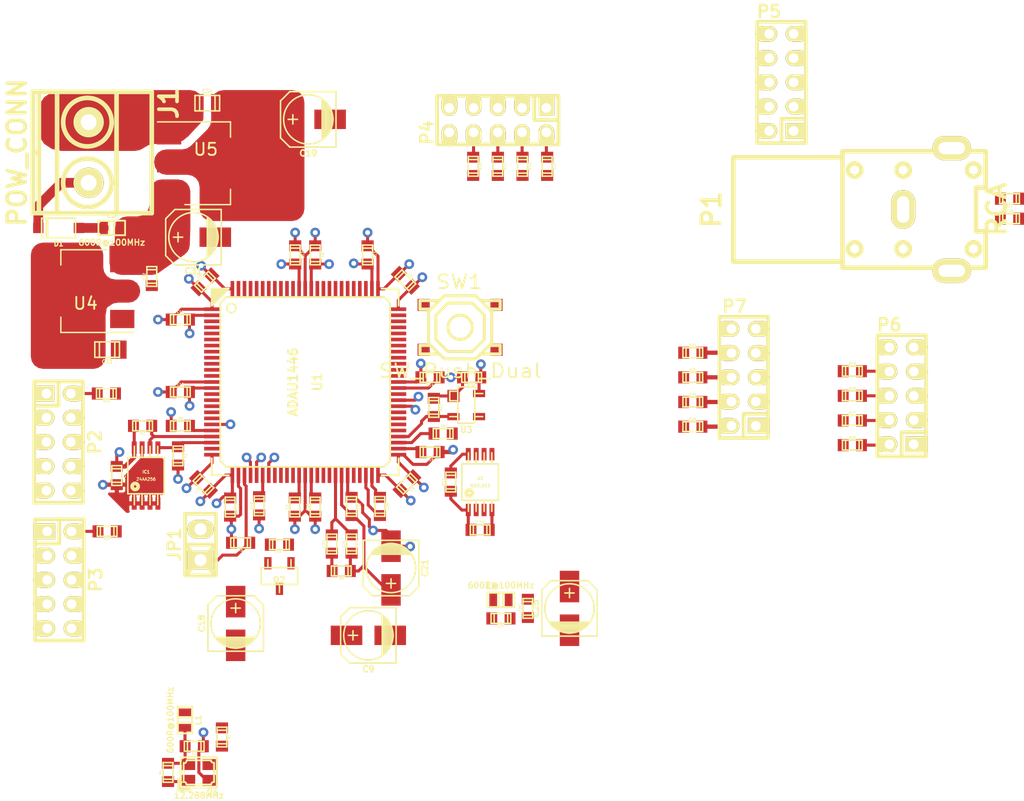
<source format=kicad_pcb>
(kicad_pcb (version 4) (host pcbnew 4.0.5)

  (general
    (links 229)
    (no_connects 131)
    (area 91.125 83.7597 175.70892 150.058222)
    (thickness 1.6)
    (drawings 4)
    (tracks 322)
    (zones 0)
    (modules 83)
    (nets 64)
  )

  (page A4)
  (layers
    (0 F.Cu signal)
    (1 GND.Cu power)
    (2 POW.Cu power)
    (31 B.Cu signal)
    (33 F.Adhes user)
    (35 F.Paste user)
    (37 F.SilkS user)
    (39 F.Mask user)
    (40 Dwgs.User user)
    (41 Cmts.User user)
    (42 Eco1.User user)
    (43 Eco2.User user)
    (44 Edge.Cuts user)
    (45 Margin user)
    (47 F.CrtYd user)
    (49 F.Fab user)
  )

  (setup
    (last_trace_width 0.25)
    (user_trace_width 0.16)
    (user_trace_width 0.25)
    (user_trace_width 0.35)
    (user_trace_width 0.5)
    (user_trace_width 0.75)
    (user_trace_width 0.8)
    (user_trace_width 1)
    (user_trace_width 1.2)
    (trace_clearance 0.2)
    (zone_clearance 0.2)
    (zone_45_only yes)
    (trace_min 0.152)
    (segment_width 0.1)
    (edge_width 0.15)
    (via_size 0.8)
    (via_drill 0.5)
    (via_min_size 0.6)
    (via_min_drill 0.3)
    (user_via 0.6 0.3)
    (user_via 0.6 0.3)
    (user_via 0.7 0.3)
    (user_via 0.8 0.4)
    (user_via 1 0.6)
    (user_via 1 0.8)
    (user_via 1.2 0.8)
    (user_via 1.5 1.2)
    (uvia_size 0.6)
    (uvia_drill 0.2)
    (uvias_allowed no)
    (uvia_min_size 0.508)
    (uvia_min_drill 0.152)
    (pcb_text_width 0.3)
    (pcb_text_size 1.5 1.5)
    (mod_edge_width 0.15)
    (mod_text_size 1 1)
    (mod_text_width 0.15)
    (pad_size 1.524 1.524)
    (pad_drill 0.762)
    (pad_to_mask_clearance 0.2)
    (aux_axis_origin 0 0)
    (visible_elements 7FFEF7FF)
    (pcbplotparams
      (layerselection 0x00030_80000001)
      (usegerberextensions false)
      (excludeedgelayer true)
      (linewidth 0.100000)
      (plotframeref false)
      (viasonmask false)
      (mode 1)
      (useauxorigin false)
      (hpglpennumber 1)
      (hpglpenspeed 20)
      (hpglpendiameter 15)
      (hpglpenoverlay 2)
      (psnegative false)
      (psa4output false)
      (plotreference true)
      (plotvalue true)
      (plotinvisibletext false)
      (padsonsilk false)
      (subtractmaskfromsilk false)
      (outputformat 1)
      (mirror false)
      (drillshape 1)
      (scaleselection 1)
      (outputdirectory ""))
  )

  (net 0 "")
  (net 1 GND)
  (net 2 "Net-(C2-Pad1)")
  (net 3 "Net-(C3-Pad1)")
  (net 4 "Net-(Q2-Pad1)")
  (net 5 /ADAU1446/XTALI)
  (net 6 SCL/CCLK)
  (net 7 SDA/COUT)
  (net 8 VDD)
  (net 9 VAA)
  (net 10 /ADAU1446/PVDD)
  (net 11 VCC)
  (net 12 "Net-(D1-Pad2)")
  (net 13 "Net-(D1-Pad1)")
  (net 14 /CONN/MCLKA0)
  (net 15 LRCLK0)
  (net 16 BCLK0)
  (net 17 SDATA_IN0)
  (net 18 /CONN/MCLKA1)
  (net 19 LRCLK1)
  (net 20 BCLK1)
  (net 21 SDATA_IN1)
  (net 22 MP4)
  (net 23 MP5)
  (net 24 ~BRD_RST)
  (net 25 /CONN/MCLKD0)
  (net 26 /CONN/MCLKD1)
  (net 27 "Net-(P6-Pad4)")
  (net 28 "Net-(P6-Pad6)")
  (net 29 "Net-(P6-Pad8)")
  (net 30 CLKOUT)
  (net 31 MP0/ADC0)
  (net 32 MP1/ADC1)
  (net 33 MP2/ADC2)
  (net 34 MP3/ADC3)
  (net 35 LRCLK2)
  (net 36 BCLK2)
  (net 37 SDATA_OUT0)
  (net 38 LRCLK3)
  (net 39 BCLK3)
  (net 40 SDATA_OUT1)
  (net 41 "Net-(R23-Pad2)")
  (net 42 "Net-(R24-Pad2)")
  (net 43 "Net-(R25-Pad2)")
  (net 44 ~RESET)
  (net 45 "Net-(Q1-Pad1)")
  (net 46 "Net-(Q1-Pad3)")
  (net 47 "Net-(C28-Pad2)")
  (net 48 "Net-(P4-Pad2)")
  (net 49 "Net-(P4-Pad4)")
  (net 50 "Net-(P4-Pad6)")
  (net 51 "Net-(P4-Pad8)")
  (net 52 "Net-(P7-Pad4)")
  (net 53 "Net-(P7-Pad6)")
  (net 54 "Net-(P7-Pad8)")
  (net 55 "Net-(R16-Pad1)")
  (net 56 "Net-(R26-Pad2)")
  (net 57 SPDIFI)
  (net 58 "Net-(C23-Pad1)")
  (net 59 "Net-(C23-Pad2)")
  (net 60 "Net-(JP1-Pad1)")
  (net 61 "Net-(R6-Pad1)")
  (net 62 "Net-(R9-Pad2)")
  (net 63 "Net-(R10-Pad1)")

  (net_class Default "This is the default net class."
    (clearance 0.2)
    (trace_width 0.5)
    (via_dia 0.8)
    (via_drill 0.5)
    (uvia_dia 0.6)
    (uvia_drill 0.2)
    (add_net /ADAU1446/PVDD)
    (add_net /ADAU1446/XTALI)
    (add_net /CONN/MCLKA0)
    (add_net /CONN/MCLKA1)
    (add_net /CONN/MCLKD0)
    (add_net /CONN/MCLKD1)
    (add_net BCLK0)
    (add_net BCLK1)
    (add_net BCLK2)
    (add_net BCLK3)
    (add_net CLKOUT)
    (add_net GND)
    (add_net LRCLK0)
    (add_net LRCLK1)
    (add_net LRCLK2)
    (add_net LRCLK3)
    (add_net MP0/ADC0)
    (add_net MP1/ADC1)
    (add_net MP2/ADC2)
    (add_net MP3/ADC3)
    (add_net MP4)
    (add_net MP5)
    (add_net "Net-(C2-Pad1)")
    (add_net "Net-(C23-Pad1)")
    (add_net "Net-(C23-Pad2)")
    (add_net "Net-(C28-Pad2)")
    (add_net "Net-(C3-Pad1)")
    (add_net "Net-(D1-Pad1)")
    (add_net "Net-(D1-Pad2)")
    (add_net "Net-(JP1-Pad1)")
    (add_net "Net-(P4-Pad2)")
    (add_net "Net-(P4-Pad4)")
    (add_net "Net-(P4-Pad6)")
    (add_net "Net-(P4-Pad8)")
    (add_net "Net-(P6-Pad4)")
    (add_net "Net-(P6-Pad6)")
    (add_net "Net-(P6-Pad8)")
    (add_net "Net-(P7-Pad4)")
    (add_net "Net-(P7-Pad6)")
    (add_net "Net-(P7-Pad8)")
    (add_net "Net-(Q1-Pad1)")
    (add_net "Net-(Q1-Pad3)")
    (add_net "Net-(Q2-Pad1)")
    (add_net "Net-(R10-Pad1)")
    (add_net "Net-(R16-Pad1)")
    (add_net "Net-(R23-Pad2)")
    (add_net "Net-(R24-Pad2)")
    (add_net "Net-(R25-Pad2)")
    (add_net "Net-(R26-Pad2)")
    (add_net "Net-(R6-Pad1)")
    (add_net "Net-(R9-Pad2)")
    (add_net SCL/CCLK)
    (add_net SDA/COUT)
    (add_net SDATA_IN0)
    (add_net SDATA_IN1)
    (add_net SDATA_OUT0)
    (add_net SDATA_OUT1)
    (add_net SPDIFI)
    (add_net VAA)
    (add_net VCC)
    (add_net VDD)
    (add_net ~BRD_RST)
    (add_net ~RESET)
  )

  (module w_smd_cap:c_elec_4x5.3 (layer F.Cu) (tedit 0) (tstamp 58A040C7)
    (at 121.4755 136.2075 180)
    (descr "SMT capacitor, aluminium electrolytic, 4x5.3")
    (path /588B4DB4/588FCD42)
    (fp_text reference C9 (at 0 -2.794 180) (layer F.SilkS)
      (effects (font (size 0.50038 0.50038) (thickness 0.11938)))
    )
    (fp_text value 10uF (at 0 2.794 180) (layer F.SilkS) hide
      (effects (font (size 0.50038 0.50038) (thickness 0.11938)))
    )
    (fp_line (start 1.651 0) (end 0.889 0) (layer F.SilkS) (width 0.127))
    (fp_line (start 1.27 -0.381) (end 1.27 0.381) (layer F.SilkS) (width 0.127))
    (fp_line (start 1.524 2.286) (end -2.286 2.286) (layer F.SilkS) (width 0.127))
    (fp_line (start 2.286 -1.524) (end 2.286 1.524) (layer F.SilkS) (width 0.127))
    (fp_line (start 1.524 2.286) (end 2.286 1.524) (layer F.SilkS) (width 0.127))
    (fp_line (start 1.524 -2.286) (end -2.286 -2.286) (layer F.SilkS) (width 0.127))
    (fp_line (start 1.524 -2.286) (end 2.286 -1.524) (layer F.SilkS) (width 0.127))
    (fp_line (start -2.032 0.127) (end -2.032 -0.127) (layer F.SilkS) (width 0.127))
    (fp_line (start -1.905 -0.635) (end -1.905 0.635) (layer F.SilkS) (width 0.127))
    (fp_line (start -1.778 0.889) (end -1.778 -0.889) (layer F.SilkS) (width 0.127))
    (fp_line (start -1.651 1.143) (end -1.651 -1.143) (layer F.SilkS) (width 0.127))
    (fp_line (start -1.524 -1.27) (end -1.524 1.27) (layer F.SilkS) (width 0.127))
    (fp_line (start -1.397 1.397) (end -1.397 -1.397) (layer F.SilkS) (width 0.127))
    (fp_line (start -1.27 -1.524) (end -1.27 1.524) (layer F.SilkS) (width 0.127))
    (fp_line (start -1.143 -1.651) (end -1.143 1.651) (layer F.SilkS) (width 0.127))
    (fp_circle (center 0 0) (end -2.032 0) (layer F.SilkS) (width 0.127))
    (fp_line (start -2.286 -2.286) (end -2.286 2.286) (layer F.SilkS) (width 0.127))
    (pad 1 smd rect (at 1.80086 0 180) (size 2.60096 1.6002) (layers F.Cu F.Paste F.Mask)
      (net 3 "Net-(C3-Pad1)"))
    (pad 2 smd rect (at -1.80086 0 180) (size 2.60096 1.6002) (layers F.Cu F.Paste F.Mask)
      (net 1 GND))
    (model walter/smd_cap/c_elec_4x5_3.wrl
      (at (xyz 0 0 0))
      (scale (xyz 1 1 1))
      (rotate (xyz 0 0 0))
    )
  )

  (module w_smd_cap:c_elec_4x5.3 (layer F.Cu) (tedit 0) (tstamp 58A040F5)
    (at 110.5408 135.2296 90)
    (descr "SMT capacitor, aluminium electrolytic, 4x5.3")
    (path /588B4DB4/588FE6B1)
    (fp_text reference C18 (at 0 -2.794 90) (layer F.SilkS)
      (effects (font (size 0.50038 0.50038) (thickness 0.11938)))
    )
    (fp_text value 10uF (at 0 2.794 90) (layer F.SilkS) hide
      (effects (font (size 0.50038 0.50038) (thickness 0.11938)))
    )
    (fp_line (start 1.651 0) (end 0.889 0) (layer F.SilkS) (width 0.127))
    (fp_line (start 1.27 -0.381) (end 1.27 0.381) (layer F.SilkS) (width 0.127))
    (fp_line (start 1.524 2.286) (end -2.286 2.286) (layer F.SilkS) (width 0.127))
    (fp_line (start 2.286 -1.524) (end 2.286 1.524) (layer F.SilkS) (width 0.127))
    (fp_line (start 1.524 2.286) (end 2.286 1.524) (layer F.SilkS) (width 0.127))
    (fp_line (start 1.524 -2.286) (end -2.286 -2.286) (layer F.SilkS) (width 0.127))
    (fp_line (start 1.524 -2.286) (end 2.286 -1.524) (layer F.SilkS) (width 0.127))
    (fp_line (start -2.032 0.127) (end -2.032 -0.127) (layer F.SilkS) (width 0.127))
    (fp_line (start -1.905 -0.635) (end -1.905 0.635) (layer F.SilkS) (width 0.127))
    (fp_line (start -1.778 0.889) (end -1.778 -0.889) (layer F.SilkS) (width 0.127))
    (fp_line (start -1.651 1.143) (end -1.651 -1.143) (layer F.SilkS) (width 0.127))
    (fp_line (start -1.524 -1.27) (end -1.524 1.27) (layer F.SilkS) (width 0.127))
    (fp_line (start -1.397 1.397) (end -1.397 -1.397) (layer F.SilkS) (width 0.127))
    (fp_line (start -1.27 -1.524) (end -1.27 1.524) (layer F.SilkS) (width 0.127))
    (fp_line (start -1.143 -1.651) (end -1.143 1.651) (layer F.SilkS) (width 0.127))
    (fp_circle (center 0 0) (end -2.032 0) (layer F.SilkS) (width 0.127))
    (fp_line (start -2.286 -2.286) (end -2.286 2.286) (layer F.SilkS) (width 0.127))
    (pad 1 smd rect (at 1.80086 0 90) (size 2.60096 1.6002) (layers F.Cu F.Paste F.Mask)
      (net 8 VDD))
    (pad 2 smd rect (at -1.80086 0 90) (size 2.60096 1.6002) (layers F.Cu F.Paste F.Mask)
      (net 1 GND))
    (model walter/smd_cap/c_elec_4x5_3.wrl
      (at (xyz 0 0 0))
      (scale (xyz 1 1 1))
      (rotate (xyz 0 0 0))
    )
  )

  (module w_smd_cap:c_elec_4x5.3 (layer F.Cu) (tedit 0) (tstamp 58A040FB)
    (at 116.5225 93.6625 180)
    (descr "SMT capacitor, aluminium electrolytic, 4x5.3")
    (path /588B4DB4/58A074FC)
    (fp_text reference C19 (at 0 -2.794 180) (layer F.SilkS)
      (effects (font (size 0.50038 0.50038) (thickness 0.11938)))
    )
    (fp_text value 10uF (at 0 2.794 180) (layer F.SilkS) hide
      (effects (font (size 0.50038 0.50038) (thickness 0.11938)))
    )
    (fp_line (start 1.651 0) (end 0.889 0) (layer F.SilkS) (width 0.127))
    (fp_line (start 1.27 -0.381) (end 1.27 0.381) (layer F.SilkS) (width 0.127))
    (fp_line (start 1.524 2.286) (end -2.286 2.286) (layer F.SilkS) (width 0.127))
    (fp_line (start 2.286 -1.524) (end 2.286 1.524) (layer F.SilkS) (width 0.127))
    (fp_line (start 1.524 2.286) (end 2.286 1.524) (layer F.SilkS) (width 0.127))
    (fp_line (start 1.524 -2.286) (end -2.286 -2.286) (layer F.SilkS) (width 0.127))
    (fp_line (start 1.524 -2.286) (end 2.286 -1.524) (layer F.SilkS) (width 0.127))
    (fp_line (start -2.032 0.127) (end -2.032 -0.127) (layer F.SilkS) (width 0.127))
    (fp_line (start -1.905 -0.635) (end -1.905 0.635) (layer F.SilkS) (width 0.127))
    (fp_line (start -1.778 0.889) (end -1.778 -0.889) (layer F.SilkS) (width 0.127))
    (fp_line (start -1.651 1.143) (end -1.651 -1.143) (layer F.SilkS) (width 0.127))
    (fp_line (start -1.524 -1.27) (end -1.524 1.27) (layer F.SilkS) (width 0.127))
    (fp_line (start -1.397 1.397) (end -1.397 -1.397) (layer F.SilkS) (width 0.127))
    (fp_line (start -1.27 -1.524) (end -1.27 1.524) (layer F.SilkS) (width 0.127))
    (fp_line (start -1.143 -1.651) (end -1.143 1.651) (layer F.SilkS) (width 0.127))
    (fp_circle (center 0 0) (end -2.032 0) (layer F.SilkS) (width 0.127))
    (fp_line (start -2.286 -2.286) (end -2.286 2.286) (layer F.SilkS) (width 0.127))
    (pad 1 smd rect (at 1.80086 0 180) (size 2.60096 1.6002) (layers F.Cu F.Paste F.Mask)
      (net 9 VAA))
    (pad 2 smd rect (at -1.80086 0 180) (size 2.60096 1.6002) (layers F.Cu F.Paste F.Mask)
      (net 1 GND))
    (model walter/smd_cap/c_elec_4x5_3.wrl
      (at (xyz 0 0 0))
      (scale (xyz 1 1 1))
      (rotate (xyz 0 0 0))
    )
  )

  (module w_smd_cap:c_elec_4x5.3 (layer F.Cu) (tedit 0) (tstamp 58A04107)
    (at 123.3424 130.6576 270)
    (descr "SMT capacitor, aluminium electrolytic, 4x5.3")
    (path /588B4DB4/58A073F3)
    (fp_text reference C21 (at 0 -2.794 270) (layer F.SilkS)
      (effects (font (size 0.50038 0.50038) (thickness 0.11938)))
    )
    (fp_text value 10uF (at 0 2.794 270) (layer F.SilkS) hide
      (effects (font (size 0.50038 0.50038) (thickness 0.11938)))
    )
    (fp_line (start 1.651 0) (end 0.889 0) (layer F.SilkS) (width 0.127))
    (fp_line (start 1.27 -0.381) (end 1.27 0.381) (layer F.SilkS) (width 0.127))
    (fp_line (start 1.524 2.286) (end -2.286 2.286) (layer F.SilkS) (width 0.127))
    (fp_line (start 2.286 -1.524) (end 2.286 1.524) (layer F.SilkS) (width 0.127))
    (fp_line (start 1.524 2.286) (end 2.286 1.524) (layer F.SilkS) (width 0.127))
    (fp_line (start 1.524 -2.286) (end -2.286 -2.286) (layer F.SilkS) (width 0.127))
    (fp_line (start 1.524 -2.286) (end 2.286 -1.524) (layer F.SilkS) (width 0.127))
    (fp_line (start -2.032 0.127) (end -2.032 -0.127) (layer F.SilkS) (width 0.127))
    (fp_line (start -1.905 -0.635) (end -1.905 0.635) (layer F.SilkS) (width 0.127))
    (fp_line (start -1.778 0.889) (end -1.778 -0.889) (layer F.SilkS) (width 0.127))
    (fp_line (start -1.651 1.143) (end -1.651 -1.143) (layer F.SilkS) (width 0.127))
    (fp_line (start -1.524 -1.27) (end -1.524 1.27) (layer F.SilkS) (width 0.127))
    (fp_line (start -1.397 1.397) (end -1.397 -1.397) (layer F.SilkS) (width 0.127))
    (fp_line (start -1.27 -1.524) (end -1.27 1.524) (layer F.SilkS) (width 0.127))
    (fp_line (start -1.143 -1.651) (end -1.143 1.651) (layer F.SilkS) (width 0.127))
    (fp_circle (center 0 0) (end -2.032 0) (layer F.SilkS) (width 0.127))
    (fp_line (start -2.286 -2.286) (end -2.286 2.286) (layer F.SilkS) (width 0.127))
    (pad 1 smd rect (at 1.80086 0 270) (size 2.60096 1.6002) (layers F.Cu F.Paste F.Mask)
      (net 10 /ADAU1446/PVDD))
    (pad 2 smd rect (at -1.80086 0 270) (size 2.60096 1.6002) (layers F.Cu F.Paste F.Mask)
      (net 1 GND))
    (model walter/smd_cap/c_elec_4x5_3.wrl
      (at (xyz 0 0 0))
      (scale (xyz 1 1 1))
      (rotate (xyz 0 0 0))
    )
  )

  (module w_smd_cap:c_elec_4x5.3 (layer F.Cu) (tedit 0) (tstamp 58A0411D)
    (at 138.049 133.985 90)
    (descr "SMT capacitor, aluminium electrolytic, 4x5.3")
    (path /588B4DB4/58A0F365)
    (fp_text reference C25 (at 0 -2.794 90) (layer F.SilkS)
      (effects (font (size 0.50038 0.50038) (thickness 0.11938)))
    )
    (fp_text value 10uF (at 0 2.794 90) (layer F.SilkS) hide
      (effects (font (size 0.50038 0.50038) (thickness 0.11938)))
    )
    (fp_line (start 1.651 0) (end 0.889 0) (layer F.SilkS) (width 0.127))
    (fp_line (start 1.27 -0.381) (end 1.27 0.381) (layer F.SilkS) (width 0.127))
    (fp_line (start 1.524 2.286) (end -2.286 2.286) (layer F.SilkS) (width 0.127))
    (fp_line (start 2.286 -1.524) (end 2.286 1.524) (layer F.SilkS) (width 0.127))
    (fp_line (start 1.524 2.286) (end 2.286 1.524) (layer F.SilkS) (width 0.127))
    (fp_line (start 1.524 -2.286) (end -2.286 -2.286) (layer F.SilkS) (width 0.127))
    (fp_line (start 1.524 -2.286) (end 2.286 -1.524) (layer F.SilkS) (width 0.127))
    (fp_line (start -2.032 0.127) (end -2.032 -0.127) (layer F.SilkS) (width 0.127))
    (fp_line (start -1.905 -0.635) (end -1.905 0.635) (layer F.SilkS) (width 0.127))
    (fp_line (start -1.778 0.889) (end -1.778 -0.889) (layer F.SilkS) (width 0.127))
    (fp_line (start -1.651 1.143) (end -1.651 -1.143) (layer F.SilkS) (width 0.127))
    (fp_line (start -1.524 -1.27) (end -1.524 1.27) (layer F.SilkS) (width 0.127))
    (fp_line (start -1.397 1.397) (end -1.397 -1.397) (layer F.SilkS) (width 0.127))
    (fp_line (start -1.27 -1.524) (end -1.27 1.524) (layer F.SilkS) (width 0.127))
    (fp_line (start -1.143 -1.651) (end -1.143 1.651) (layer F.SilkS) (width 0.127))
    (fp_circle (center 0 0) (end -2.032 0) (layer F.SilkS) (width 0.127))
    (fp_line (start -2.286 -2.286) (end -2.286 2.286) (layer F.SilkS) (width 0.127))
    (pad 1 smd rect (at 1.80086 0 90) (size 2.60096 1.6002) (layers F.Cu F.Paste F.Mask)
      (net 8 VDD))
    (pad 2 smd rect (at -1.80086 0 90) (size 2.60096 1.6002) (layers F.Cu F.Paste F.Mask)
      (net 1 GND))
    (model walter/smd_cap/c_elec_4x5_3.wrl
      (at (xyz 0 0 0))
      (scale (xyz 1 1 1))
      (rotate (xyz 0 0 0))
    )
  )

  (module w_smd_cap:c_elec_4x5.3 (layer F.Cu) (tedit 0) (tstamp 58A04140)
    (at 107.061 103.378 180)
    (descr "SMT capacitor, aluminium electrolytic, 4x5.3")
    (path /588B4DE6/58A1D40A)
    (fp_text reference C31 (at 0 -2.794 180) (layer F.SilkS)
      (effects (font (size 0.50038 0.50038) (thickness 0.11938)))
    )
    (fp_text value 10uF (at 0 2.794 180) (layer F.SilkS) hide
      (effects (font (size 0.50038 0.50038) (thickness 0.11938)))
    )
    (fp_line (start 1.651 0) (end 0.889 0) (layer F.SilkS) (width 0.127))
    (fp_line (start 1.27 -0.381) (end 1.27 0.381) (layer F.SilkS) (width 0.127))
    (fp_line (start 1.524 2.286) (end -2.286 2.286) (layer F.SilkS) (width 0.127))
    (fp_line (start 2.286 -1.524) (end 2.286 1.524) (layer F.SilkS) (width 0.127))
    (fp_line (start 1.524 2.286) (end 2.286 1.524) (layer F.SilkS) (width 0.127))
    (fp_line (start 1.524 -2.286) (end -2.286 -2.286) (layer F.SilkS) (width 0.127))
    (fp_line (start 1.524 -2.286) (end 2.286 -1.524) (layer F.SilkS) (width 0.127))
    (fp_line (start -2.032 0.127) (end -2.032 -0.127) (layer F.SilkS) (width 0.127))
    (fp_line (start -1.905 -0.635) (end -1.905 0.635) (layer F.SilkS) (width 0.127))
    (fp_line (start -1.778 0.889) (end -1.778 -0.889) (layer F.SilkS) (width 0.127))
    (fp_line (start -1.651 1.143) (end -1.651 -1.143) (layer F.SilkS) (width 0.127))
    (fp_line (start -1.524 -1.27) (end -1.524 1.27) (layer F.SilkS) (width 0.127))
    (fp_line (start -1.397 1.397) (end -1.397 -1.397) (layer F.SilkS) (width 0.127))
    (fp_line (start -1.27 -1.524) (end -1.27 1.524) (layer F.SilkS) (width 0.127))
    (fp_line (start -1.143 -1.651) (end -1.143 1.651) (layer F.SilkS) (width 0.127))
    (fp_circle (center 0 0) (end -2.032 0) (layer F.SilkS) (width 0.127))
    (fp_line (start -2.286 -2.286) (end -2.286 2.286) (layer F.SilkS) (width 0.127))
    (pad 1 smd rect (at 1.80086 0 180) (size 2.60096 1.6002) (layers F.Cu F.Paste F.Mask)
      (net 11 VCC))
    (pad 2 smd rect (at -1.80086 0 180) (size 2.60096 1.6002) (layers F.Cu F.Paste F.Mask)
      (net 1 GND))
    (model walter/smd_cap/c_elec_4x5_3.wrl
      (at (xyz 0 0 0))
      (scale (xyz 1 1 1))
      (rotate (xyz 0 0 0))
    )
  )

  (module w_smd_cap:c_0805 (layer F.Cu) (tedit 0) (tstamp 58A0415E)
    (at 99.949 112.649 180)
    (descr "SMT capacitor, 0805")
    (path /588B4DE6/58A1ECCD)
    (fp_text reference C33 (at 0 -0.9906 180) (layer F.SilkS)
      (effects (font (size 0.29972 0.29972) (thickness 0.06096)))
    )
    (fp_text value 1uF (at 0 0.9906 180) (layer F.SilkS) hide
      (effects (font (size 0.29972 0.29972) (thickness 0.06096)))
    )
    (fp_line (start 0.635 -0.635) (end 0.635 0.635) (layer F.SilkS) (width 0.127))
    (fp_line (start -0.635 -0.635) (end -0.635 0.6096) (layer F.SilkS) (width 0.127))
    (fp_line (start -1.016 -0.635) (end 1.016 -0.635) (layer F.SilkS) (width 0.127))
    (fp_line (start 1.016 -0.635) (end 1.016 0.635) (layer F.SilkS) (width 0.127))
    (fp_line (start 1.016 0.635) (end -1.016 0.635) (layer F.SilkS) (width 0.127))
    (fp_line (start -1.016 0.635) (end -1.016 -0.635) (layer F.SilkS) (width 0.127))
    (pad 1 smd rect (at 0.9525 0 180) (size 1.30048 1.4986) (layers F.Cu F.Paste F.Mask)
      (net 8 VDD))
    (pad 2 smd rect (at -0.9525 0 180) (size 1.30048 1.4986) (layers F.Cu F.Paste F.Mask)
      (net 1 GND))
    (model walter/smd_cap/c_0805.wrl
      (at (xyz 0 0 0))
      (scale (xyz 1 1 1))
      (rotate (xyz 0 0 0))
    )
  )

  (module w_smd_cap:c_0805 (layer F.Cu) (tedit 0) (tstamp 58A04164)
    (at 108.204 92.329)
    (descr "SMT capacitor, 0805")
    (path /588B4DE6/58A1DA9F)
    (fp_text reference C34 (at 0 -0.9906) (layer F.SilkS)
      (effects (font (size 0.29972 0.29972) (thickness 0.06096)))
    )
    (fp_text value 1uF (at 0 0.9906) (layer F.SilkS) hide
      (effects (font (size 0.29972 0.29972) (thickness 0.06096)))
    )
    (fp_line (start 0.635 -0.635) (end 0.635 0.635) (layer F.SilkS) (width 0.127))
    (fp_line (start -0.635 -0.635) (end -0.635 0.6096) (layer F.SilkS) (width 0.127))
    (fp_line (start -1.016 -0.635) (end 1.016 -0.635) (layer F.SilkS) (width 0.127))
    (fp_line (start 1.016 -0.635) (end 1.016 0.635) (layer F.SilkS) (width 0.127))
    (fp_line (start 1.016 0.635) (end -1.016 0.635) (layer F.SilkS) (width 0.127))
    (fp_line (start -1.016 0.635) (end -1.016 -0.635) (layer F.SilkS) (width 0.127))
    (pad 1 smd rect (at 0.9525 0) (size 1.30048 1.4986) (layers F.Cu F.Paste F.Mask)
      (net 9 VAA))
    (pad 2 smd rect (at -0.9525 0) (size 1.30048 1.4986) (layers F.Cu F.Paste F.Mask)
      (net 1 GND))
    (model walter/smd_cap/c_0805.wrl
      (at (xyz 0 0 0))
      (scale (xyz 1 1 1))
      (rotate (xyz 0 0 0))
    )
  )

  (module w_smd_diode:sod123 (layer F.Cu) (tedit 0) (tstamp 58A0416A)
    (at 95.9485 102.616 180)
    (descr SOD123)
    (path /588B4DE6/58A1A666)
    (fp_text reference D1 (at 0 -1.30048 180) (layer F.SilkS)
      (effects (font (size 0.4 0.4) (thickness 0.1)))
    )
    (fp_text value MBR0530T1G (at 0 1.19888 180) (layer F.SilkS) hide
      (effects (font (size 0.4 0.4) (thickness 0.1)))
    )
    (fp_line (start 0.89916 0.8001) (end 0.89916 -0.8001) (layer F.SilkS) (width 0.127))
    (fp_line (start 1.00076 -0.8001) (end 1.00076 0.8001) (layer F.SilkS) (width 0.127))
    (fp_line (start -1.39954 -0.8001) (end 1.39954 -0.8001) (layer F.SilkS) (width 0.127))
    (fp_line (start 1.39954 -0.8001) (end 1.39954 0.8001) (layer F.SilkS) (width 0.127))
    (fp_line (start 1.39954 0.8001) (end -1.39954 0.8001) (layer F.SilkS) (width 0.127))
    (fp_line (start -1.39954 0.8001) (end -1.39954 -0.8001) (layer F.SilkS) (width 0.127))
    (pad 2 smd rect (at 1.67386 0 180) (size 0.8509 0.8509) (layers F.Cu F.Paste F.Mask)
      (net 12 "Net-(D1-Pad2)"))
    (pad 1 smd rect (at -1.67386 0 180) (size 0.8509 0.8509) (layers F.Cu F.Paste F.Mask)
      (net 13 "Net-(D1-Pad1)"))
    (model walter/smd_diode/sod123.wrl
      (at (xyz 0 0 0))
      (scale (xyz 1 1 1))
      (rotate (xyz 0 0 0))
    )
  )

  (module w_smd_dil:msoic-8 (layer F.Cu) (tedit 0) (tstamp 58A04176)
    (at 103.15575 123.03125)
    (descr MSOIC-8)
    (path /588B4DB4/588F938E)
    (fp_text reference IC1 (at 0 -0.29972) (layer F.SilkS)
      (effects (font (size 0.24892 0.24892) (thickness 0.06096)))
    )
    (fp_text value 24AA256 (at 0 0.29972) (layer F.SilkS)
      (effects (font (size 0.24892 0.24892) (thickness 0.0508)))
    )
    (fp_circle (center -0.9 0.9) (end -1 0.9) (layer F.SilkS) (width 0.3))
    (fp_circle (center -0.9 0.9) (end -1.1 0.9) (layer F.SilkS) (width 0.127))
    (fp_line (start 0.3302 -1.4986) (end 0.3302 -2.413) (layer F.SilkS) (width 0.127))
    (fp_line (start -0.3302 -1.4986) (end -0.3302 -2.413) (layer F.SilkS) (width 0.127))
    (fp_line (start -0.9652 -1.4986) (end -0.9652 -2.413) (layer F.SilkS) (width 0.127))
    (fp_line (start 0.9652 -1.4986) (end 0.9652 -2.413) (layer F.SilkS) (width 0.127))
    (fp_line (start 0.9652 1.4986) (end 0.9652 2.413) (layer F.SilkS) (width 0.127))
    (fp_line (start 0.3302 1.4986) (end 0.3302 2.413) (layer F.SilkS) (width 0.127))
    (fp_line (start -0.9652 1.4986) (end -0.9652 2.413) (layer F.SilkS) (width 0.127))
    (fp_line (start -0.3302 1.4986) (end -0.3302 2.413) (layer F.SilkS) (width 0.127))
    (fp_circle (center -0.89916 0.9017) (end -1.09982 1.09982) (layer F.SilkS) (width 0.127))
    (fp_line (start 1.50114 -1.50114) (end -1.50114 -1.50114) (layer F.SilkS) (width 0.127))
    (fp_line (start -1.50114 -1.50114) (end -1.50114 1.50114) (layer F.SilkS) (width 0.127))
    (fp_line (start -1.50114 1.50114) (end 1.50114 1.50114) (layer F.SilkS) (width 0.127))
    (fp_line (start 1.50114 1.50114) (end 1.50114 -1.50114) (layer F.SilkS) (width 0.127))
    (pad 1 smd rect (at -0.97536 2.30124) (size 0.40894 1.02108) (layers F.Cu F.Paste F.Mask)
      (net 1 GND))
    (pad 2 smd rect (at -0.32512 2.30124) (size 0.40894 1.02108) (layers F.Cu F.Paste F.Mask)
      (net 1 GND))
    (pad 3 smd rect (at 0.32512 2.30124) (size 0.40894 1.02108) (layers F.Cu F.Paste F.Mask)
      (net 1 GND))
    (pad 4 smd rect (at 0.97536 2.30124) (size 0.40894 1.02108) (layers F.Cu F.Paste F.Mask)
      (net 1 GND))
    (pad 5 smd rect (at 0.97536 -2.30124) (size 0.40894 1.02108) (layers F.Cu F.Paste F.Mask)
      (net 7 SDA/COUT))
    (pad 6 smd rect (at 0.32512 -2.30124) (size 0.40894 1.02108) (layers F.Cu F.Paste F.Mask)
      (net 6 SCL/CCLK))
    (pad 7 smd rect (at -0.32512 -2.30124) (size 0.40894 1.02108) (layers F.Cu F.Paste F.Mask)
      (net 1 GND))
    (pad 8 smd rect (at -0.97536 -2.30124) (size 0.40894 1.02108) (layers F.Cu F.Paste F.Mask)
      (net 8 VDD))
    (model walter/smd_dil/msoic-8.wrl
      (at (xyz 0 0 0))
      (scale (xyz 1 1 1))
      (rotate (xyz 0 0 0))
    )
  )

  (module w_conn_mkds:mkds_1,5-2 (layer F.Cu) (tedit 58A082A2) (tstamp 58A0417C)
    (at 98.425 96.393 270)
    (descr "2-way 5mm pitch terminal block, Phoenix MKDS series")
    (path /588B4DE6/58A1A05C)
    (fp_text reference J1 (at -4.064 -6.604 270) (layer F.SilkS)
      (effects (font (size 1.5 1.5) (thickness 0.3)))
    )
    (fp_text value POW_CONN (at 0 5.9 270) (layer F.SilkS)
      (effects (font (size 1.5 1.5) (thickness 0.3)))
    )
    (fp_line (start 0 4.1) (end 0 4.6) (layer F.SilkS) (width 0.381))
    (fp_circle (center 2.5 0.1) (end 0.5 0.1) (layer F.SilkS) (width 0.381))
    (fp_circle (center -2.5 0.1) (end -0.5 0.1) (layer F.SilkS) (width 0.381))
    (fp_line (start -5 2.6) (end 5 2.6) (layer F.SilkS) (width 0.381))
    (fp_line (start -5 -2.3) (end 5 -2.3) (layer F.SilkS) (width 0.381))
    (fp_line (start -5 4.1) (end 5 4.1) (layer F.SilkS) (width 0.381))
    (fp_line (start -5 4.6) (end 5 4.6) (layer F.SilkS) (width 0.381))
    (fp_line (start 5 4.6) (end 5 -5.2) (layer F.SilkS) (width 0.381))
    (fp_line (start 5 -5.2) (end -5 -5.2) (layer F.SilkS) (width 0.381))
    (fp_line (start -5 -5.2) (end -5 4.6) (layer F.SilkS) (width 0.381))
    (pad 1 thru_hole circle (at -2.5 0 270) (size 2.5 2.5) (drill 1.3) (layers *.Cu *.Mask F.SilkS)
      (net 1 GND))
    (pad 2 thru_hole circle (at 2.5 0 270) (size 2.5 2.5) (drill 1.3) (layers *.Cu *.Mask F.SilkS)
      (net 12 "Net-(D1-Pad2)"))
    (model walter/conn_mkds/mkds_1,5-2.wrl
      (at (xyz 0 0 0))
      (scale (xyz 1 1 1))
      (rotate (xyz 0 0 0))
    )
  )

  (module w_smd_inductors:inductor_smd_0603 (layer F.Cu) (tedit 0) (tstamp 58A04182)
    (at 106.3625 143.1925 270)
    (descr "Inductor SMD, 0603")
    (path /588B4DB4/5897C3FA)
    (fp_text reference L1 (at 0 -1.09982 270) (layer F.SilkS)
      (effects (font (size 0.49784 0.49784) (thickness 0.09906)))
    )
    (fp_text value 600R@100MHz (at 0 1.19888 270) (layer F.SilkS)
      (effects (font (size 0.49784 0.49784) (thickness 0.09906)))
    )
    (fp_line (start 0.20066 0.59944) (end 0.20066 -0.59944) (layer F.SilkS) (width 0.14986))
    (fp_line (start -0.20066 -0.59944) (end -0.20066 0.59944) (layer F.SilkS) (width 0.14986))
    (fp_line (start -1.09982 -0.59944) (end 1.09982 -0.59944) (layer F.SilkS) (width 0.14986))
    (fp_line (start 1.09982 -0.59944) (end 1.09982 0.59944) (layer F.SilkS) (width 0.14986))
    (fp_line (start 1.09982 0.59944) (end -1.09982 0.59944) (layer F.SilkS) (width 0.14986))
    (fp_line (start -1.09982 0.59944) (end -1.09982 -0.59944) (layer F.SilkS) (width 0.14986))
    (pad 1 smd rect (at -0.63754 0 270) (size 0.635 1.016) (layers F.Cu F.Paste F.Mask)
      (net 8 VDD))
    (pad 2 smd rect (at 0.63754 0 270) (size 0.635 1.016) (layers F.Cu F.Paste F.Mask)
      (net 2 "Net-(C2-Pad1)"))
    (model walter/smd_inductors/inductor_smd_0603.wrl
      (at (xyz 0 0 0))
      (scale (xyz 1 1 1))
      (rotate (xyz 0 0 0))
    )
  )

  (module w_smd_inductors:inductor_smd_0603 (layer F.Cu) (tedit 58A065DB) (tstamp 58A04188)
    (at 132.3975 133.2865 180)
    (descr "Inductor SMD, 0603")
    (path /588B4DB4/58A0FF97)
    (fp_text reference L2 (at 0.762 1.143 360) (layer F.SilkS)
      (effects (font (size 0.49784 0.49784) (thickness 0.09906)))
    )
    (fp_text value 600R@100MHz (at 0 1.19888 180) (layer F.SilkS)
      (effects (font (size 0.49784 0.49784) (thickness 0.09906)))
    )
    (fp_line (start 0.20066 0.59944) (end 0.20066 -0.59944) (layer F.SilkS) (width 0.14986))
    (fp_line (start -0.20066 -0.59944) (end -0.20066 0.59944) (layer F.SilkS) (width 0.14986))
    (fp_line (start -1.09982 -0.59944) (end 1.09982 -0.59944) (layer F.SilkS) (width 0.14986))
    (fp_line (start 1.09982 -0.59944) (end 1.09982 0.59944) (layer F.SilkS) (width 0.14986))
    (fp_line (start 1.09982 0.59944) (end -1.09982 0.59944) (layer F.SilkS) (width 0.14986))
    (fp_line (start -1.09982 0.59944) (end -1.09982 -0.59944) (layer F.SilkS) (width 0.14986))
    (pad 1 smd rect (at -0.63754 0 180) (size 0.635 1.016) (layers F.Cu F.Paste F.Mask)
      (net 8 VDD))
    (pad 2 smd rect (at 0.63754 0 180) (size 0.635 1.016) (layers F.Cu F.Paste F.Mask)
      (net 10 /ADAU1446/PVDD))
    (model walter/smd_inductors/inductor_smd_0603.wrl
      (at (xyz 0 0 0))
      (scale (xyz 1 1 1))
      (rotate (xyz 0 0 0))
    )
  )

  (module w_smd_inductors:inductor_smd_0603 (layer F.Cu) (tedit 0) (tstamp 58A0418E)
    (at 100.33 102.616)
    (descr "Inductor SMD, 0603")
    (path /588B4DE6/58A1A801)
    (fp_text reference L3 (at 0 -1.09982) (layer F.SilkS)
      (effects (font (size 0.49784 0.49784) (thickness 0.09906)))
    )
    (fp_text value 600R@100MHz (at 0 1.19888) (layer F.SilkS)
      (effects (font (size 0.49784 0.49784) (thickness 0.09906)))
    )
    (fp_line (start 0.20066 0.59944) (end 0.20066 -0.59944) (layer F.SilkS) (width 0.14986))
    (fp_line (start -0.20066 -0.59944) (end -0.20066 0.59944) (layer F.SilkS) (width 0.14986))
    (fp_line (start -1.09982 -0.59944) (end 1.09982 -0.59944) (layer F.SilkS) (width 0.14986))
    (fp_line (start 1.09982 -0.59944) (end 1.09982 0.59944) (layer F.SilkS) (width 0.14986))
    (fp_line (start 1.09982 0.59944) (end -1.09982 0.59944) (layer F.SilkS) (width 0.14986))
    (fp_line (start -1.09982 0.59944) (end -1.09982 -0.59944) (layer F.SilkS) (width 0.14986))
    (pad 1 smd rect (at -0.63754 0) (size 0.635 1.016) (layers F.Cu F.Paste F.Mask)
      (net 13 "Net-(D1-Pad1)"))
    (pad 2 smd rect (at 0.63754 0) (size 0.635 1.016) (layers F.Cu F.Paste F.Mask)
      (net 11 VCC))
    (model walter/smd_inductors/inductor_smd_0603.wrl
      (at (xyz 0 0 0))
      (scale (xyz 1 1 1))
      (rotate (xyz 0 0 0))
    )
  )

  (module w_pin_strip:pin_strip_2mm_5x2 (layer F.Cu) (tedit 0) (tstamp 58A0419C)
    (at 95.9485 120.269 270)
    (descr "Pin strip 2mm 5x2pin")
    (tags "CONN DEV")
    (path /588B4DD8/589F21C7)
    (fp_text reference P2 (at 0 -3 270) (layer F.SilkS)
      (effects (font (size 1.016 1.016) (thickness 0.2032)))
    )
    (fp_text value CONN_02x05 (at 0 -5 270) (layer F.SilkS) hide
      (effects (font (size 1.016 0.889) (thickness 0.2032)))
    )
    (fp_line (start -5 0) (end -3 0) (layer F.SilkS) (width 0.3048))
    (fp_line (start 5 -2) (end 5 2) (layer F.SilkS) (width 0.3048))
    (fp_line (start 5 2) (end -5 2) (layer F.SilkS) (width 0.3048))
    (fp_line (start -5 -2) (end 5 -2) (layer F.SilkS) (width 0.3048))
    (fp_line (start -5 2) (end -5 -2) (layer F.SilkS) (width 0.3048))
    (fp_line (start -3 0) (end -3 2) (layer F.SilkS) (width 0.3048))
    (pad 1 thru_hole rect (at -4 1 270) (size 1.3 1.8) (drill 0.8 (offset 0 0.25)) (layers *.Cu *.Mask F.SilkS)
      (net 1 GND))
    (pad 2 thru_hole oval (at -4 -1 270) (size 1.3 1.8) (drill 0.8 (offset 0 -0.25)) (layers *.Cu *.Mask F.SilkS)
      (net 14 /CONN/MCLKA0))
    (pad 3 thru_hole oval (at -2 1 270) (size 1.3 1.8) (drill 0.8 (offset 0 0.25)) (layers *.Cu *.Mask F.SilkS)
      (net 1 GND))
    (pad 4 thru_hole oval (at -2 -1 270) (size 1.3 1.8) (drill 0.8 (offset 0 -0.25)) (layers *.Cu *.Mask F.SilkS)
      (net 15 LRCLK0))
    (pad 5 thru_hole oval (at 0 1 270) (size 1.3 1.8) (drill 0.8 (offset 0 0.25)) (layers *.Cu *.Mask F.SilkS)
      (net 1 GND))
    (pad 6 thru_hole oval (at 0 -1 270) (size 1.3 1.8) (drill 0.8 (offset 0 -0.25)) (layers *.Cu *.Mask F.SilkS)
      (net 16 BCLK0))
    (pad 7 thru_hole oval (at 2 1 270) (size 1.3 1.8) (drill 0.8 (offset 0 0.25)) (layers *.Cu *.Mask F.SilkS)
      (net 1 GND))
    (pad 8 thru_hole oval (at 2 -1 270) (size 1.3 1.8) (drill 0.8 (offset 0 -0.25)) (layers *.Cu *.Mask F.SilkS)
      (net 17 SDATA_IN0))
    (pad 9 thru_hole oval (at 4 1 270) (size 1.3 1.8) (drill 0.8 (offset 0 0.25)) (layers *.Cu *.Mask F.SilkS)
      (net 1 GND))
    (pad 10 thru_hole oval (at 4 -1 270) (size 1.3 1.8) (drill 0.8 (offset 0 -0.25)) (layers *.Cu *.Mask F.SilkS)
      (net 1 GND))
    (model walter/pin_strip/pin_strip_2mm_5x2.wrl
      (at (xyz 0 0 0))
      (scale (xyz 1 1 1))
      (rotate (xyz 0 0 0))
    )
  )

  (module w_pin_strip:pin_strip_2mm_5x2 (layer F.Cu) (tedit 0) (tstamp 58A041AA)
    (at 96.012 131.6355 270)
    (descr "Pin strip 2mm 5x2pin")
    (tags "CONN DEV")
    (path /588B4DD8/589F2252)
    (fp_text reference P3 (at 0 -3 270) (layer F.SilkS)
      (effects (font (size 1.016 1.016) (thickness 0.2032)))
    )
    (fp_text value CONN_02x05 (at 0 -5 270) (layer F.SilkS) hide
      (effects (font (size 1.016 0.889) (thickness 0.2032)))
    )
    (fp_line (start -5 0) (end -3 0) (layer F.SilkS) (width 0.3048))
    (fp_line (start 5 -2) (end 5 2) (layer F.SilkS) (width 0.3048))
    (fp_line (start 5 2) (end -5 2) (layer F.SilkS) (width 0.3048))
    (fp_line (start -5 -2) (end 5 -2) (layer F.SilkS) (width 0.3048))
    (fp_line (start -5 2) (end -5 -2) (layer F.SilkS) (width 0.3048))
    (fp_line (start -3 0) (end -3 2) (layer F.SilkS) (width 0.3048))
    (pad 1 thru_hole rect (at -4 1 270) (size 1.3 1.8) (drill 0.8 (offset 0 0.25)) (layers *.Cu *.Mask F.SilkS)
      (net 1 GND))
    (pad 2 thru_hole oval (at -4 -1 270) (size 1.3 1.8) (drill 0.8 (offset 0 -0.25)) (layers *.Cu *.Mask F.SilkS)
      (net 18 /CONN/MCLKA1))
    (pad 3 thru_hole oval (at -2 1 270) (size 1.3 1.8) (drill 0.8 (offset 0 0.25)) (layers *.Cu *.Mask F.SilkS)
      (net 1 GND))
    (pad 4 thru_hole oval (at -2 -1 270) (size 1.3 1.8) (drill 0.8 (offset 0 -0.25)) (layers *.Cu *.Mask F.SilkS)
      (net 19 LRCLK1))
    (pad 5 thru_hole oval (at 0 1 270) (size 1.3 1.8) (drill 0.8 (offset 0 0.25)) (layers *.Cu *.Mask F.SilkS)
      (net 1 GND))
    (pad 6 thru_hole oval (at 0 -1 270) (size 1.3 1.8) (drill 0.8 (offset 0 -0.25)) (layers *.Cu *.Mask F.SilkS)
      (net 20 BCLK1))
    (pad 7 thru_hole oval (at 2 1 270) (size 1.3 1.8) (drill 0.8 (offset 0 0.25)) (layers *.Cu *.Mask F.SilkS)
      (net 1 GND))
    (pad 8 thru_hole oval (at 2 -1 270) (size 1.3 1.8) (drill 0.8 (offset 0 -0.25)) (layers *.Cu *.Mask F.SilkS)
      (net 21 SDATA_IN1))
    (pad 9 thru_hole oval (at 4 1 270) (size 1.3 1.8) (drill 0.8 (offset 0 0.25)) (layers *.Cu *.Mask F.SilkS)
      (net 1 GND))
    (pad 10 thru_hole oval (at 4 -1 270) (size 1.3 1.8) (drill 0.8 (offset 0 -0.25)) (layers *.Cu *.Mask F.SilkS)
      (net 1 GND))
    (model walter/pin_strip/pin_strip_2mm_5x2.wrl
      (at (xyz 0 0 0))
      (scale (xyz 1 1 1))
      (rotate (xyz 0 0 0))
    )
  )

  (module w_pin_strip:pin_strip_2mm_5x2 (layer F.Cu) (tedit 58A06067) (tstamp 58A041B8)
    (at 132.1435 93.726 180)
    (descr "Pin strip 2mm 5x2pin")
    (tags "CONN DEV")
    (path /588B4DD8/589F336D)
    (fp_text reference P4 (at 5.842 -1.016 270) (layer F.SilkS)
      (effects (font (size 1.016 1.016) (thickness 0.2032)))
    )
    (fp_text value CONN_02x05 (at 0 -5 180) (layer F.SilkS) hide
      (effects (font (size 1.016 0.889) (thickness 0.2032)))
    )
    (fp_line (start -5 0) (end -3 0) (layer F.SilkS) (width 0.3048))
    (fp_line (start 5 -2) (end 5 2) (layer F.SilkS) (width 0.3048))
    (fp_line (start 5 2) (end -5 2) (layer F.SilkS) (width 0.3048))
    (fp_line (start -5 -2) (end 5 -2) (layer F.SilkS) (width 0.3048))
    (fp_line (start -5 2) (end -5 -2) (layer F.SilkS) (width 0.3048))
    (fp_line (start -3 0) (end -3 2) (layer F.SilkS) (width 0.3048))
    (pad 1 thru_hole rect (at -4 1 180) (size 1.3 1.8) (drill 0.8 (offset 0 0.25)) (layers *.Cu *.Mask F.SilkS)
      (net 1 GND))
    (pad 2 thru_hole oval (at -4 -1 180) (size 1.3 1.8) (drill 0.8 (offset 0 -0.25)) (layers *.Cu *.Mask F.SilkS)
      (net 48 "Net-(P4-Pad2)"))
    (pad 3 thru_hole oval (at -2 1 180) (size 1.3 1.8) (drill 0.8 (offset 0 0.25)) (layers *.Cu *.Mask F.SilkS)
      (net 1 GND))
    (pad 4 thru_hole oval (at -2 -1 180) (size 1.3 1.8) (drill 0.8 (offset 0 -0.25)) (layers *.Cu *.Mask F.SilkS)
      (net 49 "Net-(P4-Pad4)"))
    (pad 5 thru_hole oval (at 0 1 180) (size 1.3 1.8) (drill 0.8 (offset 0 0.25)) (layers *.Cu *.Mask F.SilkS)
      (net 1 GND))
    (pad 6 thru_hole oval (at 0 -1 180) (size 1.3 1.8) (drill 0.8 (offset 0 -0.25)) (layers *.Cu *.Mask F.SilkS)
      (net 50 "Net-(P4-Pad6)"))
    (pad 7 thru_hole oval (at 2 1 180) (size 1.3 1.8) (drill 0.8 (offset 0 0.25)) (layers *.Cu *.Mask F.SilkS)
      (net 1 GND))
    (pad 8 thru_hole oval (at 2 -1 180) (size 1.3 1.8) (drill 0.8 (offset 0 -0.25)) (layers *.Cu *.Mask F.SilkS)
      (net 51 "Net-(P4-Pad8)"))
    (pad 9 thru_hole oval (at 4 1 180) (size 1.3 1.8) (drill 0.8 (offset 0 0.25)) (layers *.Cu *.Mask F.SilkS)
      (net 22 MP4))
    (pad 10 thru_hole oval (at 4 -1 180) (size 1.3 1.8) (drill 0.8 (offset 0 -0.25)) (layers *.Cu *.Mask F.SilkS)
      (net 23 MP5))
    (model walter/pin_strip/pin_strip_2mm_5x2.wrl
      (at (xyz 0 0 0))
      (scale (xyz 1 1 1))
      (rotate (xyz 0 0 0))
    )
  )

  (module w_pin_strip:pin_strip_2mm_5x2 (layer F.Cu) (tedit 58A070E1) (tstamp 58A041C6)
    (at 155.5115 90.6145 90)
    (descr "Pin strip 2mm 5x2pin")
    (tags "CONN DEV")
    (path /588B4DD8/589FBFBF)
    (fp_text reference P5 (at 5.842 -1.016 180) (layer F.SilkS)
      (effects (font (size 1.016 1.016) (thickness 0.2032)))
    )
    (fp_text value CONN_02X05 (at 0 -5 90) (layer F.SilkS) hide
      (effects (font (size 1.016 0.889) (thickness 0.2032)))
    )
    (fp_line (start -5 0) (end -3 0) (layer F.SilkS) (width 0.3048))
    (fp_line (start 5 -2) (end 5 2) (layer F.SilkS) (width 0.3048))
    (fp_line (start 5 2) (end -5 2) (layer F.SilkS) (width 0.3048))
    (fp_line (start -5 -2) (end 5 -2) (layer F.SilkS) (width 0.3048))
    (fp_line (start -5 2) (end -5 -2) (layer F.SilkS) (width 0.3048))
    (fp_line (start -3 0) (end -3 2) (layer F.SilkS) (width 0.3048))
    (pad 1 thru_hole rect (at -4 1 90) (size 1.3 1.8) (drill 0.8 (offset 0 0.25)) (layers *.Cu *.Mask F.SilkS)
      (net 6 SCL/CCLK))
    (pad 2 thru_hole oval (at -4 -1 90) (size 1.3 1.8) (drill 0.8 (offset 0 -0.25)) (layers *.Cu *.Mask F.SilkS))
    (pad 3 thru_hole oval (at -2 1 90) (size 1.3 1.8) (drill 0.8 (offset 0 0.25)) (layers *.Cu *.Mask F.SilkS)
      (net 7 SDA/COUT))
    (pad 4 thru_hole oval (at -2 -1 90) (size 1.3 1.8) (drill 0.8 (offset 0 -0.25)) (layers *.Cu *.Mask F.SilkS))
    (pad 5 thru_hole oval (at 0 1 90) (size 1.3 1.8) (drill 0.8 (offset 0 0.25)) (layers *.Cu *.Mask F.SilkS))
    (pad 6 thru_hole oval (at 0 -1 90) (size 1.3 1.8) (drill 0.8 (offset 0 -0.25)) (layers *.Cu *.Mask F.SilkS)
      (net 24 ~BRD_RST))
    (pad 7 thru_hole oval (at 2 1 90) (size 1.3 1.8) (drill 0.8 (offset 0 0.25)) (layers *.Cu *.Mask F.SilkS))
    (pad 8 thru_hole oval (at 2 -1 90) (size 1.3 1.8) (drill 0.8 (offset 0 -0.25)) (layers *.Cu *.Mask F.SilkS))
    (pad 9 thru_hole oval (at 4 1 90) (size 1.3 1.8) (drill 0.8 (offset 0 0.25)) (layers *.Cu *.Mask F.SilkS))
    (pad 10 thru_hole oval (at 4 -1 90) (size 1.3 1.8) (drill 0.8 (offset 0 -0.25)) (layers *.Cu *.Mask F.SilkS)
      (net 1 GND))
    (model walter/pin_strip/pin_strip_2mm_5x2.wrl
      (at (xyz 0 0 0))
      (scale (xyz 1 1 1))
      (rotate (xyz 0 0 0))
    )
  )

  (module w_pin_strip:pin_strip_2mm_5x2 (layer F.Cu) (tedit 58A055B5) (tstamp 58A041D4)
    (at 165.4175 116.459 90)
    (descr "Pin strip 2mm 5x2pin")
    (tags "CONN DEV")
    (path /588B4DD8/589F22B5)
    (fp_text reference P6 (at 5.842 -1.016 360) (layer F.SilkS)
      (effects (font (size 1.016 1.016) (thickness 0.2032)))
    )
    (fp_text value CONN_02x05 (at 0 -5 90) (layer F.SilkS) hide
      (effects (font (size 1.016 0.889) (thickness 0.2032)))
    )
    (fp_line (start -5 0) (end -3 0) (layer F.SilkS) (width 0.3048))
    (fp_line (start 5 -2) (end 5 2) (layer F.SilkS) (width 0.3048))
    (fp_line (start 5 2) (end -5 2) (layer F.SilkS) (width 0.3048))
    (fp_line (start -5 -2) (end 5 -2) (layer F.SilkS) (width 0.3048))
    (fp_line (start -5 2) (end -5 -2) (layer F.SilkS) (width 0.3048))
    (fp_line (start -3 0) (end -3 2) (layer F.SilkS) (width 0.3048))
    (pad 1 thru_hole rect (at -4 1 90) (size 1.3 1.8) (drill 0.8 (offset 0 0.25)) (layers *.Cu *.Mask F.SilkS)
      (net 1 GND))
    (pad 2 thru_hole oval (at -4 -1 90) (size 1.3 1.8) (drill 0.8 (offset 0 -0.25)) (layers *.Cu *.Mask F.SilkS)
      (net 25 /CONN/MCLKD0))
    (pad 3 thru_hole oval (at -2 1 90) (size 1.3 1.8) (drill 0.8 (offset 0 0.25)) (layers *.Cu *.Mask F.SilkS)
      (net 1 GND))
    (pad 4 thru_hole oval (at -2 -1 90) (size 1.3 1.8) (drill 0.8 (offset 0 -0.25)) (layers *.Cu *.Mask F.SilkS)
      (net 27 "Net-(P6-Pad4)"))
    (pad 5 thru_hole oval (at 0 1 90) (size 1.3 1.8) (drill 0.8 (offset 0 0.25)) (layers *.Cu *.Mask F.SilkS)
      (net 1 GND))
    (pad 6 thru_hole oval (at 0 -1 90) (size 1.3 1.8) (drill 0.8 (offset 0 -0.25)) (layers *.Cu *.Mask F.SilkS)
      (net 28 "Net-(P6-Pad6)"))
    (pad 7 thru_hole oval (at 2 1 90) (size 1.3 1.8) (drill 0.8 (offset 0 0.25)) (layers *.Cu *.Mask F.SilkS)
      (net 1 GND))
    (pad 8 thru_hole oval (at 2 -1 90) (size 1.3 1.8) (drill 0.8 (offset 0 -0.25)) (layers *.Cu *.Mask F.SilkS)
      (net 29 "Net-(P6-Pad8)"))
    (pad 9 thru_hole oval (at 4 1 90) (size 1.3 1.8) (drill 0.8 (offset 0 0.25)) (layers *.Cu *.Mask F.SilkS)
      (net 1 GND))
    (pad 10 thru_hole oval (at 4 -1 90) (size 1.3 1.8) (drill 0.8 (offset 0 -0.25)) (layers *.Cu *.Mask F.SilkS)
      (net 1 GND))
    (model walter/pin_strip/pin_strip_2mm_5x2.wrl
      (at (xyz 0 0 0))
      (scale (xyz 1 1 1))
      (rotate (xyz 0 0 0))
    )
  )

  (module w_pin_strip:pin_strip_2mm_5x2 (layer F.Cu) (tedit 58A05621) (tstamp 58A041E2)
    (at 152.4 114.935 90)
    (descr "Pin strip 2mm 5x2pin")
    (tags "CONN DEV")
    (path /588B4DD8/589F23C5)
    (fp_text reference P7 (at 5.842 -0.762 360) (layer F.SilkS)
      (effects (font (size 1.016 1.016) (thickness 0.2032)))
    )
    (fp_text value CONN_02x05 (at 0 -5 90) (layer F.SilkS) hide
      (effects (font (size 1.016 0.889) (thickness 0.2032)))
    )
    (fp_line (start -5 0) (end -3 0) (layer F.SilkS) (width 0.3048))
    (fp_line (start 5 -2) (end 5 2) (layer F.SilkS) (width 0.3048))
    (fp_line (start 5 2) (end -5 2) (layer F.SilkS) (width 0.3048))
    (fp_line (start -5 -2) (end 5 -2) (layer F.SilkS) (width 0.3048))
    (fp_line (start -5 2) (end -5 -2) (layer F.SilkS) (width 0.3048))
    (fp_line (start -3 0) (end -3 2) (layer F.SilkS) (width 0.3048))
    (pad 1 thru_hole rect (at -4 1 90) (size 1.3 1.8) (drill 0.8 (offset 0 0.25)) (layers *.Cu *.Mask F.SilkS)
      (net 1 GND))
    (pad 2 thru_hole oval (at -4 -1 90) (size 1.3 1.8) (drill 0.8 (offset 0 -0.25)) (layers *.Cu *.Mask F.SilkS)
      (net 26 /CONN/MCLKD1))
    (pad 3 thru_hole oval (at -2 1 90) (size 1.3 1.8) (drill 0.8 (offset 0 0.25)) (layers *.Cu *.Mask F.SilkS)
      (net 1 GND))
    (pad 4 thru_hole oval (at -2 -1 90) (size 1.3 1.8) (drill 0.8 (offset 0 -0.25)) (layers *.Cu *.Mask F.SilkS)
      (net 52 "Net-(P7-Pad4)"))
    (pad 5 thru_hole oval (at 0 1 90) (size 1.3 1.8) (drill 0.8 (offset 0 0.25)) (layers *.Cu *.Mask F.SilkS)
      (net 1 GND))
    (pad 6 thru_hole oval (at 0 -1 90) (size 1.3 1.8) (drill 0.8 (offset 0 -0.25)) (layers *.Cu *.Mask F.SilkS)
      (net 53 "Net-(P7-Pad6)"))
    (pad 7 thru_hole oval (at 2 1 90) (size 1.3 1.8) (drill 0.8 (offset 0 0.25)) (layers *.Cu *.Mask F.SilkS)
      (net 1 GND))
    (pad 8 thru_hole oval (at 2 -1 90) (size 1.3 1.8) (drill 0.8 (offset 0 -0.25)) (layers *.Cu *.Mask F.SilkS)
      (net 54 "Net-(P7-Pad8)"))
    (pad 9 thru_hole oval (at 4 1 90) (size 1.3 1.8) (drill 0.8 (offset 0 0.25)) (layers *.Cu *.Mask F.SilkS)
      (net 1 GND))
    (pad 10 thru_hole oval (at 4 -1 90) (size 1.3 1.8) (drill 0.8 (offset 0 -0.25)) (layers *.Cu *.Mask F.SilkS)
      (net 1 GND))
    (model walter/pin_strip/pin_strip_2mm_5x2.wrl
      (at (xyz 0 0 0))
      (scale (xyz 1 1 1))
      (rotate (xyz 0 0 0))
    )
  )

  (module w_switch:smd_push2 (layer F.Cu) (tedit 58A0BED5) (tstamp 58A042B2)
    (at 129.032 110.8075)
    (descr "SMD Pushbutton 2")
    (path /588B4DE6/58A189FF)
    (autoplace_cost180 10)
    (fp_text reference SW1 (at -0.0635 -3.7465) (layer F.SilkS)
      (effects (font (size 1.143 1.27) (thickness 0.1524)))
    )
    (fp_text value SW_Push_Dual (at 0 3.59918) (layer F.SilkS)
      (effects (font (size 1.143 1.27) (thickness 0.1524)))
    )
    (fp_line (start 2.4003 -1.50114) (end 3.29946 -1.50114) (layer F.SilkS) (width 0.254))
    (fp_line (start 3.29946 -1.50114) (end 3.29946 -2.19964) (layer F.SilkS) (width 0.254))
    (fp_line (start 3.29946 -2.19964) (end 1.69926 -2.19964) (layer F.SilkS) (width 0.254))
    (fp_line (start 1.69926 2.19964) (end 3.29946 2.19964) (layer F.SilkS) (width 0.254))
    (fp_line (start 3.29946 2.19964) (end 3.29946 1.50114) (layer F.SilkS) (width 0.254))
    (fp_line (start 3.29946 1.50114) (end 2.4003 1.50114) (layer F.SilkS) (width 0.254))
    (fp_line (start -3.29946 1.50114) (end -3.29946 2.19964) (layer F.SilkS) (width 0.254))
    (fp_line (start -3.29946 2.19964) (end -1.69926 2.19964) (layer F.SilkS) (width 0.254))
    (fp_line (start -3.29946 1.50114) (end -2.4003 1.50114) (layer F.SilkS) (width 0.254))
    (fp_line (start -1.69926 -2.19964) (end -3.29946 -2.19964) (layer F.SilkS) (width 0.254))
    (fp_line (start -3.29946 -2.19964) (end -3.29946 -1.50114) (layer F.SilkS) (width 0.254))
    (fp_line (start -3.29946 -1.50114) (end -2.4003 -1.50114) (layer F.SilkS) (width 0.254))
    (fp_line (start -1.99898 1.00076) (end -1.00076 1.99898) (layer F.SilkS) (width 0.254))
    (fp_line (start -1.00076 1.99898) (end 1.00076 1.99898) (layer F.SilkS) (width 0.254))
    (fp_line (start 1.00076 1.99898) (end 1.99898 1.00076) (layer F.SilkS) (width 0.254))
    (fp_line (start 1.99898 1.00076) (end 1.99898 -1.00076) (layer F.SilkS) (width 0.254))
    (fp_line (start 1.99898 -1.00076) (end 1.00076 -1.99898) (layer F.SilkS) (width 0.254))
    (fp_line (start 1.00076 -1.99898) (end -1.00076 -1.99898) (layer F.SilkS) (width 0.254))
    (fp_line (start -1.00076 -1.99898) (end -1.99898 -1.00076) (layer F.SilkS) (width 0.254))
    (fp_line (start -1.99898 -1.00076) (end -1.99898 1.00076) (layer F.SilkS) (width 0.254))
    (fp_line (start -1.30048 2.60096) (end 1.30048 2.60096) (layer F.SilkS) (width 0.254))
    (fp_line (start -2.60096 -1.30048) (end -2.60096 1.30048) (layer F.SilkS) (width 0.254))
    (fp_line (start 1.30048 2.60096) (end 2.60096 1.30048) (layer F.SilkS) (width 0.254))
    (fp_line (start 2.60096 1.30048) (end 2.60096 -1.30048) (layer F.SilkS) (width 0.254))
    (fp_line (start 2.60096 -1.30048) (end 1.30048 -2.60096) (layer F.SilkS) (width 0.254))
    (fp_line (start 1.30048 -2.60096) (end -1.30048 -2.60096) (layer F.SilkS) (width 0.254))
    (fp_line (start -2.60096 1.30048) (end -1.30048 2.60096) (layer F.SilkS) (width 0.254))
    (fp_line (start -1.30048 -2.60096) (end -2.60096 -1.30048) (layer F.SilkS) (width 0.254))
    (fp_circle (center 0 0) (end -1.00076 0) (layer F.SilkS) (width 0.254))
    (pad 1 smd rect (at -2.99974 -1.84912) (size 1.00076 1.00076) (layers F.Cu F.Paste F.Mask)
      (net 1 GND))
    (pad 2 smd rect (at 2.99974 1.84912) (size 1.00076 1.00076) (layers F.Cu F.Paste F.Mask)
      (net 24 ~BRD_RST))
    (pad 3 smd rect (at -2.99974 1.84912) (size 1.00076 1.00076) (layers F.Cu F.Paste F.Mask)
      (net 1 GND))
    (pad 4 smd rect (at 2.99974 -1.84912) (size 1.00076 1.00076) (layers F.Cu F.Paste F.Mask)
      (net 24 ~BRD_RST))
    (model walter/switch/smd_push2.wrl
      (at (xyz 0 0 0))
      (scale (xyz 1 1 1))
      (rotate (xyz 0 0 0))
    )
  )

  (module w_smd_lqfp:TQFP-100 (layer F.Cu) (tedit 0) (tstamp 58A0431A)
    (at 116.2685 115.316 270)
    (descr TQFP-100)
    (path /588B4DB4/58A07E93)
    (fp_text reference U1 (at 0 -1.00076 270) (layer F.SilkS)
      (effects (font (size 0.7493 0.7493) (thickness 0.14986)))
    )
    (fp_text value ADAU1446 (at 0 1.00076 270) (layer F.SilkS)
      (effects (font (size 0.7493 0.7493) (thickness 0.14986)))
    )
    (fp_line (start -7.69874 7.50062) (end -7.50062 7.69874) (layer F.SilkS) (width 0.14986))
    (fp_line (start -7.29996 7.69874) (end -7.69874 7.29996) (layer F.SilkS) (width 0.14986))
    (fp_line (start -7.69874 7.0993) (end -7.0993 7.69874) (layer F.SilkS) (width 0.14986))
    (fp_line (start -6.90118 7.69874) (end -7.69874 6.90118) (layer F.SilkS) (width 0.14986))
    (fp_line (start -7.69874 6.70052) (end -6.70052 7.69874) (layer F.SilkS) (width 0.14986))
    (fp_line (start -6.49986 7.69874) (end -7.69874 6.49986) (layer F.SilkS) (width 0.14986))
    (fp_line (start -6.2992 7.69874) (end -7.69874 7.69874) (layer F.SilkS) (width 0.14986))
    (fp_line (start -7.69874 7.69874) (end -7.69874 6.2992) (layer F.SilkS) (width 0.14986))
    (fp_line (start -7.69874 6.2992) (end -6.2992 7.69874) (layer F.SilkS) (width 0.14986))
    (fp_line (start 7.69874 6.2992) (end 7.69874 7.69874) (layer F.SilkS) (width 0.14986))
    (fp_line (start 7.69874 7.69874) (end 6.2992 7.69874) (layer F.SilkS) (width 0.14986))
    (fp_line (start 6.2992 -7.69874) (end 7.69874 -7.69874) (layer F.SilkS) (width 0.14986))
    (fp_line (start 7.69874 -7.69874) (end 7.69874 -6.4008) (layer F.SilkS) (width 0.14986))
    (fp_line (start 7.69874 -6.4008) (end 7.69874 -6.2992) (layer F.SilkS) (width 0.14986))
    (fp_line (start -7.69874 -6.2992) (end -7.69874 -7.69874) (layer F.SilkS) (width 0.14986))
    (fp_line (start -7.69874 -7.69874) (end -6.2992 -7.69874) (layer F.SilkS) (width 0.14986))
    (fp_line (start -6.49986 7.00024) (end -7.00024 6.49986) (layer F.SilkS) (width 0.14986))
    (fp_line (start -7.00024 6.49986) (end -7.00024 -6.49986) (layer F.SilkS) (width 0.14986))
    (fp_line (start -7.00024 -6.49986) (end -6.49986 -7.00024) (layer F.SilkS) (width 0.14986))
    (fp_line (start -6.49986 -7.00024) (end 6.49986 -7.00024) (layer F.SilkS) (width 0.14986))
    (fp_line (start 6.49986 -7.00024) (end 7.00024 -6.49986) (layer F.SilkS) (width 0.14986))
    (fp_line (start 7.00024 -6.49986) (end 7.00024 6.49986) (layer F.SilkS) (width 0.14986))
    (fp_line (start 7.00024 6.49986) (end 6.49986 7.00024) (layer F.SilkS) (width 0.14986))
    (fp_line (start 6.49986 7.00024) (end -6.49986 7.00024) (layer F.SilkS) (width 0.14986))
    (fp_circle (center -6.08838 6.08838) (end -6.31698 6.39318) (layer F.SilkS) (width 0.127))
    (pad 4 smd rect (at -4.50088 7.67588 270) (size 0.29972 1.30048) (layers F.Cu F.Paste F.Mask)
      (net 38 LRCLK3))
    (pad 5 smd rect (at -4.0005 7.67588 270) (size 0.29972 1.30048) (layers F.Cu F.Paste F.Mask))
    (pad 6 smd rect (at -3.50012 7.67588 270) (size 0.29972 1.30048) (layers F.Cu F.Paste F.Mask)
      (net 36 BCLK2))
    (pad 7 smd rect (at -2.99974 7.67588 270) (size 0.29972 1.30048) (layers F.Cu F.Paste F.Mask)
      (net 35 LRCLK2))
    (pad 8 smd rect (at -2.49936 7.67588 270) (size 0.29972 1.30048) (layers F.Cu F.Paste F.Mask)
      (net 21 SDATA_IN1))
    (pad 1 smd rect (at -5.99948 7.67588 270) (size 0.29972 1.30048) (layers F.Cu F.Paste F.Mask)
      (net 1 GND))
    (pad 2 smd rect (at -5.4991 7.67588 270) (size 0.29972 1.30048) (layers F.Cu F.Paste F.Mask)
      (net 8 VDD))
    (pad 3 smd rect (at -5.00126 7.67588 270) (size 0.29972 1.30048) (layers F.Cu F.Paste F.Mask)
      (net 39 BCLK3))
    (pad 17 smd rect (at 1.99898 7.67588 270) (size 0.29972 1.30048) (layers F.Cu F.Paste F.Mask))
    (pad 18 smd rect (at 2.49936 7.67588 270) (size 0.29972 1.30048) (layers F.Cu F.Paste F.Mask))
    (pad 19 smd rect (at 2.99974 7.67588 270) (size 0.29972 1.30048) (layers F.Cu F.Paste F.Mask))
    (pad 20 smd rect (at 3.50012 7.67588 270) (size 0.29972 1.30048) (layers F.Cu F.Paste F.Mask)
      (net 1 GND))
    (pad 21 smd rect (at 4.0005 7.67588 270) (size 0.29972 1.30048) (layers F.Cu F.Paste F.Mask)
      (net 61 "Net-(R6-Pad1)"))
    (pad 22 smd rect (at 4.50088 7.67588 270) (size 0.29972 1.30048) (layers F.Cu F.Paste F.Mask)
      (net 6 SCL/CCLK))
    (pad 23 smd rect (at 5.00126 7.67588 270) (size 0.29972 1.30048) (layers F.Cu F.Paste F.Mask)
      (net 7 SDA/COUT))
    (pad 24 smd rect (at 5.4991 7.67588 270) (size 0.29972 1.30048) (layers F.Cu F.Paste F.Mask)
      (net 1 GND))
    (pad 33 smd rect (at 7.67588 2.49936 270) (size 1.30048 0.29972) (layers F.Cu F.Paste F.Mask))
    (pad 34 smd rect (at 7.67588 1.99898 270) (size 1.30048 0.29972) (layers F.Cu F.Paste F.Mask))
    (pad 35 smd rect (at 7.67588 1.50114 270) (size 1.30048 0.29972) (layers F.Cu F.Paste F.Mask)
      (net 23 MP5))
    (pad 36 smd rect (at 7.67588 1.00076 270) (size 1.30048 0.29972) (layers F.Cu F.Paste F.Mask)
      (net 22 MP4))
    (pad 37 smd rect (at 7.67588 0.50038 270) (size 1.30048 0.29972) (layers F.Cu F.Paste F.Mask)
      (net 3 "Net-(C3-Pad1)"))
    (pad 38 smd rect (at 7.67588 0 270) (size 1.30048 0.29972) (layers F.Cu F.Paste F.Mask)
      (net 1 GND))
    (pad 39 smd rect (at 7.67588 -0.50038 270) (size 1.30048 0.29972) (layers F.Cu F.Paste F.Mask)
      (net 8 VDD))
    (pad 40 smd rect (at 7.67588 -1.00076 270) (size 1.30048 0.29972) (layers F.Cu F.Paste F.Mask)
      (net 4 "Net-(Q2-Pad1)"))
    (pad 49 smd rect (at 7.67588 -5.4991 270) (size 1.30048 0.29972) (layers F.Cu F.Paste F.Mask)
      (net 1 GND))
    (pad 50 smd rect (at 7.67588 -5.99948 270) (size 1.30048 0.29972) (layers F.Cu F.Paste F.Mask)
      (net 3 "Net-(C3-Pad1)"))
    (pad 51 smd rect (at 5.99948 -7.67588 270) (size 0.29972 1.30048) (layers F.Cu F.Paste F.Mask)
      (net 1 GND))
    (pad 52 smd rect (at 5.4991 -7.67588 270) (size 0.29972 1.30048) (layers F.Cu F.Paste F.Mask)
      (net 8 VDD))
    (pad 53 smd rect (at 5.00126 -7.67588 270) (size 0.29972 1.30048) (layers F.Cu F.Paste F.Mask)
      (net 62 "Net-(R9-Pad2)"))
    (pad 54 smd rect (at 4.50088 -7.67588 270) (size 0.29972 1.30048) (layers F.Cu F.Paste F.Mask)
      (net 44 ~RESET))
    (pad 55 smd rect (at 4.0005 -7.67588 270) (size 0.29972 1.30048) (layers F.Cu F.Paste F.Mask)
      (net 34 MP3/ADC3))
    (pad 56 smd rect (at 3.50012 -7.67588 270) (size 0.29972 1.30048) (layers F.Cu F.Paste F.Mask)
      (net 33 MP2/ADC2))
    (pad 9 smd rect (at -1.99898 7.67588 270) (size 0.29972 1.30048) (layers F.Cu F.Paste F.Mask)
      (net 20 BCLK1))
    (pad 10 smd rect (at -1.50114 7.67588 270) (size 0.29972 1.30048) (layers F.Cu F.Paste F.Mask)
      (net 19 LRCLK1))
    (pad 11 smd rect (at -1.00076 7.67588 270) (size 0.29972 1.30048) (layers F.Cu F.Paste F.Mask)
      (net 17 SDATA_IN0))
    (pad 25 smd rect (at 5.99948 7.67588 270) (size 0.29972 1.30048) (layers F.Cu F.Paste F.Mask)
      (net 3 "Net-(C3-Pad1)"))
    (pad 26 smd rect (at 7.67588 5.99948 270) (size 1.30048 0.29972) (layers F.Cu F.Paste F.Mask)
      (net 1 GND))
    (pad 27 smd rect (at 7.67588 5.4991 270) (size 1.30048 0.29972) (layers F.Cu F.Paste F.Mask)
      (net 8 VDD))
    (pad 41 smd rect (at 7.67588 -1.50114 270) (size 1.30048 0.29972) (layers F.Cu F.Paste F.Mask))
    (pad 42 smd rect (at 7.67588 -1.99898 270) (size 1.30048 0.29972) (layers F.Cu F.Paste F.Mask)
      (net 5 /ADAU1446/XTALI))
    (pad 43 smd rect (at 7.67588 -2.49936 270) (size 1.30048 0.29972) (layers F.Cu F.Paste F.Mask)
      (net 58 "Net-(C23-Pad1)"))
    (pad 57 smd rect (at 2.99974 -7.67588 270) (size 0.29972 1.30048) (layers F.Cu F.Paste F.Mask)
      (net 32 MP1/ADC1))
    (pad 58 smd rect (at 2.49936 -7.67588 270) (size 0.29972 1.30048) (layers F.Cu F.Paste F.Mask)
      (net 31 MP0/ADC0))
    (pad 59 smd rect (at 1.99898 -7.67588 270) (size 0.29972 1.30048) (layers F.Cu F.Paste F.Mask)
      (net 8 VDD))
    (pad 12 smd rect (at -0.50038 7.67588 270) (size 0.29972 1.30048) (layers F.Cu F.Paste F.Mask)
      (net 16 BCLK0))
    (pad 13 smd rect (at 0 7.67588 270) (size 0.29972 1.30048) (layers F.Cu F.Paste F.Mask)
      (net 1 GND))
    (pad 14 smd rect (at 0.50038 7.67588 270) (size 0.29972 1.30048) (layers F.Cu F.Paste F.Mask)
      (net 8 VDD))
    (pad 15 smd rect (at 1.00076 7.67588 270) (size 0.29972 1.30048) (layers F.Cu F.Paste F.Mask)
      (net 15 LRCLK0))
    (pad 16 smd rect (at 1.50114 7.67588 270) (size 0.29972 1.30048) (layers F.Cu F.Paste F.Mask))
    (pad 28 smd rect (at 7.67588 5.00126 270) (size 1.30048 0.29972) (layers F.Cu F.Paste F.Mask)
      (net 60 "Net-(JP1-Pad1)"))
    (pad 29 smd rect (at 7.67588 4.50088 270) (size 1.30048 0.29972) (layers F.Cu F.Paste F.Mask)
      (net 1 GND))
    (pad 30 smd rect (at 7.67588 4.0005 270) (size 1.30048 0.29972) (layers F.Cu F.Paste F.Mask)
      (net 8 VDD))
    (pad 31 smd rect (at 7.67588 3.50012 270) (size 1.30048 0.29972) (layers F.Cu F.Paste F.Mask)
      (net 63 "Net-(R10-Pad1)"))
    (pad 32 smd rect (at 7.67588 2.99974 270) (size 1.30048 0.29972) (layers F.Cu F.Paste F.Mask)
      (net 1 GND))
    (pad 44 smd rect (at 7.67588 -2.99974 270) (size 1.30048 0.29972) (layers F.Cu F.Paste F.Mask)
      (net 10 /ADAU1446/PVDD))
    (pad 45 smd rect (at 7.67588 -3.50012 270) (size 1.30048 0.29972) (layers F.Cu F.Paste F.Mask)
      (net 1 GND))
    (pad 46 smd rect (at 7.67588 -4.0005 270) (size 1.30048 0.29972) (layers F.Cu F.Paste F.Mask)
      (net 57 SPDIFI))
    (pad 47 smd rect (at 7.67588 -4.50088 270) (size 1.30048 0.29972) (layers F.Cu F.Paste F.Mask))
    (pad 48 smd rect (at 7.67588 -5.00126 270) (size 1.30048 0.29972) (layers F.Cu F.Paste F.Mask)
      (net 9 VAA))
    (pad 60 smd rect (at 1.50114 -7.67588 270) (size 0.29972 1.30048) (layers F.Cu F.Paste F.Mask)
      (net 1 GND))
    (pad 61 smd rect (at 1.00076 -7.67588 270) (size 0.29972 1.30048) (layers F.Cu F.Paste F.Mask))
    (pad 62 smd rect (at 0.50038 -7.67588 270) (size 0.29972 1.30048) (layers F.Cu F.Paste F.Mask)
      (net 1 GND))
    (pad 63 smd rect (at 0 -7.67588 270) (size 0.29972 1.30048) (layers F.Cu F.Paste F.Mask)
      (net 8 VDD))
    (pad 64 smd rect (at -0.50038 -7.67588 270) (size 0.29972 1.30048) (layers F.Cu F.Paste F.Mask))
    (pad 65 smd rect (at -1.00076 -7.67588 270) (size 0.29972 1.30048) (layers F.Cu F.Paste F.Mask))
    (pad 66 smd rect (at -1.50114 -7.67588 270) (size 0.29972 1.30048) (layers F.Cu F.Paste F.Mask))
    (pad 67 smd rect (at -1.99898 -7.67588 270) (size 0.29972 1.30048) (layers F.Cu F.Paste F.Mask))
    (pad 68 smd rect (at -2.49936 -7.67588 270) (size 0.29972 1.30048) (layers F.Cu F.Paste F.Mask))
    (pad 69 smd rect (at -2.99974 -7.67588 270) (size 0.29972 1.30048) (layers F.Cu F.Paste F.Mask))
    (pad 70 smd rect (at -3.50012 -7.67588 270) (size 0.29972 1.30048) (layers F.Cu F.Paste F.Mask))
    (pad 71 smd rect (at -4.0005 -7.67588 270) (size 0.29972 1.30048) (layers F.Cu F.Paste F.Mask))
    (pad 72 smd rect (at -4.50088 -7.67588 270) (size 0.29972 1.30048) (layers F.Cu F.Paste F.Mask))
    (pad 73 smd rect (at -5.00126 -7.67588 270) (size 0.29972 1.30048) (layers F.Cu F.Paste F.Mask))
    (pad 74 smd rect (at -5.4991 -7.67588 270) (size 0.29972 1.30048) (layers F.Cu F.Paste F.Mask))
    (pad 75 smd rect (at -5.99948 -7.67588 270) (size 0.29972 1.30048) (layers F.Cu F.Paste F.Mask)
      (net 3 "Net-(C3-Pad1)"))
    (pad 76 smd rect (at -7.67588 -5.99948 270) (size 1.30048 0.29972) (layers F.Cu F.Paste F.Mask)
      (net 1 GND))
    (pad 77 smd rect (at -7.67588 -5.4991 270) (size 1.30048 0.29972) (layers F.Cu F.Paste F.Mask)
      (net 8 VDD))
    (pad 78 smd rect (at -7.67588 -5.00126 270) (size 1.30048 0.29972) (layers F.Cu F.Paste F.Mask))
    (pad 79 smd rect (at -7.67588 -4.50088 270) (size 1.30048 0.29972) (layers F.Cu F.Paste F.Mask))
    (pad 80 smd rect (at -7.67588 -4.0005 270) (size 1.30048 0.29972) (layers F.Cu F.Paste F.Mask))
    (pad 81 smd rect (at -7.67588 -3.50012 270) (size 1.30048 0.29972) (layers F.Cu F.Paste F.Mask))
    (pad 82 smd rect (at -7.67588 -2.99974 270) (size 1.30048 0.29972) (layers F.Cu F.Paste F.Mask))
    (pad 83 smd rect (at -7.67588 -2.49936 270) (size 1.30048 0.29972) (layers F.Cu F.Paste F.Mask))
    (pad 84 smd rect (at -7.67588 -1.99898 270) (size 1.30048 0.29972) (layers F.Cu F.Paste F.Mask))
    (pad 85 smd rect (at -7.67588 -1.50114 270) (size 1.30048 0.29972) (layers F.Cu F.Paste F.Mask))
    (pad 86 smd rect (at -7.67588 -1.00076 270) (size 1.30048 0.29972) (layers F.Cu F.Paste F.Mask))
    (pad 87 smd rect (at -7.67588 -0.50038 270) (size 1.30048 0.29972) (layers F.Cu F.Paste F.Mask)
      (net 3 "Net-(C3-Pad1)"))
    (pad 88 smd rect (at -7.67588 0 270) (size 1.30048 0.29972) (layers F.Cu F.Paste F.Mask)
      (net 1 GND))
    (pad 89 smd rect (at -7.67588 0.50038 270) (size 1.30048 0.29972) (layers F.Cu F.Paste F.Mask)
      (net 8 VDD))
    (pad 90 smd rect (at -7.67588 1.00076 270) (size 1.30048 0.29972) (layers F.Cu F.Paste F.Mask))
    (pad 91 smd rect (at -7.67588 1.50114 270) (size 1.30048 0.29972) (layers F.Cu F.Paste F.Mask))
    (pad 92 smd rect (at -7.67588 1.99898 270) (size 1.30048 0.29972) (layers F.Cu F.Paste F.Mask))
    (pad 93 smd rect (at -7.67588 2.49936 270) (size 1.30048 0.29972) (layers F.Cu F.Paste F.Mask))
    (pad 94 smd rect (at -7.67588 2.99974 270) (size 1.30048 0.29972) (layers F.Cu F.Paste F.Mask)
      (net 40 SDATA_OUT1))
    (pad 95 smd rect (at -7.67588 3.50012 270) (size 1.30048 0.29972) (layers F.Cu F.Paste F.Mask))
    (pad 96 smd rect (at -7.67588 4.0005 270) (size 1.30048 0.29972) (layers F.Cu F.Paste F.Mask))
    (pad 97 smd rect (at -7.67588 4.50088 270) (size 1.30048 0.29972) (layers F.Cu F.Paste F.Mask))
    (pad 98 smd rect (at -7.67588 5.00126 270) (size 1.30048 0.29972) (layers F.Cu F.Paste F.Mask)
      (net 37 SDATA_OUT0))
    (pad 99 smd rect (at -7.67588 5.4991 270) (size 1.30048 0.29972) (layers F.Cu F.Paste F.Mask))
    (pad 100 smd rect (at -7.67588 5.99948 270) (size 1.30048 0.29972) (layers F.Cu F.Paste F.Mask)
      (net 3 "Net-(C3-Pad1)"))
    (model walter/smd_lqfp/tqfp-100.wrl
      (at (xyz 0 0 0))
      (scale (xyz 1 1 1))
      (rotate (xyz 0 0 0))
    )
  )

  (module w_smd_trans:sot143B (layer F.Cu) (tedit 58A06187) (tstamp 58A04322)
    (at 129.54 117.221 270)
    (descr SOT143B)
    (path /588B4DE6/58A164B0)
    (fp_text reference U3 (at 2.032 0 540) (layer F.SilkS)
      (effects (font (size 0.50038 0.50038) (thickness 0.09906)))
    )
    (fp_text value ADM811RARTZ (at 0 0 270) (layer F.SilkS) hide
      (effects (font (size 0.50038 0.50038) (thickness 0.09906)))
    )
    (fp_line (start -1.143 1.3589) (end -0.3556 1.3589) (layer F.SilkS) (width 0.127))
    (fp_line (start -0.3556 0.6985) (end -0.3556 1.3589) (layer F.SilkS) (width 0.127))
    (fp_line (start -0.9525 -0.6985) (end -0.9525 -1.3589) (layer F.SilkS) (width 0.127))
    (fp_line (start 0.9525 0.6985) (end 0.9525 1.3589) (layer F.SilkS) (width 0.127))
    (fp_line (start -1.143 0.6985) (end -1.143 1.3589) (layer F.SilkS) (width 0.127))
    (fp_line (start 0.9525 -0.6985) (end 0.9525 -1.3589) (layer F.SilkS) (width 0.127))
    (fp_line (start -1.4986 -0.6985) (end 1.4986 -0.6985) (layer F.SilkS) (width 0.127))
    (fp_line (start 1.4986 -0.6985) (end 1.4986 0.6985) (layer F.SilkS) (width 0.127))
    (fp_line (start 1.4986 0.6985) (end -1.4986 0.6985) (layer F.SilkS) (width 0.127))
    (fp_line (start -1.4986 0.6985) (end -1.4986 -0.6985) (layer F.SilkS) (width 0.127))
    (pad 1 smd rect (at -0.75184 1.05664 270) (size 1.00076 1.00076) (layers F.Cu F.Paste F.Mask)
      (net 1 GND))
    (pad 3 smd rect (at 0.9525 -1.05664 270) (size 0.59944 1.00076) (layers F.Cu F.Paste F.Mask)
      (net 24 ~BRD_RST))
    (pad 2 smd rect (at 0.9525 1.05664 270) (size 0.59944 1.00076) (layers F.Cu F.Paste F.Mask)
      (net 44 ~RESET))
    (pad 4 smd rect (at -0.9525 -1.05664 270) (size 0.59944 1.00076) (layers F.Cu F.Paste F.Mask)
      (net 8 VDD))
    (model walter/smd_trans/sot143b.wrl
      (at (xyz 0 0 0))
      (scale (xyz 1 1 1))
      (rotate (xyz 0 0 0))
    )
  )

  (module TO_SOT_Packages_SMD:SOT-223-3Lead_TabPin2 (layer F.Cu) (tedit 58A054AD) (tstamp 58A0432A)
    (at 98.044 107.823 180)
    (descr "module CMS SOT223 4 pins")
    (tags "CMS SOT")
    (path /588B4DE6/58A1ECAA)
    (attr smd)
    (fp_text reference U4 (at -0.127 -1.016 180) (layer F.SilkS)
      (effects (font (size 1 1) (thickness 0.15)))
    )
    (fp_text value TLV1117LV33 (at 0 4.5 180) (layer F.Fab)
      (effects (font (size 1 1) (thickness 0.15)))
    )
    (fp_line (start 1.91 3.41) (end 1.91 2.15) (layer F.SilkS) (width 0.12))
    (fp_line (start 1.91 -3.41) (end 1.91 -2.15) (layer F.SilkS) (width 0.12))
    (fp_line (start 4.4 -3.6) (end -4.4 -3.6) (layer F.CrtYd) (width 0.05))
    (fp_line (start 4.4 3.6) (end 4.4 -3.6) (layer F.CrtYd) (width 0.05))
    (fp_line (start -4.4 3.6) (end 4.4 3.6) (layer F.CrtYd) (width 0.05))
    (fp_line (start -4.4 -3.6) (end -4.4 3.6) (layer F.CrtYd) (width 0.05))
    (fp_line (start -1.85 -2.35) (end -0.85 -3.35) (layer F.Fab) (width 0.1))
    (fp_line (start -1.85 -2.35) (end -1.85 3.35) (layer F.Fab) (width 0.1))
    (fp_line (start -1.85 3.41) (end 1.91 3.41) (layer F.SilkS) (width 0.12))
    (fp_line (start -0.85 -3.35) (end 1.85 -3.35) (layer F.Fab) (width 0.1))
    (fp_line (start -4.1 -3.41) (end 1.91 -3.41) (layer F.SilkS) (width 0.12))
    (fp_line (start -1.85 3.35) (end 1.85 3.35) (layer F.Fab) (width 0.1))
    (fp_line (start 1.85 -3.35) (end 1.85 3.35) (layer F.Fab) (width 0.1))
    (pad 2 smd rect (at 3.15 0 180) (size 2 3.8) (layers F.Cu F.Paste F.Mask)
      (net 8 VDD))
    (pad 2 smd rect (at -3.15 0 180) (size 2 1.5) (layers F.Cu F.Paste F.Mask)
      (net 8 VDD))
    (pad 3 smd rect (at -3.15 2.3 180) (size 2 1.5) (layers F.Cu F.Paste F.Mask)
      (net 11 VCC))
    (pad 1 smd rect (at -3.15 -2.3 180) (size 2 1.5) (layers F.Cu F.Paste F.Mask)
      (net 1 GND))
    (model walter/smd_trans/sot223.wrl
      (at (xyz 0 0 0))
      (scale (xyz 1 1 1))
      (rotate (xyz 0 0 0))
    )
  )

  (module TO_SOT_Packages_SMD:SOT-223-3Lead_TabPin2 (layer F.Cu) (tedit 58A054B5) (tstamp 58A04332)
    (at 108.204 97.282)
    (descr "module CMS SOT223 4 pins")
    (tags "CMS SOT")
    (path /588B4DE6/58A1C819)
    (attr smd)
    (fp_text reference U5 (at -0.127 -1.143) (layer F.SilkS)
      (effects (font (size 1 1) (thickness 0.15)))
    )
    (fp_text value TLV1117LV33 (at 0 4.5) (layer F.Fab)
      (effects (font (size 1 1) (thickness 0.15)))
    )
    (fp_line (start 1.91 3.41) (end 1.91 2.15) (layer F.SilkS) (width 0.12))
    (fp_line (start 1.91 -3.41) (end 1.91 -2.15) (layer F.SilkS) (width 0.12))
    (fp_line (start 4.4 -3.6) (end -4.4 -3.6) (layer F.CrtYd) (width 0.05))
    (fp_line (start 4.4 3.6) (end 4.4 -3.6) (layer F.CrtYd) (width 0.05))
    (fp_line (start -4.4 3.6) (end 4.4 3.6) (layer F.CrtYd) (width 0.05))
    (fp_line (start -4.4 -3.6) (end -4.4 3.6) (layer F.CrtYd) (width 0.05))
    (fp_line (start -1.85 -2.35) (end -0.85 -3.35) (layer F.Fab) (width 0.1))
    (fp_line (start -1.85 -2.35) (end -1.85 3.35) (layer F.Fab) (width 0.1))
    (fp_line (start -1.85 3.41) (end 1.91 3.41) (layer F.SilkS) (width 0.12))
    (fp_line (start -0.85 -3.35) (end 1.85 -3.35) (layer F.Fab) (width 0.1))
    (fp_line (start -4.1 -3.41) (end 1.91 -3.41) (layer F.SilkS) (width 0.12))
    (fp_line (start -1.85 3.35) (end 1.85 3.35) (layer F.Fab) (width 0.1))
    (fp_line (start 1.85 -3.35) (end 1.85 3.35) (layer F.Fab) (width 0.1))
    (pad 2 smd rect (at 3.15 0) (size 2 3.8) (layers F.Cu F.Paste F.Mask)
      (net 9 VAA))
    (pad 2 smd rect (at -3.15 0) (size 2 1.5) (layers F.Cu F.Paste F.Mask)
      (net 9 VAA))
    (pad 3 smd rect (at -3.15 2.3) (size 2 1.5) (layers F.Cu F.Paste F.Mask)
      (net 11 VCC))
    (pad 1 smd rect (at -3.15 -2.3) (size 2 1.5) (layers F.Cu F.Paste F.Mask)
      (net 1 GND))
    (model walter/smd_trans/sot223.wrl
      (at (xyz 0 0 0))
      (scale (xyz 1 1 1))
      (rotate (xyz 0 0 90))
    )
  )

  (module w_conn_av:rca_yellow (layer F.Cu) (tedit 0) (tstamp 58A04A29)
    (at 165.5445 101.092 270)
    (descr "RCA Audio connector, yellow, Pro Signal p/n PSG01547")
    (tags "rca, audio")
    (path /588B4DD8/58A241B8)
    (fp_text reference P1 (at 0 15.7988 270) (layer F.SilkS)
      (effects (font (thickness 0.3048)))
    )
    (fp_text value RCA (at 0 -7.69874 270) (layer F.SilkS)
      (effects (font (thickness 0.3048)))
    )
    (fp_circle (center -3.2512 -5.79882) (end -3.79984 -5.79882) (layer F.SilkS) (width 0.381))
    (fp_circle (center 3.2512 -5.79882) (end 2.70002 -5.84962) (layer F.SilkS) (width 0.381))
    (fp_circle (center 3.2512 4.0005) (end 2.70002 4.04876) (layer F.SilkS) (width 0.381))
    (fp_circle (center -3.2512 4.0005) (end -3.79984 3.9497) (layer F.SilkS) (width 0.381))
    (fp_circle (center -3.2512 0) (end -3.79984 0) (layer F.SilkS) (width 0.381))
    (fp_circle (center 3.2512 0) (end 2.70002 -0.0508) (layer F.SilkS) (width 0.381))
    (fp_line (start -4.30022 5.00126) (end -4.30022 14.00048) (layer F.SilkS) (width 0.381))
    (fp_line (start -4.30022 14.00048) (end 4.30022 14.00048) (layer F.SilkS) (width 0.381))
    (fp_line (start 4.30022 14.00048) (end 4.30022 5.00126) (layer F.SilkS) (width 0.381))
    (fp_line (start 4.8006 -4.89966) (end 5.40004 -4.89966) (layer F.SilkS) (width 0.381))
    (fp_line (start 5.40004 -4.89966) (end 5.40004 -3.0988) (layer F.SilkS) (width 0.381))
    (fp_line (start 5.40004 -3.0988) (end 4.8006 -3.0988) (layer F.SilkS) (width 0.381))
    (fp_line (start -5.40004 -4.89966) (end -4.8006 -4.89966) (layer F.SilkS) (width 0.381))
    (fp_line (start -4.8006 -3.0988) (end -5.40004 -3.0988) (layer F.SilkS) (width 0.381))
    (fp_line (start -5.40004 -3.0988) (end -5.40004 -4.89966) (layer F.SilkS) (width 0.381))
    (fp_line (start -4.8006 -6.79958) (end -1.80086 -6.79958) (layer F.SilkS) (width 0.381))
    (fp_line (start -1.80086 -6.79958) (end -1.80086 -5.99948) (layer F.SilkS) (width 0.381))
    (fp_line (start -1.80086 -5.99948) (end 1.80086 -5.99948) (layer F.SilkS) (width 0.381))
    (fp_line (start 1.80086 -5.99948) (end 1.80086 -6.79958) (layer F.SilkS) (width 0.381))
    (fp_line (start 1.80086 -6.79958) (end 4.8006 -6.79958) (layer F.SilkS) (width 0.381))
    (fp_line (start 4.8006 5.00126) (end -4.8006 5.00126) (layer F.SilkS) (width 0.381))
    (fp_line (start -4.8006 4.99872) (end -4.8006 -6.80212) (layer F.SilkS) (width 0.381))
    (fp_line (start 4.8006 -6.79958) (end 4.8006 5.00126) (layer F.SilkS) (width 0.381))
    (pad 2 thru_hole oval (at 5.0546 -3.99796 270) (size 1.99898 3.19786) (drill oval 0.99568 2.1971) (layers *.Cu *.Mask F.SilkS)
      (net 1 GND))
    (pad 1 thru_hole oval (at 0 0 270) (size 3.19786 1.99898) (drill oval 2.1971 0.99568) (layers *.Cu *.Mask F.SilkS)
      (net 47 "Net-(C28-Pad2)"))
    (pad 2 thru_hole oval (at -5.0546 -3.99796 270) (size 1.99898 3.19786) (drill oval 0.99568 2.1971) (layers *.Cu *.Mask F.SilkS)
      (net 1 GND))
    (model walter/conn_av/rca_yellow.wrl
      (at (xyz 0 0 0))
      (scale (xyz 1 1 1))
      (rotate (xyz 0 0 0))
    )
  )

  (module w_smd_cap:c_0603 (layer F.Cu) (tedit 0) (tstamp 58A05096)
    (at 100.74275 123.03125 270)
    (descr "SMT capacitor, 0603")
    (path /588B4DB4/588FA58D)
    (fp_text reference C1 (at 0 -0.635 270) (layer F.SilkS)
      (effects (font (size 0.20066 0.20066) (thickness 0.04064)))
    )
    (fp_text value 0.1uF (at 0 0.635 270) (layer F.SilkS) hide
      (effects (font (size 0.20066 0.20066) (thickness 0.04064)))
    )
    (fp_line (start 0.5588 0.4064) (end 0.5588 -0.4064) (layer F.SilkS) (width 0.127))
    (fp_line (start -0.5588 -0.381) (end -0.5588 0.4064) (layer F.SilkS) (width 0.127))
    (fp_line (start -0.8128 -0.4064) (end 0.8128 -0.4064) (layer F.SilkS) (width 0.127))
    (fp_line (start 0.8128 -0.4064) (end 0.8128 0.4064) (layer F.SilkS) (width 0.127))
    (fp_line (start 0.8128 0.4064) (end -0.8128 0.4064) (layer F.SilkS) (width 0.127))
    (fp_line (start -0.8128 0.4064) (end -0.8128 -0.4064) (layer F.SilkS) (width 0.127))
    (pad 1 smd rect (at 0.75184 0 270) (size 0.89916 1.00076) (layers F.Cu F.Paste F.Mask)
      (net 1 GND))
    (pad 2 smd rect (at -0.75184 0 270) (size 0.89916 1.00076) (layers F.Cu F.Paste F.Mask)
      (net 8 VDD))
    (model walter/smd_cap/c_0603.wrl
      (at (xyz 0 0 0))
      (scale (xyz 1 1 1))
      (rotate (xyz 0 0 0))
    )
  )

  (module w_smd_cap:c_0603 (layer F.Cu) (tedit 0) (tstamp 58A0509B)
    (at 107.1245 145.3515 180)
    (descr "SMT capacitor, 0603")
    (path /588B4DB4/5897820F)
    (fp_text reference C2 (at 0 -0.635 180) (layer F.SilkS)
      (effects (font (size 0.20066 0.20066) (thickness 0.04064)))
    )
    (fp_text value 0.1uF (at 0 0.635 180) (layer F.SilkS) hide
      (effects (font (size 0.20066 0.20066) (thickness 0.04064)))
    )
    (fp_line (start 0.5588 0.4064) (end 0.5588 -0.4064) (layer F.SilkS) (width 0.127))
    (fp_line (start -0.5588 -0.381) (end -0.5588 0.4064) (layer F.SilkS) (width 0.127))
    (fp_line (start -0.8128 -0.4064) (end 0.8128 -0.4064) (layer F.SilkS) (width 0.127))
    (fp_line (start 0.8128 -0.4064) (end 0.8128 0.4064) (layer F.SilkS) (width 0.127))
    (fp_line (start 0.8128 0.4064) (end -0.8128 0.4064) (layer F.SilkS) (width 0.127))
    (fp_line (start -0.8128 0.4064) (end -0.8128 -0.4064) (layer F.SilkS) (width 0.127))
    (pad 1 smd rect (at 0.75184 0 180) (size 0.89916 1.00076) (layers F.Cu F.Paste F.Mask)
      (net 2 "Net-(C2-Pad1)"))
    (pad 2 smd rect (at -0.75184 0 180) (size 0.89916 1.00076) (layers F.Cu F.Paste F.Mask)
      (net 1 GND))
    (model walter/smd_cap/c_0603.wrl
      (at (xyz 0 0 0))
      (scale (xyz 1 1 1))
      (rotate (xyz 0 0 0))
    )
  )

  (module w_smd_cap:c_0603 (layer F.Cu) (tedit 0) (tstamp 58A050A5)
    (at 115.4176 125.6284 90)
    (descr "SMT capacitor, 0603")
    (path /588B4DB4/58A302EB)
    (fp_text reference C3 (at 0 -0.635 90) (layer F.SilkS)
      (effects (font (size 0.20066 0.20066) (thickness 0.04064)))
    )
    (fp_text value 0.1uF (at 0 0.635 90) (layer F.SilkS) hide
      (effects (font (size 0.20066 0.20066) (thickness 0.04064)))
    )
    (fp_line (start 0.5588 0.4064) (end 0.5588 -0.4064) (layer F.SilkS) (width 0.127))
    (fp_line (start -0.5588 -0.381) (end -0.5588 0.4064) (layer F.SilkS) (width 0.127))
    (fp_line (start -0.8128 -0.4064) (end 0.8128 -0.4064) (layer F.SilkS) (width 0.127))
    (fp_line (start 0.8128 -0.4064) (end 0.8128 0.4064) (layer F.SilkS) (width 0.127))
    (fp_line (start 0.8128 0.4064) (end -0.8128 0.4064) (layer F.SilkS) (width 0.127))
    (fp_line (start -0.8128 0.4064) (end -0.8128 -0.4064) (layer F.SilkS) (width 0.127))
    (pad 1 smd rect (at 0.75184 0 90) (size 0.89916 1.00076) (layers F.Cu F.Paste F.Mask)
      (net 3 "Net-(C3-Pad1)"))
    (pad 2 smd rect (at -0.75184 0 90) (size 0.89916 1.00076) (layers F.Cu F.Paste F.Mask)
      (net 1 GND))
    (model walter/smd_cap/c_0603.wrl
      (at (xyz 0 0 0))
      (scale (xyz 1 1 1))
      (rotate (xyz 0 0 0))
    )
  )

  (module w_smd_cap:c_0603 (layer F.Cu) (tedit 0) (tstamp 58A050A6)
    (at 108.0135 107.061 45)
    (descr "SMT capacitor, 0603")
    (path /588B4DB4/588FD109)
    (fp_text reference C4 (at 0 -0.635 45) (layer F.SilkS)
      (effects (font (size 0.20066 0.20066) (thickness 0.04064)))
    )
    (fp_text value 0.1uF (at 0 0.635 45) (layer F.SilkS) hide
      (effects (font (size 0.20066 0.20066) (thickness 0.04064)))
    )
    (fp_line (start 0.5588 0.4064) (end 0.5588 -0.4064) (layer F.SilkS) (width 0.127))
    (fp_line (start -0.5588 -0.381) (end -0.5588 0.4064) (layer F.SilkS) (width 0.127))
    (fp_line (start -0.8128 -0.4064) (end 0.8128 -0.4064) (layer F.SilkS) (width 0.127))
    (fp_line (start 0.8128 -0.4064) (end 0.8128 0.4064) (layer F.SilkS) (width 0.127))
    (fp_line (start 0.8128 0.4064) (end -0.8128 0.4064) (layer F.SilkS) (width 0.127))
    (fp_line (start -0.8128 0.4064) (end -0.8128 -0.4064) (layer F.SilkS) (width 0.127))
    (pad 1 smd rect (at 0.75184 0 45) (size 0.89916 1.00076) (layers F.Cu F.Paste F.Mask)
      (net 3 "Net-(C3-Pad1)"))
    (pad 2 smd rect (at -0.75184 0 45) (size 0.89916 1.00076) (layers F.Cu F.Paste F.Mask)
      (net 1 GND))
    (model walter/smd_cap/c_0603.wrl
      (at (xyz 0 0 0))
      (scale (xyz 1 1 1))
      (rotate (xyz 0 0 0))
    )
  )

  (module w_smd_cap:c_0603 (layer F.Cu) (tedit 0) (tstamp 58A050AB)
    (at 124.5235 106.934 315)
    (descr "SMT capacitor, 0603")
    (path /588B4DB4/588FD0C4)
    (fp_text reference C5 (at 0 -0.635 315) (layer F.SilkS)
      (effects (font (size 0.20066 0.20066) (thickness 0.04064)))
    )
    (fp_text value 0.1uF (at 0 0.635 315) (layer F.SilkS) hide
      (effects (font (size 0.20066 0.20066) (thickness 0.04064)))
    )
    (fp_line (start 0.5588 0.4064) (end 0.5588 -0.4064) (layer F.SilkS) (width 0.127))
    (fp_line (start -0.5588 -0.381) (end -0.5588 0.4064) (layer F.SilkS) (width 0.127))
    (fp_line (start -0.8128 -0.4064) (end 0.8128 -0.4064) (layer F.SilkS) (width 0.127))
    (fp_line (start 0.8128 -0.4064) (end 0.8128 0.4064) (layer F.SilkS) (width 0.127))
    (fp_line (start 0.8128 0.4064) (end -0.8128 0.4064) (layer F.SilkS) (width 0.127))
    (fp_line (start -0.8128 0.4064) (end -0.8128 -0.4064) (layer F.SilkS) (width 0.127))
    (pad 1 smd rect (at 0.75184 0 315) (size 0.89916 1.00076) (layers F.Cu F.Paste F.Mask)
      (net 3 "Net-(C3-Pad1)"))
    (pad 2 smd rect (at -0.75184 0 315) (size 0.89916 1.00076) (layers F.Cu F.Paste F.Mask)
      (net 1 GND))
    (model walter/smd_cap/c_0603.wrl
      (at (xyz 0 0 0))
      (scale (xyz 1 1 1))
      (rotate (xyz 0 0 0))
    )
  )

  (module w_smd_cap:c_0603 (layer F.Cu) (tedit 0) (tstamp 58A050B0)
    (at 124.6505 123.698 225)
    (descr "SMT capacitor, 0603")
    (path /588B4DB4/588FD06F)
    (fp_text reference C6 (at 0 -0.635 225) (layer F.SilkS)
      (effects (font (size 0.20066 0.20066) (thickness 0.04064)))
    )
    (fp_text value 0.1uF (at 0 0.635 225) (layer F.SilkS) hide
      (effects (font (size 0.20066 0.20066) (thickness 0.04064)))
    )
    (fp_line (start 0.5588 0.4064) (end 0.5588 -0.4064) (layer F.SilkS) (width 0.127))
    (fp_line (start -0.5588 -0.381) (end -0.5588 0.4064) (layer F.SilkS) (width 0.127))
    (fp_line (start -0.8128 -0.4064) (end 0.8128 -0.4064) (layer F.SilkS) (width 0.127))
    (fp_line (start 0.8128 -0.4064) (end 0.8128 0.4064) (layer F.SilkS) (width 0.127))
    (fp_line (start 0.8128 0.4064) (end -0.8128 0.4064) (layer F.SilkS) (width 0.127))
    (fp_line (start -0.8128 0.4064) (end -0.8128 -0.4064) (layer F.SilkS) (width 0.127))
    (pad 1 smd rect (at 0.75184 0 225) (size 0.89916 1.00076) (layers F.Cu F.Paste F.Mask)
      (net 3 "Net-(C3-Pad1)"))
    (pad 2 smd rect (at -0.75184 0 225) (size 0.89916 1.00076) (layers F.Cu F.Paste F.Mask)
      (net 1 GND))
    (model walter/smd_cap/c_0603.wrl
      (at (xyz 0 0 0))
      (scale (xyz 1 1 1))
      (rotate (xyz 0 0 0))
    )
  )

  (module w_smd_cap:c_0603 (layer F.Cu) (tedit 0) (tstamp 58A050B5)
    (at 107.8865 123.7615 135)
    (descr "SMT capacitor, 0603")
    (path /588B4DB4/588FD01A)
    (fp_text reference C7 (at 0 -0.635 135) (layer F.SilkS)
      (effects (font (size 0.20066 0.20066) (thickness 0.04064)))
    )
    (fp_text value 0.1uF (at 0 0.635 135) (layer F.SilkS) hide
      (effects (font (size 0.20066 0.20066) (thickness 0.04064)))
    )
    (fp_line (start 0.5588 0.4064) (end 0.5588 -0.4064) (layer F.SilkS) (width 0.127))
    (fp_line (start -0.5588 -0.381) (end -0.5588 0.4064) (layer F.SilkS) (width 0.127))
    (fp_line (start -0.8128 -0.4064) (end 0.8128 -0.4064) (layer F.SilkS) (width 0.127))
    (fp_line (start 0.8128 -0.4064) (end 0.8128 0.4064) (layer F.SilkS) (width 0.127))
    (fp_line (start 0.8128 0.4064) (end -0.8128 0.4064) (layer F.SilkS) (width 0.127))
    (fp_line (start -0.8128 0.4064) (end -0.8128 -0.4064) (layer F.SilkS) (width 0.127))
    (pad 1 smd rect (at 0.75184 0 135) (size 0.89916 1.00076) (layers F.Cu F.Paste F.Mask)
      (net 3 "Net-(C3-Pad1)"))
    (pad 2 smd rect (at -0.75184 0 135) (size 0.89916 1.00076) (layers F.Cu F.Paste F.Mask)
      (net 1 GND))
    (model walter/smd_cap/c_0603.wrl
      (at (xyz 0 0 0))
      (scale (xyz 1 1 1))
      (rotate (xyz 0 0 0))
    )
  )

  (module w_smd_cap:c_0603 (layer F.Cu) (tedit 0) (tstamp 58A050BA)
    (at 117.094 104.8385 270)
    (descr "SMT capacitor, 0603")
    (path /588B4DB4/588FCF9F)
    (fp_text reference C8 (at 0 -0.635 270) (layer F.SilkS)
      (effects (font (size 0.20066 0.20066) (thickness 0.04064)))
    )
    (fp_text value 0.1uF (at 0 0.635 270) (layer F.SilkS) hide
      (effects (font (size 0.20066 0.20066) (thickness 0.04064)))
    )
    (fp_line (start 0.5588 0.4064) (end 0.5588 -0.4064) (layer F.SilkS) (width 0.127))
    (fp_line (start -0.5588 -0.381) (end -0.5588 0.4064) (layer F.SilkS) (width 0.127))
    (fp_line (start -0.8128 -0.4064) (end 0.8128 -0.4064) (layer F.SilkS) (width 0.127))
    (fp_line (start 0.8128 -0.4064) (end 0.8128 0.4064) (layer F.SilkS) (width 0.127))
    (fp_line (start 0.8128 0.4064) (end -0.8128 0.4064) (layer F.SilkS) (width 0.127))
    (fp_line (start -0.8128 0.4064) (end -0.8128 -0.4064) (layer F.SilkS) (width 0.127))
    (pad 1 smd rect (at 0.75184 0 270) (size 0.89916 1.00076) (layers F.Cu F.Paste F.Mask)
      (net 3 "Net-(C3-Pad1)"))
    (pad 2 smd rect (at -0.75184 0 270) (size 0.89916 1.00076) (layers F.Cu F.Paste F.Mask)
      (net 1 GND))
    (model walter/smd_cap/c_0603.wrl
      (at (xyz 0 0 0))
      (scale (xyz 1 1 1))
      (rotate (xyz 0 0 0))
    )
  )

  (module w_smd_cap:c_0603 (layer F.Cu) (tedit 0) (tstamp 58A050BF)
    (at 105.9815 116.1415)
    (descr "SMT capacitor, 0603")
    (path /588B4DB4/588FEFB9)
    (fp_text reference C10 (at 0 -0.635) (layer F.SilkS)
      (effects (font (size 0.20066 0.20066) (thickness 0.04064)))
    )
    (fp_text value 0.1uF (at 0 0.635) (layer F.SilkS) hide
      (effects (font (size 0.20066 0.20066) (thickness 0.04064)))
    )
    (fp_line (start 0.5588 0.4064) (end 0.5588 -0.4064) (layer F.SilkS) (width 0.127))
    (fp_line (start -0.5588 -0.381) (end -0.5588 0.4064) (layer F.SilkS) (width 0.127))
    (fp_line (start -0.8128 -0.4064) (end 0.8128 -0.4064) (layer F.SilkS) (width 0.127))
    (fp_line (start 0.8128 -0.4064) (end 0.8128 0.4064) (layer F.SilkS) (width 0.127))
    (fp_line (start 0.8128 0.4064) (end -0.8128 0.4064) (layer F.SilkS) (width 0.127))
    (fp_line (start -0.8128 0.4064) (end -0.8128 -0.4064) (layer F.SilkS) (width 0.127))
    (pad 1 smd rect (at 0.75184 0) (size 0.89916 1.00076) (layers F.Cu F.Paste F.Mask)
      (net 8 VDD))
    (pad 2 smd rect (at -0.75184 0) (size 0.89916 1.00076) (layers F.Cu F.Paste F.Mask)
      (net 1 GND))
    (model walter/smd_cap/c_0603.wrl
      (at (xyz 0 0 0))
      (scale (xyz 1 1 1))
      (rotate (xyz 0 0 0))
    )
  )

  (module w_smd_cap:c_0603 (layer F.Cu) (tedit 0) (tstamp 58A050C4)
    (at 105.9815 110.1725)
    (descr "SMT capacitor, 0603")
    (path /588B4DB4/588FEF32)
    (fp_text reference C11 (at 0 -0.635) (layer F.SilkS)
      (effects (font (size 0.20066 0.20066) (thickness 0.04064)))
    )
    (fp_text value 0.1uF (at 0 0.635) (layer F.SilkS) hide
      (effects (font (size 0.20066 0.20066) (thickness 0.04064)))
    )
    (fp_line (start 0.5588 0.4064) (end 0.5588 -0.4064) (layer F.SilkS) (width 0.127))
    (fp_line (start -0.5588 -0.381) (end -0.5588 0.4064) (layer F.SilkS) (width 0.127))
    (fp_line (start -0.8128 -0.4064) (end 0.8128 -0.4064) (layer F.SilkS) (width 0.127))
    (fp_line (start 0.8128 -0.4064) (end 0.8128 0.4064) (layer F.SilkS) (width 0.127))
    (fp_line (start 0.8128 0.4064) (end -0.8128 0.4064) (layer F.SilkS) (width 0.127))
    (fp_line (start -0.8128 0.4064) (end -0.8128 -0.4064) (layer F.SilkS) (width 0.127))
    (pad 1 smd rect (at 0.75184 0) (size 0.89916 1.00076) (layers F.Cu F.Paste F.Mask)
      (net 8 VDD))
    (pad 2 smd rect (at -0.75184 0) (size 0.89916 1.00076) (layers F.Cu F.Paste F.Mask)
      (net 1 GND))
    (model walter/smd_cap/c_0603.wrl
      (at (xyz 0 0 0))
      (scale (xyz 1 1 1))
      (rotate (xyz 0 0 0))
    )
  )

  (module w_smd_cap:c_0603 (layer F.Cu) (tedit 0) (tstamp 58A050C9)
    (at 115.443 104.8385 270)
    (descr "SMT capacitor, 0603")
    (path /588B4DB4/588FE8E3)
    (fp_text reference C12 (at 0 -0.635 270) (layer F.SilkS)
      (effects (font (size 0.20066 0.20066) (thickness 0.04064)))
    )
    (fp_text value 0.1uF (at 0 0.635 270) (layer F.SilkS) hide
      (effects (font (size 0.20066 0.20066) (thickness 0.04064)))
    )
    (fp_line (start 0.5588 0.4064) (end 0.5588 -0.4064) (layer F.SilkS) (width 0.127))
    (fp_line (start -0.5588 -0.381) (end -0.5588 0.4064) (layer F.SilkS) (width 0.127))
    (fp_line (start -0.8128 -0.4064) (end 0.8128 -0.4064) (layer F.SilkS) (width 0.127))
    (fp_line (start 0.8128 -0.4064) (end 0.8128 0.4064) (layer F.SilkS) (width 0.127))
    (fp_line (start 0.8128 0.4064) (end -0.8128 0.4064) (layer F.SilkS) (width 0.127))
    (fp_line (start -0.8128 0.4064) (end -0.8128 -0.4064) (layer F.SilkS) (width 0.127))
    (pad 1 smd rect (at 0.75184 0 270) (size 0.89916 1.00076) (layers F.Cu F.Paste F.Mask)
      (net 8 VDD))
    (pad 2 smd rect (at -0.75184 0 270) (size 0.89916 1.00076) (layers F.Cu F.Paste F.Mask)
      (net 1 GND))
    (model walter/smd_cap/c_0603.wrl
      (at (xyz 0 0 0))
      (scale (xyz 1 1 1))
      (rotate (xyz 0 0 0))
    )
  )

  (module w_smd_cap:c_0603 (layer F.Cu) (tedit 0) (tstamp 58A050CE)
    (at 121.412 104.8385 270)
    (descr "SMT capacitor, 0603")
    (path /588B4DB4/588FE882)
    (fp_text reference C13 (at 0 -0.635 270) (layer F.SilkS)
      (effects (font (size 0.20066 0.20066) (thickness 0.04064)))
    )
    (fp_text value 0.1uF (at 0 0.635 270) (layer F.SilkS) hide
      (effects (font (size 0.20066 0.20066) (thickness 0.04064)))
    )
    (fp_line (start 0.5588 0.4064) (end 0.5588 -0.4064) (layer F.SilkS) (width 0.127))
    (fp_line (start -0.5588 -0.381) (end -0.5588 0.4064) (layer F.SilkS) (width 0.127))
    (fp_line (start -0.8128 -0.4064) (end 0.8128 -0.4064) (layer F.SilkS) (width 0.127))
    (fp_line (start 0.8128 -0.4064) (end 0.8128 0.4064) (layer F.SilkS) (width 0.127))
    (fp_line (start 0.8128 0.4064) (end -0.8128 0.4064) (layer F.SilkS) (width 0.127))
    (fp_line (start -0.8128 0.4064) (end -0.8128 -0.4064) (layer F.SilkS) (width 0.127))
    (pad 1 smd rect (at 0.75184 0 270) (size 0.89916 1.00076) (layers F.Cu F.Paste F.Mask)
      (net 8 VDD))
    (pad 2 smd rect (at -0.75184 0 270) (size 0.89916 1.00076) (layers F.Cu F.Paste F.Mask)
      (net 1 GND))
    (model walter/smd_cap/c_0603.wrl
      (at (xyz 0 0 0))
      (scale (xyz 1 1 1))
      (rotate (xyz 0 0 0))
    )
    (model walter/smd_cap/c_0603.wrl
      (at (xyz 0 0 0))
      (scale (xyz 1 1 1))
      (rotate (xyz 0 0 0))
    )
  )

  (module w_smd_cap:c_0603 (layer F.Cu) (tedit 0) (tstamp 58A050D3)
    (at 126.5555 114.935 180)
    (descr "SMT capacitor, 0603")
    (path /588B4DB4/588FE82B)
    (fp_text reference C14 (at 0 -0.635 180) (layer F.SilkS)
      (effects (font (size 0.20066 0.20066) (thickness 0.04064)))
    )
    (fp_text value 0.1uF (at 0 0.635 180) (layer F.SilkS) hide
      (effects (font (size 0.20066 0.20066) (thickness 0.04064)))
    )
    (fp_line (start 0.5588 0.4064) (end 0.5588 -0.4064) (layer F.SilkS) (width 0.127))
    (fp_line (start -0.5588 -0.381) (end -0.5588 0.4064) (layer F.SilkS) (width 0.127))
    (fp_line (start -0.8128 -0.4064) (end 0.8128 -0.4064) (layer F.SilkS) (width 0.127))
    (fp_line (start 0.8128 -0.4064) (end 0.8128 0.4064) (layer F.SilkS) (width 0.127))
    (fp_line (start 0.8128 0.4064) (end -0.8128 0.4064) (layer F.SilkS) (width 0.127))
    (fp_line (start -0.8128 0.4064) (end -0.8128 -0.4064) (layer F.SilkS) (width 0.127))
    (pad 1 smd rect (at 0.75184 0 180) (size 0.89916 1.00076) (layers F.Cu F.Paste F.Mask)
      (net 8 VDD))
    (pad 2 smd rect (at -0.75184 0 180) (size 0.89916 1.00076) (layers F.Cu F.Paste F.Mask)
      (net 1 GND))
    (model walter/smd_cap/c_0603.wrl
      (at (xyz 0 0 0))
      (scale (xyz 1 1 1))
      (rotate (xyz 0 0 0))
    )
  )

  (module w_smd_cap:c_0603 (layer F.Cu) (tedit 0) (tstamp 58A050D8)
    (at 126.5555 121.0945 180)
    (descr "SMT capacitor, 0603")
    (path /588B4DB4/588FE7D2)
    (fp_text reference C15 (at 0 -0.635 180) (layer F.SilkS)
      (effects (font (size 0.20066 0.20066) (thickness 0.04064)))
    )
    (fp_text value 0.1uF (at 0 0.635 180) (layer F.SilkS) hide
      (effects (font (size 0.20066 0.20066) (thickness 0.04064)))
    )
    (fp_line (start 0.5588 0.4064) (end 0.5588 -0.4064) (layer F.SilkS) (width 0.127))
    (fp_line (start -0.5588 -0.381) (end -0.5588 0.4064) (layer F.SilkS) (width 0.127))
    (fp_line (start -0.8128 -0.4064) (end 0.8128 -0.4064) (layer F.SilkS) (width 0.127))
    (fp_line (start 0.8128 -0.4064) (end 0.8128 0.4064) (layer F.SilkS) (width 0.127))
    (fp_line (start 0.8128 0.4064) (end -0.8128 0.4064) (layer F.SilkS) (width 0.127))
    (fp_line (start -0.8128 0.4064) (end -0.8128 -0.4064) (layer F.SilkS) (width 0.127))
    (pad 1 smd rect (at 0.75184 0 180) (size 0.89916 1.00076) (layers F.Cu F.Paste F.Mask)
      (net 8 VDD))
    (pad 2 smd rect (at -0.75184 0 180) (size 0.89916 1.00076) (layers F.Cu F.Paste F.Mask)
      (net 1 GND))
    (model walter/smd_cap/c_0603.wrl
      (at (xyz 0 0 0))
      (scale (xyz 1 1 1))
      (rotate (xyz 0 0 0))
    )
  )

  (module w_smd_cap:c_0603 (layer F.Cu) (tedit 0) (tstamp 58A050DD)
    (at 117.094 125.6284 90)
    (descr "SMT capacitor, 0603")
    (path /588B4DB4/588FE785)
    (fp_text reference C16 (at 0 -0.635 90) (layer F.SilkS)
      (effects (font (size 0.20066 0.20066) (thickness 0.04064)))
    )
    (fp_text value 0.1uF (at 0 0.635 90) (layer F.SilkS) hide
      (effects (font (size 0.20066 0.20066) (thickness 0.04064)))
    )
    (fp_line (start 0.5588 0.4064) (end 0.5588 -0.4064) (layer F.SilkS) (width 0.127))
    (fp_line (start -0.5588 -0.381) (end -0.5588 0.4064) (layer F.SilkS) (width 0.127))
    (fp_line (start -0.8128 -0.4064) (end 0.8128 -0.4064) (layer F.SilkS) (width 0.127))
    (fp_line (start 0.8128 -0.4064) (end 0.8128 0.4064) (layer F.SilkS) (width 0.127))
    (fp_line (start 0.8128 0.4064) (end -0.8128 0.4064) (layer F.SilkS) (width 0.127))
    (fp_line (start -0.8128 0.4064) (end -0.8128 -0.4064) (layer F.SilkS) (width 0.127))
    (pad 1 smd rect (at 0.75184 0 90) (size 0.89916 1.00076) (layers F.Cu F.Paste F.Mask)
      (net 8 VDD))
    (pad 2 smd rect (at -0.75184 0 90) (size 0.89916 1.00076) (layers F.Cu F.Paste F.Mask)
      (net 1 GND))
    (model walter/smd_cap/c_0603.wrl
      (at (xyz 0 0 0))
      (scale (xyz 1 1 1))
      (rotate (xyz 0 0 0))
    )
  )

  (module w_smd_cap:c_0603 (layer F.Cu) (tedit 0) (tstamp 58A050E2)
    (at 110.0836 125.6284 270)
    (descr "SMT capacitor, 0603")
    (path /588B4DB4/588FE734)
    (fp_text reference C17 (at 0 -0.635 270) (layer F.SilkS)
      (effects (font (size 0.20066 0.20066) (thickness 0.04064)))
    )
    (fp_text value 0.1uF (at 0 0.635 270) (layer F.SilkS) hide
      (effects (font (size 0.20066 0.20066) (thickness 0.04064)))
    )
    (fp_line (start 0.5588 0.4064) (end 0.5588 -0.4064) (layer F.SilkS) (width 0.127))
    (fp_line (start -0.5588 -0.381) (end -0.5588 0.4064) (layer F.SilkS) (width 0.127))
    (fp_line (start -0.8128 -0.4064) (end 0.8128 -0.4064) (layer F.SilkS) (width 0.127))
    (fp_line (start 0.8128 -0.4064) (end 0.8128 0.4064) (layer F.SilkS) (width 0.127))
    (fp_line (start 0.8128 0.4064) (end -0.8128 0.4064) (layer F.SilkS) (width 0.127))
    (fp_line (start -0.8128 0.4064) (end -0.8128 -0.4064) (layer F.SilkS) (width 0.127))
    (pad 1 smd rect (at 0.75184 0 270) (size 0.89916 1.00076) (layers F.Cu F.Paste F.Mask)
      (net 8 VDD))
    (pad 2 smd rect (at -0.75184 0 270) (size 0.89916 1.00076) (layers F.Cu F.Paste F.Mask)
      (net 1 GND))
    (model walter/smd_cap/c_0603.wrl
      (at (xyz 0 0 0))
      (scale (xyz 1 1 1))
      (rotate (xyz 0 0 0))
    )
  )

  (module w_smd_cap:c_0603 (layer F.Cu) (tedit 0) (tstamp 58A050E7)
    (at 122.428 125.5776 270)
    (descr "SMT capacitor, 0603")
    (path /588B4DB4/58A07575)
    (fp_text reference C20 (at 0 -0.635 270) (layer F.SilkS)
      (effects (font (size 0.20066 0.20066) (thickness 0.04064)))
    )
    (fp_text value 0.1uF (at 0 0.635 270) (layer F.SilkS) hide
      (effects (font (size 0.20066 0.20066) (thickness 0.04064)))
    )
    (fp_line (start 0.5588 0.4064) (end 0.5588 -0.4064) (layer F.SilkS) (width 0.127))
    (fp_line (start -0.5588 -0.381) (end -0.5588 0.4064) (layer F.SilkS) (width 0.127))
    (fp_line (start -0.8128 -0.4064) (end 0.8128 -0.4064) (layer F.SilkS) (width 0.127))
    (fp_line (start 0.8128 -0.4064) (end 0.8128 0.4064) (layer F.SilkS) (width 0.127))
    (fp_line (start 0.8128 0.4064) (end -0.8128 0.4064) (layer F.SilkS) (width 0.127))
    (fp_line (start -0.8128 0.4064) (end -0.8128 -0.4064) (layer F.SilkS) (width 0.127))
    (pad 1 smd rect (at 0.75184 0 270) (size 0.89916 1.00076) (layers F.Cu F.Paste F.Mask)
      (net 9 VAA))
    (pad 2 smd rect (at -0.75184 0 270) (size 0.89916 1.00076) (layers F.Cu F.Paste F.Mask)
      (net 1 GND))
    (model walter/smd_cap/c_0603.wrl
      (at (xyz 0 0 0))
      (scale (xyz 1 1 1))
      (rotate (xyz 0 0 0))
    )
  )

  (module w_smd_cap:c_0603 (layer F.Cu) (tedit 0) (tstamp 58A050EC)
    (at 120.0912 125.5776 270)
    (descr "SMT capacitor, 0603")
    (path /588B4DB4/58A07192)
    (fp_text reference C22 (at 0 -0.635 270) (layer F.SilkS)
      (effects (font (size 0.20066 0.20066) (thickness 0.04064)))
    )
    (fp_text value 0.1uF (at 0 0.635 270) (layer F.SilkS) hide
      (effects (font (size 0.20066 0.20066) (thickness 0.04064)))
    )
    (fp_line (start 0.5588 0.4064) (end 0.5588 -0.4064) (layer F.SilkS) (width 0.127))
    (fp_line (start -0.5588 -0.381) (end -0.5588 0.4064) (layer F.SilkS) (width 0.127))
    (fp_line (start -0.8128 -0.4064) (end 0.8128 -0.4064) (layer F.SilkS) (width 0.127))
    (fp_line (start 0.8128 -0.4064) (end 0.8128 0.4064) (layer F.SilkS) (width 0.127))
    (fp_line (start 0.8128 0.4064) (end -0.8128 0.4064) (layer F.SilkS) (width 0.127))
    (fp_line (start -0.8128 0.4064) (end -0.8128 -0.4064) (layer F.SilkS) (width 0.127))
    (pad 1 smd rect (at 0.75184 0 270) (size 0.89916 1.00076) (layers F.Cu F.Paste F.Mask)
      (net 10 /ADAU1446/PVDD))
    (pad 2 smd rect (at -0.75184 0 270) (size 0.89916 1.00076) (layers F.Cu F.Paste F.Mask)
      (net 1 GND))
    (model walter/smd_cap/c_0603.wrl
      (at (xyz 0 0 0))
      (scale (xyz 1 1 1))
      (rotate (xyz 0 0 0))
    )
  )

  (module w_smd_cap:c_0603 (layer F.Cu) (tedit 0) (tstamp 58A050F1)
    (at 118.4656 128.6764 90)
    (descr "SMT capacitor, 0603")
    (path /588B4DB4/588B75D5)
    (fp_text reference C23 (at 0 -0.635 90) (layer F.SilkS)
      (effects (font (size 0.20066 0.20066) (thickness 0.04064)))
    )
    (fp_text value 33nF (at 0 0.635 90) (layer F.SilkS) hide
      (effects (font (size 0.20066 0.20066) (thickness 0.04064)))
    )
    (fp_line (start 0.5588 0.4064) (end 0.5588 -0.4064) (layer F.SilkS) (width 0.127))
    (fp_line (start -0.5588 -0.381) (end -0.5588 0.4064) (layer F.SilkS) (width 0.127))
    (fp_line (start -0.8128 -0.4064) (end 0.8128 -0.4064) (layer F.SilkS) (width 0.127))
    (fp_line (start 0.8128 -0.4064) (end 0.8128 0.4064) (layer F.SilkS) (width 0.127))
    (fp_line (start 0.8128 0.4064) (end -0.8128 0.4064) (layer F.SilkS) (width 0.127))
    (fp_line (start -0.8128 0.4064) (end -0.8128 -0.4064) (layer F.SilkS) (width 0.127))
    (pad 1 smd rect (at 0.75184 0 90) (size 0.89916 1.00076) (layers F.Cu F.Paste F.Mask)
      (net 58 "Net-(C23-Pad1)"))
    (pad 2 smd rect (at -0.75184 0 90) (size 0.89916 1.00076) (layers F.Cu F.Paste F.Mask)
      (net 59 "Net-(C23-Pad2)"))
    (model walter/smd_cap/c_0603.wrl
      (at (xyz 0 0 0))
      (scale (xyz 1 1 1))
      (rotate (xyz 0 0 0))
    )
  )

  (module w_smd_cap:c_0603 (layer F.Cu) (tedit 0) (tstamp 58A050F6)
    (at 120.0912 128.6764 90)
    (descr "SMT capacitor, 0603")
    (path /588B4DB4/588B7680)
    (fp_text reference C24 (at 0 -0.635 90) (layer F.SilkS)
      (effects (font (size 0.20066 0.20066) (thickness 0.04064)))
    )
    (fp_text value 1.8nF (at 0 0.635 90) (layer F.SilkS) hide
      (effects (font (size 0.20066 0.20066) (thickness 0.04064)))
    )
    (fp_line (start 0.5588 0.4064) (end 0.5588 -0.4064) (layer F.SilkS) (width 0.127))
    (fp_line (start -0.5588 -0.381) (end -0.5588 0.4064) (layer F.SilkS) (width 0.127))
    (fp_line (start -0.8128 -0.4064) (end 0.8128 -0.4064) (layer F.SilkS) (width 0.127))
    (fp_line (start 0.8128 -0.4064) (end 0.8128 0.4064) (layer F.SilkS) (width 0.127))
    (fp_line (start 0.8128 0.4064) (end -0.8128 0.4064) (layer F.SilkS) (width 0.127))
    (fp_line (start -0.8128 0.4064) (end -0.8128 -0.4064) (layer F.SilkS) (width 0.127))
    (pad 1 smd rect (at 0.75184 0 90) (size 0.89916 1.00076) (layers F.Cu F.Paste F.Mask)
      (net 58 "Net-(C23-Pad1)"))
    (pad 2 smd rect (at -0.75184 0 90) (size 0.89916 1.00076) (layers F.Cu F.Paste F.Mask)
      (net 10 /ADAU1446/PVDD))
    (model walter/smd_cap/c_0603.wrl
      (at (xyz 0 0 0))
      (scale (xyz 1 1 1))
      (rotate (xyz 0 0 0))
    )
  )

  (module w_smd_cap:c_0603 (layer F.Cu) (tedit 0) (tstamp 58A050FB)
    (at 134.62 133.985 90)
    (descr "SMT capacitor, 0603")
    (path /588B4DB4/58A0F49C)
    (fp_text reference C26 (at 0 -0.635 90) (layer F.SilkS)
      (effects (font (size 0.20066 0.20066) (thickness 0.04064)))
    )
    (fp_text value 0.1uF (at 0 0.635 90) (layer F.SilkS) hide
      (effects (font (size 0.20066 0.20066) (thickness 0.04064)))
    )
    (fp_line (start 0.5588 0.4064) (end 0.5588 -0.4064) (layer F.SilkS) (width 0.127))
    (fp_line (start -0.5588 -0.381) (end -0.5588 0.4064) (layer F.SilkS) (width 0.127))
    (fp_line (start -0.8128 -0.4064) (end 0.8128 -0.4064) (layer F.SilkS) (width 0.127))
    (fp_line (start 0.8128 -0.4064) (end 0.8128 0.4064) (layer F.SilkS) (width 0.127))
    (fp_line (start 0.8128 0.4064) (end -0.8128 0.4064) (layer F.SilkS) (width 0.127))
    (fp_line (start -0.8128 0.4064) (end -0.8128 -0.4064) (layer F.SilkS) (width 0.127))
    (pad 1 smd rect (at 0.75184 0 90) (size 0.89916 1.00076) (layers F.Cu F.Paste F.Mask)
      (net 8 VDD))
    (pad 2 smd rect (at -0.75184 0 90) (size 0.89916 1.00076) (layers F.Cu F.Paste F.Mask)
      (net 1 GND))
    (model walter/smd_cap/c_0603.wrl
      (at (xyz 0 0 0))
      (scale (xyz 1 1 1))
      (rotate (xyz 0 0 0))
    )
  )

  (module w_smd_cap:c_0603 (layer F.Cu) (tedit 0) (tstamp 58A05100)
    (at 132.3975 134.8105 180)
    (descr "SMT capacitor, 0603")
    (path /588B4DB4/58A0F50D)
    (fp_text reference C27 (at 0 -0.635 180) (layer F.SilkS)
      (effects (font (size 0.20066 0.20066) (thickness 0.04064)))
    )
    (fp_text value 0.1uF (at 0 0.635 180) (layer F.SilkS) hide
      (effects (font (size 0.20066 0.20066) (thickness 0.04064)))
    )
    (fp_line (start 0.5588 0.4064) (end 0.5588 -0.4064) (layer F.SilkS) (width 0.127))
    (fp_line (start -0.5588 -0.381) (end -0.5588 0.4064) (layer F.SilkS) (width 0.127))
    (fp_line (start -0.8128 -0.4064) (end 0.8128 -0.4064) (layer F.SilkS) (width 0.127))
    (fp_line (start 0.8128 -0.4064) (end 0.8128 0.4064) (layer F.SilkS) (width 0.127))
    (fp_line (start 0.8128 0.4064) (end -0.8128 0.4064) (layer F.SilkS) (width 0.127))
    (fp_line (start -0.8128 0.4064) (end -0.8128 -0.4064) (layer F.SilkS) (width 0.127))
    (pad 1 smd rect (at 0.75184 0 180) (size 0.89916 1.00076) (layers F.Cu F.Paste F.Mask)
      (net 10 /ADAU1446/PVDD))
    (pad 2 smd rect (at -0.75184 0 180) (size 0.89916 1.00076) (layers F.Cu F.Paste F.Mask)
      (net 1 GND))
    (model walter/smd_cap/c_0603.wrl
      (at (xyz 0 0 0))
      (scale (xyz 1 1 1))
      (rotate (xyz 0 0 0))
    )
  )

  (module w_smd_cap:c_0603 (layer F.Cu) (tedit 0) (tstamp 58A05105)
    (at 174.3075 101.854)
    (descr "SMT capacitor, 0603")
    (path /588B4DD8/58A24124)
    (fp_text reference C28 (at 0 -0.635) (layer F.SilkS)
      (effects (font (size 0.20066 0.20066) (thickness 0.04064)))
    )
    (fp_text value 0.1uF (at 0 0.635) (layer F.SilkS) hide
      (effects (font (size 0.20066 0.20066) (thickness 0.04064)))
    )
    (fp_line (start 0.5588 0.4064) (end 0.5588 -0.4064) (layer F.SilkS) (width 0.127))
    (fp_line (start -0.5588 -0.381) (end -0.5588 0.4064) (layer F.SilkS) (width 0.127))
    (fp_line (start -0.8128 -0.4064) (end 0.8128 -0.4064) (layer F.SilkS) (width 0.127))
    (fp_line (start 0.8128 -0.4064) (end 0.8128 0.4064) (layer F.SilkS) (width 0.127))
    (fp_line (start 0.8128 0.4064) (end -0.8128 0.4064) (layer F.SilkS) (width 0.127))
    (fp_line (start -0.8128 0.4064) (end -0.8128 -0.4064) (layer F.SilkS) (width 0.127))
    (pad 1 smd rect (at 0.75184 0) (size 0.89916 1.00076) (layers F.Cu F.Paste F.Mask)
      (net 57 SPDIFI))
    (pad 2 smd rect (at -0.75184 0) (size 0.89916 1.00076) (layers F.Cu F.Paste F.Mask)
      (net 47 "Net-(C28-Pad2)"))
    (model walter/smd_cap/c_0603.wrl
      (at (xyz 0 0 0))
      (scale (xyz 1 1 1))
      (rotate (xyz 0 0 0))
    )
  )

  (module w_smd_cap:c_0603 (layer F.Cu) (tedit 0) (tstamp 58A0510A)
    (at 130.683 127.508)
    (descr "SMT capacitor, 0603")
    (path /588B4DD8/58A01A2D)
    (fp_text reference C29 (at 0 -0.635) (layer F.SilkS)
      (effects (font (size 0.20066 0.20066) (thickness 0.04064)))
    )
    (fp_text value 0.1uF (at 0 0.635) (layer F.SilkS) hide
      (effects (font (size 0.20066 0.20066) (thickness 0.04064)))
    )
    (fp_line (start 0.5588 0.4064) (end 0.5588 -0.4064) (layer F.SilkS) (width 0.127))
    (fp_line (start -0.5588 -0.381) (end -0.5588 0.4064) (layer F.SilkS) (width 0.127))
    (fp_line (start -0.8128 -0.4064) (end 0.8128 -0.4064) (layer F.SilkS) (width 0.127))
    (fp_line (start 0.8128 -0.4064) (end 0.8128 0.4064) (layer F.SilkS) (width 0.127))
    (fp_line (start 0.8128 0.4064) (end -0.8128 0.4064) (layer F.SilkS) (width 0.127))
    (fp_line (start -0.8128 0.4064) (end -0.8128 -0.4064) (layer F.SilkS) (width 0.127))
    (pad 1 smd rect (at 0.75184 0) (size 0.89916 1.00076) (layers F.Cu F.Paste F.Mask)
      (net 1 GND))
    (pad 2 smd rect (at -0.75184 0) (size 0.89916 1.00076) (layers F.Cu F.Paste F.Mask)
      (net 8 VDD))
    (model walter/smd_cap/c_0603.wrl
      (at (xyz 0 0 0))
      (scale (xyz 1 1 1))
      (rotate (xyz 0 0 0))
    )
  )

  (module w_smd_cap:c_0603 (layer F.Cu) (tedit 0) (tstamp 58A0510F)
    (at 129.9845 114.935 180)
    (descr "SMT capacitor, 0603")
    (path /588B4DE6/58A1A3FF)
    (fp_text reference C30 (at 0 -0.635 180) (layer F.SilkS)
      (effects (font (size 0.20066 0.20066) (thickness 0.04064)))
    )
    (fp_text value 0.1uF (at 0 0.635 180) (layer F.SilkS) hide
      (effects (font (size 0.20066 0.20066) (thickness 0.04064)))
    )
    (fp_line (start 0.5588 0.4064) (end 0.5588 -0.4064) (layer F.SilkS) (width 0.127))
    (fp_line (start -0.5588 -0.381) (end -0.5588 0.4064) (layer F.SilkS) (width 0.127))
    (fp_line (start -0.8128 -0.4064) (end 0.8128 -0.4064) (layer F.SilkS) (width 0.127))
    (fp_line (start 0.8128 -0.4064) (end 0.8128 0.4064) (layer F.SilkS) (width 0.127))
    (fp_line (start 0.8128 0.4064) (end -0.8128 0.4064) (layer F.SilkS) (width 0.127))
    (fp_line (start -0.8128 0.4064) (end -0.8128 -0.4064) (layer F.SilkS) (width 0.127))
    (pad 1 smd rect (at 0.75184 0 180) (size 0.89916 1.00076) (layers F.Cu F.Paste F.Mask)
      (net 1 GND))
    (pad 2 smd rect (at -0.75184 0 180) (size 0.89916 1.00076) (layers F.Cu F.Paste F.Mask)
      (net 8 VDD))
    (model walter/smd_cap/c_0603.wrl
      (at (xyz 0 0 0))
      (scale (xyz 1 1 1))
      (rotate (xyz 0 0 0))
    )
  )

  (module w_smd_cap:c_0603 (layer F.Cu) (tedit 0) (tstamp 58A05119)
    (at 103.632 106.6165 90)
    (descr "SMT capacitor, 0603")
    (path /588B4DE6/58A1D3C3)
    (fp_text reference C32 (at 0 -0.635 90) (layer F.SilkS)
      (effects (font (size 0.20066 0.20066) (thickness 0.04064)))
    )
    (fp_text value 0.1uF (at 0 0.635 90) (layer F.SilkS) hide
      (effects (font (size 0.20066 0.20066) (thickness 0.04064)))
    )
    (fp_line (start 0.5588 0.4064) (end 0.5588 -0.4064) (layer F.SilkS) (width 0.127))
    (fp_line (start -0.5588 -0.381) (end -0.5588 0.4064) (layer F.SilkS) (width 0.127))
    (fp_line (start -0.8128 -0.4064) (end 0.8128 -0.4064) (layer F.SilkS) (width 0.127))
    (fp_line (start 0.8128 -0.4064) (end 0.8128 0.4064) (layer F.SilkS) (width 0.127))
    (fp_line (start 0.8128 0.4064) (end -0.8128 0.4064) (layer F.SilkS) (width 0.127))
    (fp_line (start -0.8128 0.4064) (end -0.8128 -0.4064) (layer F.SilkS) (width 0.127))
    (pad 1 smd rect (at 0.75184 0 90) (size 0.89916 1.00076) (layers F.Cu F.Paste F.Mask)
      (net 11 VCC))
    (pad 2 smd rect (at -0.75184 0 90) (size 0.89916 1.00076) (layers F.Cu F.Paste F.Mask)
      (net 1 GND))
    (model walter/smd_cap/c_0603.wrl
      (at (xyz 0 0 0))
      (scale (xyz 1 1 1))
      (rotate (xyz 0 0 0))
    )
  )

  (module w_smd_resistors:r_0603 (layer F.Cu) (tedit 0) (tstamp 58A0511E)
    (at 109.4105 144.5895 270)
    (descr "SMT resistor, 0603")
    (path /588B4DB4/589758C8)
    (fp_text reference R1 (at 0 -0.6096 270) (layer F.SilkS)
      (effects (font (size 0.20066 0.20066) (thickness 0.04064)))
    )
    (fp_text value 39R (at 0 0.6096 270) (layer F.SilkS) hide
      (effects (font (size 0.20066 0.20066) (thickness 0.04064)))
    )
    (fp_line (start 0.5588 0.4064) (end 0.5588 -0.4064) (layer F.SilkS) (width 0.127))
    (fp_line (start -0.5588 -0.381) (end -0.5588 0.4064) (layer F.SilkS) (width 0.127))
    (fp_line (start -0.8128 -0.4064) (end 0.8128 -0.4064) (layer F.SilkS) (width 0.127))
    (fp_line (start 0.8128 -0.4064) (end 0.8128 0.4064) (layer F.SilkS) (width 0.127))
    (fp_line (start 0.8128 0.4064) (end -0.8128 0.4064) (layer F.SilkS) (width 0.127))
    (fp_line (start -0.8128 0.4064) (end -0.8128 -0.4064) (layer F.SilkS) (width 0.127))
    (pad 1 smd rect (at 0.75184 0 270) (size 0.89916 1.00076) (layers F.Cu F.Paste F.Mask)
      (net 46 "Net-(Q1-Pad3)"))
    (pad 2 smd rect (at -0.75184 0 270) (size 0.89916 1.00076) (layers F.Cu F.Paste F.Mask)
      (net 5 /ADAU1446/XTALI))
    (model walter/smd_resistors/r_0603.wrl
      (at (xyz 0 0 0))
      (scale (xyz 1 1 1))
      (rotate (xyz 0 0 0))
    )
  )

  (module w_smd_resistors:r_0603 (layer F.Cu) (tedit 0) (tstamp 58A05123)
    (at 102.87 118.9355 180)
    (descr "SMT resistor, 0603")
    (path /588B4DB4/588FA9B5)
    (fp_text reference R2 (at 0 -0.6096 180) (layer F.SilkS)
      (effects (font (size 0.20066 0.20066) (thickness 0.04064)))
    )
    (fp_text value 2K2 (at 0 0.6096 180) (layer F.SilkS) hide
      (effects (font (size 0.20066 0.20066) (thickness 0.04064)))
    )
    (fp_line (start 0.5588 0.4064) (end 0.5588 -0.4064) (layer F.SilkS) (width 0.127))
    (fp_line (start -0.5588 -0.381) (end -0.5588 0.4064) (layer F.SilkS) (width 0.127))
    (fp_line (start -0.8128 -0.4064) (end 0.8128 -0.4064) (layer F.SilkS) (width 0.127))
    (fp_line (start 0.8128 -0.4064) (end 0.8128 0.4064) (layer F.SilkS) (width 0.127))
    (fp_line (start 0.8128 0.4064) (end -0.8128 0.4064) (layer F.SilkS) (width 0.127))
    (fp_line (start -0.8128 0.4064) (end -0.8128 -0.4064) (layer F.SilkS) (width 0.127))
    (pad 1 smd rect (at 0.75184 0 180) (size 0.89916 1.00076) (layers F.Cu F.Paste F.Mask)
      (net 8 VDD))
    (pad 2 smd rect (at -0.75184 0 180) (size 0.89916 1.00076) (layers F.Cu F.Paste F.Mask)
      (net 6 SCL/CCLK))
    (model walter/smd_resistors/r_0603.wrl
      (at (xyz 0 0 0))
      (scale (xyz 1 1 1))
      (rotate (xyz 0 0 0))
    )
  )

  (module w_smd_resistors:r_0603 (layer F.Cu) (tedit 0) (tstamp 58A05128)
    (at 105.791 121.412 270)
    (descr "SMT resistor, 0603")
    (path /588B4DB4/588FA9F6)
    (fp_text reference R3 (at 0 -0.6096 270) (layer F.SilkS)
      (effects (font (size 0.20066 0.20066) (thickness 0.04064)))
    )
    (fp_text value 2K2 (at 0 0.6096 270) (layer F.SilkS) hide
      (effects (font (size 0.20066 0.20066) (thickness 0.04064)))
    )
    (fp_line (start 0.5588 0.4064) (end 0.5588 -0.4064) (layer F.SilkS) (width 0.127))
    (fp_line (start -0.5588 -0.381) (end -0.5588 0.4064) (layer F.SilkS) (width 0.127))
    (fp_line (start -0.8128 -0.4064) (end 0.8128 -0.4064) (layer F.SilkS) (width 0.127))
    (fp_line (start 0.8128 -0.4064) (end 0.8128 0.4064) (layer F.SilkS) (width 0.127))
    (fp_line (start 0.8128 0.4064) (end -0.8128 0.4064) (layer F.SilkS) (width 0.127))
    (fp_line (start -0.8128 0.4064) (end -0.8128 -0.4064) (layer F.SilkS) (width 0.127))
    (pad 1 smd rect (at 0.75184 0 270) (size 0.89916 1.00076) (layers F.Cu F.Paste F.Mask)
      (net 8 VDD))
    (pad 2 smd rect (at -0.75184 0 270) (size 0.89916 1.00076) (layers F.Cu F.Paste F.Mask)
      (net 7 SDA/COUT))
    (model walter/smd_resistors/r_0603.wrl
      (at (xyz 0 0 0))
      (scale (xyz 1 1 1))
      (rotate (xyz 0 0 0))
    )
  )

  (module w_smd_resistors:r_0603 (layer F.Cu) (tedit 0) (tstamp 58A0512D)
    (at 104.9655 147.5105 90)
    (descr "SMT resistor, 0603")
    (path /588B4DB4/58975ABF)
    (fp_text reference R4 (at 0 -0.6096 90) (layer F.SilkS)
      (effects (font (size 0.20066 0.20066) (thickness 0.04064)))
    )
    (fp_text value 10K (at 0 0.6096 90) (layer F.SilkS) hide
      (effects (font (size 0.20066 0.20066) (thickness 0.04064)))
    )
    (fp_line (start 0.5588 0.4064) (end 0.5588 -0.4064) (layer F.SilkS) (width 0.127))
    (fp_line (start -0.5588 -0.381) (end -0.5588 0.4064) (layer F.SilkS) (width 0.127))
    (fp_line (start -0.8128 -0.4064) (end 0.8128 -0.4064) (layer F.SilkS) (width 0.127))
    (fp_line (start 0.8128 -0.4064) (end 0.8128 0.4064) (layer F.SilkS) (width 0.127))
    (fp_line (start 0.8128 0.4064) (end -0.8128 0.4064) (layer F.SilkS) (width 0.127))
    (fp_line (start -0.8128 0.4064) (end -0.8128 -0.4064) (layer F.SilkS) (width 0.127))
    (pad 1 smd rect (at 0.75184 0 90) (size 0.89916 1.00076) (layers F.Cu F.Paste F.Mask)
      (net 2 "Net-(C2-Pad1)"))
    (pad 2 smd rect (at -0.75184 0 90) (size 0.89916 1.00076) (layers F.Cu F.Paste F.Mask)
      (net 45 "Net-(Q1-Pad1)"))
    (model walter/smd_resistors/r_0603.wrl
      (at (xyz 0 0 0))
      (scale (xyz 1 1 1))
      (rotate (xyz 0 0 0))
    )
  )

  (module w_smd_resistors:r_0603 (layer F.Cu) (tedit 0) (tstamp 58A05132)
    (at 105.9815 118.9355)
    (descr "SMT resistor, 0603")
    (path /588B4DB4/588F5B07)
    (fp_text reference R6 (at 0 -0.6096) (layer F.SilkS)
      (effects (font (size 0.20066 0.20066) (thickness 0.04064)))
    )
    (fp_text value 10K (at 0 0.6096) (layer F.SilkS) hide
      (effects (font (size 0.20066 0.20066) (thickness 0.04064)))
    )
    (fp_line (start 0.5588 0.4064) (end 0.5588 -0.4064) (layer F.SilkS) (width 0.127))
    (fp_line (start -0.5588 -0.381) (end -0.5588 0.4064) (layer F.SilkS) (width 0.127))
    (fp_line (start -0.8128 -0.4064) (end 0.8128 -0.4064) (layer F.SilkS) (width 0.127))
    (fp_line (start 0.8128 -0.4064) (end 0.8128 0.4064) (layer F.SilkS) (width 0.127))
    (fp_line (start 0.8128 0.4064) (end -0.8128 0.4064) (layer F.SilkS) (width 0.127))
    (fp_line (start -0.8128 0.4064) (end -0.8128 -0.4064) (layer F.SilkS) (width 0.127))
    (pad 1 smd rect (at 0.75184 0) (size 0.89916 1.00076) (layers F.Cu F.Paste F.Mask)
      (net 61 "Net-(R6-Pad1)"))
    (pad 2 smd rect (at -0.75184 0) (size 0.89916 1.00076) (layers F.Cu F.Paste F.Mask)
      (net 1 GND))
    (model walter/smd_resistors/r_0603.wrl
      (at (xyz 0 0 0))
      (scale (xyz 1 1 1))
      (rotate (xyz 0 0 0))
    )
  )

  (module w_smd_resistors:r_0603 (layer F.Cu) (tedit 0) (tstamp 58A05137)
    (at 114.1476 128.7272 180)
    (descr "SMT resistor, 0603")
    (path /588B4DB4/588FC606)
    (fp_text reference R7 (at 0 -0.6096 180) (layer F.SilkS)
      (effects (font (size 0.20066 0.20066) (thickness 0.04064)))
    )
    (fp_text value 1K (at 0 0.6096 180) (layer F.SilkS) hide
      (effects (font (size 0.20066 0.20066) (thickness 0.04064)))
    )
    (fp_line (start 0.5588 0.4064) (end 0.5588 -0.4064) (layer F.SilkS) (width 0.127))
    (fp_line (start -0.5588 -0.381) (end -0.5588 0.4064) (layer F.SilkS) (width 0.127))
    (fp_line (start -0.8128 -0.4064) (end 0.8128 -0.4064) (layer F.SilkS) (width 0.127))
    (fp_line (start 0.8128 -0.4064) (end 0.8128 0.4064) (layer F.SilkS) (width 0.127))
    (fp_line (start 0.8128 0.4064) (end -0.8128 0.4064) (layer F.SilkS) (width 0.127))
    (fp_line (start -0.8128 0.4064) (end -0.8128 -0.4064) (layer F.SilkS) (width 0.127))
    (pad 1 smd rect (at 0.75184 0 180) (size 0.89916 1.00076) (layers F.Cu F.Paste F.Mask)
      (net 8 VDD))
    (pad 2 smd rect (at -0.75184 0 180) (size 0.89916 1.00076) (layers F.Cu F.Paste F.Mask)
      (net 4 "Net-(Q2-Pad1)"))
    (model walter/smd_resistors/r_0603.wrl
      (at (xyz 0 0 0))
      (scale (xyz 1 1 1))
      (rotate (xyz 0 0 0))
    )
  )

  (module w_smd_resistors:r_0603 (layer F.Cu) (tedit 0) (tstamp 58A0513C)
    (at 119.2403 130.8989 180)
    (descr "SMT resistor, 0603")
    (path /588B4DB4/588B769D)
    (fp_text reference R8 (at 0 -0.6096 180) (layer F.SilkS)
      (effects (font (size 0.20066 0.20066) (thickness 0.04064)))
    )
    (fp_text value 1K5 (at 0 0.6096 180) (layer F.SilkS) hide
      (effects (font (size 0.20066 0.20066) (thickness 0.04064)))
    )
    (fp_line (start 0.5588 0.4064) (end 0.5588 -0.4064) (layer F.SilkS) (width 0.127))
    (fp_line (start -0.5588 -0.381) (end -0.5588 0.4064) (layer F.SilkS) (width 0.127))
    (fp_line (start -0.8128 -0.4064) (end 0.8128 -0.4064) (layer F.SilkS) (width 0.127))
    (fp_line (start 0.8128 -0.4064) (end 0.8128 0.4064) (layer F.SilkS) (width 0.127))
    (fp_line (start 0.8128 0.4064) (end -0.8128 0.4064) (layer F.SilkS) (width 0.127))
    (fp_line (start -0.8128 0.4064) (end -0.8128 -0.4064) (layer F.SilkS) (width 0.127))
    (pad 1 smd rect (at 0.75184 0 180) (size 0.89916 1.00076) (layers F.Cu F.Paste F.Mask)
      (net 59 "Net-(C23-Pad2)"))
    (pad 2 smd rect (at -0.75184 0 180) (size 0.89916 1.00076) (layers F.Cu F.Paste F.Mask)
      (net 10 /ADAU1446/PVDD))
    (model walter/smd_resistors/r_0603.wrl
      (at (xyz 0 0 0))
      (scale (xyz 1 1 1))
      (rotate (xyz 0 0 0))
    )
  )

  (module w_smd_resistors:r_0603 (layer F.Cu) (tedit 0) (tstamp 58A05141)
    (at 127.635 119.5705)
    (descr "SMT resistor, 0603")
    (path /588B4DB4/58923DE6)
    (fp_text reference R9 (at 0 -0.6096) (layer F.SilkS)
      (effects (font (size 0.20066 0.20066) (thickness 0.04064)))
    )
    (fp_text value 75R (at 0 0.6096) (layer F.SilkS) hide
      (effects (font (size 0.20066 0.20066) (thickness 0.04064)))
    )
    (fp_line (start 0.5588 0.4064) (end 0.5588 -0.4064) (layer F.SilkS) (width 0.127))
    (fp_line (start -0.5588 -0.381) (end -0.5588 0.4064) (layer F.SilkS) (width 0.127))
    (fp_line (start -0.8128 -0.4064) (end 0.8128 -0.4064) (layer F.SilkS) (width 0.127))
    (fp_line (start 0.8128 -0.4064) (end 0.8128 0.4064) (layer F.SilkS) (width 0.127))
    (fp_line (start 0.8128 0.4064) (end -0.8128 0.4064) (layer F.SilkS) (width 0.127))
    (fp_line (start -0.8128 0.4064) (end -0.8128 -0.4064) (layer F.SilkS) (width 0.127))
    (pad 1 smd rect (at 0.75184 0) (size 0.89916 1.00076) (layers F.Cu F.Paste F.Mask)
      (net 30 CLKOUT))
    (pad 2 smd rect (at -0.75184 0) (size 0.89916 1.00076) (layers F.Cu F.Paste F.Mask)
      (net 62 "Net-(R9-Pad2)"))
    (model walter/smd_resistors/r_0603.wrl
      (at (xyz 0 0 0))
      (scale (xyz 1 1 1))
      (rotate (xyz 0 0 0))
    )
  )

  (module w_smd_resistors:r_0603 (layer F.Cu) (tedit 0) (tstamp 58A05146)
    (at 112.4712 125.5268 90)
    (descr "SMT resistor, 0603")
    (path /588B4DB4/588F383C)
    (fp_text reference R10 (at 0 -0.6096 90) (layer F.SilkS)
      (effects (font (size 0.20066 0.20066) (thickness 0.04064)))
    )
    (fp_text value 10K (at 0 0.6096 90) (layer F.SilkS) hide
      (effects (font (size 0.20066 0.20066) (thickness 0.04064)))
    )
    (fp_line (start 0.5588 0.4064) (end 0.5588 -0.4064) (layer F.SilkS) (width 0.127))
    (fp_line (start -0.5588 -0.381) (end -0.5588 0.4064) (layer F.SilkS) (width 0.127))
    (fp_line (start -0.8128 -0.4064) (end 0.8128 -0.4064) (layer F.SilkS) (width 0.127))
    (fp_line (start 0.8128 -0.4064) (end 0.8128 0.4064) (layer F.SilkS) (width 0.127))
    (fp_line (start 0.8128 0.4064) (end -0.8128 0.4064) (layer F.SilkS) (width 0.127))
    (fp_line (start -0.8128 0.4064) (end -0.8128 -0.4064) (layer F.SilkS) (width 0.127))
    (pad 1 smd rect (at 0.75184 0 90) (size 0.89916 1.00076) (layers F.Cu F.Paste F.Mask)
      (net 63 "Net-(R10-Pad1)"))
    (pad 2 smd rect (at -0.75184 0 90) (size 0.89916 1.00076) (layers F.Cu F.Paste F.Mask)
      (net 1 GND))
    (model walter/smd_resistors/r_0603.wrl
      (at (xyz 0 0 0))
      (scale (xyz 1 1 1))
      (rotate (xyz 0 0 0))
    )
  )

  (module w_smd_resistors:r_0603 (layer F.Cu) (tedit 0) (tstamp 58A0514B)
    (at 174.3075 100.203 180)
    (descr "SMT resistor, 0603")
    (path /588B4DD8/58A24747)
    (fp_text reference R11 (at 0 -0.6096 180) (layer F.SilkS)
      (effects (font (size 0.20066 0.20066) (thickness 0.04064)))
    )
    (fp_text value 75R (at 0 0.6096 180) (layer F.SilkS) hide
      (effects (font (size 0.20066 0.20066) (thickness 0.04064)))
    )
    (fp_line (start 0.5588 0.4064) (end 0.5588 -0.4064) (layer F.SilkS) (width 0.127))
    (fp_line (start -0.5588 -0.381) (end -0.5588 0.4064) (layer F.SilkS) (width 0.127))
    (fp_line (start -0.8128 -0.4064) (end 0.8128 -0.4064) (layer F.SilkS) (width 0.127))
    (fp_line (start 0.8128 -0.4064) (end 0.8128 0.4064) (layer F.SilkS) (width 0.127))
    (fp_line (start 0.8128 0.4064) (end -0.8128 0.4064) (layer F.SilkS) (width 0.127))
    (fp_line (start -0.8128 0.4064) (end -0.8128 -0.4064) (layer F.SilkS) (width 0.127))
    (pad 1 smd rect (at 0.75184 0 180) (size 0.89916 1.00076) (layers F.Cu F.Paste F.Mask)
      (net 47 "Net-(C28-Pad2)"))
    (pad 2 smd rect (at -0.75184 0 180) (size 0.89916 1.00076) (layers F.Cu F.Paste F.Mask)
      (net 1 GND))
    (model walter/smd_resistors/r_0603.wrl
      (at (xyz 0 0 0))
      (scale (xyz 1 1 1))
      (rotate (xyz 0 0 0))
    )
  )

  (module w_smd_resistors:r_0603 (layer F.Cu) (tedit 0) (tstamp 58A05150)
    (at 136.2075 97.536 270)
    (descr "SMT resistor, 0603")
    (path /588B4DD8/589F9C35)
    (fp_text reference R12 (at 0 -0.6096 270) (layer F.SilkS)
      (effects (font (size 0.20066 0.20066) (thickness 0.04064)))
    )
    (fp_text value 4K7 (at 0 0.6096 270) (layer F.SilkS) hide
      (effects (font (size 0.20066 0.20066) (thickness 0.04064)))
    )
    (fp_line (start 0.5588 0.4064) (end 0.5588 -0.4064) (layer F.SilkS) (width 0.127))
    (fp_line (start -0.5588 -0.381) (end -0.5588 0.4064) (layer F.SilkS) (width 0.127))
    (fp_line (start -0.8128 -0.4064) (end 0.8128 -0.4064) (layer F.SilkS) (width 0.127))
    (fp_line (start 0.8128 -0.4064) (end 0.8128 0.4064) (layer F.SilkS) (width 0.127))
    (fp_line (start 0.8128 0.4064) (end -0.8128 0.4064) (layer F.SilkS) (width 0.127))
    (fp_line (start -0.8128 0.4064) (end -0.8128 -0.4064) (layer F.SilkS) (width 0.127))
    (pad 1 smd rect (at 0.75184 0 270) (size 0.89916 1.00076) (layers F.Cu F.Paste F.Mask)
      (net 31 MP0/ADC0))
    (pad 2 smd rect (at -0.75184 0 270) (size 0.89916 1.00076) (layers F.Cu F.Paste F.Mask)
      (net 48 "Net-(P4-Pad2)"))
    (model walter/smd_resistors/r_0603.wrl
      (at (xyz 0 0 0))
      (scale (xyz 1 1 1))
      (rotate (xyz 0 0 0))
    )
  )

  (module w_smd_resistors:r_0603 (layer F.Cu) (tedit 0) (tstamp 58A05155)
    (at 134.1755 97.536 270)
    (descr "SMT resistor, 0603")
    (path /588B4DD8/589F9B93)
    (fp_text reference R13 (at 0 -0.6096 270) (layer F.SilkS)
      (effects (font (size 0.20066 0.20066) (thickness 0.04064)))
    )
    (fp_text value 4K7 (at 0 0.6096 270) (layer F.SilkS) hide
      (effects (font (size 0.20066 0.20066) (thickness 0.04064)))
    )
    (fp_line (start 0.5588 0.4064) (end 0.5588 -0.4064) (layer F.SilkS) (width 0.127))
    (fp_line (start -0.5588 -0.381) (end -0.5588 0.4064) (layer F.SilkS) (width 0.127))
    (fp_line (start -0.8128 -0.4064) (end 0.8128 -0.4064) (layer F.SilkS) (width 0.127))
    (fp_line (start 0.8128 -0.4064) (end 0.8128 0.4064) (layer F.SilkS) (width 0.127))
    (fp_line (start 0.8128 0.4064) (end -0.8128 0.4064) (layer F.SilkS) (width 0.127))
    (fp_line (start -0.8128 0.4064) (end -0.8128 -0.4064) (layer F.SilkS) (width 0.127))
    (pad 1 smd rect (at 0.75184 0 270) (size 0.89916 1.00076) (layers F.Cu F.Paste F.Mask)
      (net 32 MP1/ADC1))
    (pad 2 smd rect (at -0.75184 0 270) (size 0.89916 1.00076) (layers F.Cu F.Paste F.Mask)
      (net 49 "Net-(P4-Pad4)"))
    (model walter/smd_resistors/r_0603.wrl
      (at (xyz 0 0 0))
      (scale (xyz 1 1 1))
      (rotate (xyz 0 0 0))
    )
  )

  (module w_smd_resistors:r_0603 (layer F.Cu) (tedit 0) (tstamp 58A0515A)
    (at 132.1435 97.536 270)
    (descr "SMT resistor, 0603")
    (path /588B4DD8/589F9BF8)
    (fp_text reference R14 (at 0 -0.6096 270) (layer F.SilkS)
      (effects (font (size 0.20066 0.20066) (thickness 0.04064)))
    )
    (fp_text value 4K7 (at 0 0.6096 270) (layer F.SilkS) hide
      (effects (font (size 0.20066 0.20066) (thickness 0.04064)))
    )
    (fp_line (start 0.5588 0.4064) (end 0.5588 -0.4064) (layer F.SilkS) (width 0.127))
    (fp_line (start -0.5588 -0.381) (end -0.5588 0.4064) (layer F.SilkS) (width 0.127))
    (fp_line (start -0.8128 -0.4064) (end 0.8128 -0.4064) (layer F.SilkS) (width 0.127))
    (fp_line (start 0.8128 -0.4064) (end 0.8128 0.4064) (layer F.SilkS) (width 0.127))
    (fp_line (start 0.8128 0.4064) (end -0.8128 0.4064) (layer F.SilkS) (width 0.127))
    (fp_line (start -0.8128 0.4064) (end -0.8128 -0.4064) (layer F.SilkS) (width 0.127))
    (pad 1 smd rect (at 0.75184 0 270) (size 0.89916 1.00076) (layers F.Cu F.Paste F.Mask)
      (net 33 MP2/ADC2))
    (pad 2 smd rect (at -0.75184 0 270) (size 0.89916 1.00076) (layers F.Cu F.Paste F.Mask)
      (net 50 "Net-(P4-Pad6)"))
    (model walter/smd_resistors/r_0603.wrl
      (at (xyz 0 0 0))
      (scale (xyz 1 1 1))
      (rotate (xyz 0 0 0))
    )
  )

  (module w_smd_resistors:r_0603 (layer F.Cu) (tedit 0) (tstamp 58A0515F)
    (at 130.1115 97.536 270)
    (descr "SMT resistor, 0603")
    (path /588B4DD8/589F9CA8)
    (fp_text reference R15 (at 0 -0.6096 270) (layer F.SilkS)
      (effects (font (size 0.20066 0.20066) (thickness 0.04064)))
    )
    (fp_text value 4K7 (at 0 0.6096 270) (layer F.SilkS) hide
      (effects (font (size 0.20066 0.20066) (thickness 0.04064)))
    )
    (fp_line (start 0.5588 0.4064) (end 0.5588 -0.4064) (layer F.SilkS) (width 0.127))
    (fp_line (start -0.5588 -0.381) (end -0.5588 0.4064) (layer F.SilkS) (width 0.127))
    (fp_line (start -0.8128 -0.4064) (end 0.8128 -0.4064) (layer F.SilkS) (width 0.127))
    (fp_line (start 0.8128 -0.4064) (end 0.8128 0.4064) (layer F.SilkS) (width 0.127))
    (fp_line (start 0.8128 0.4064) (end -0.8128 0.4064) (layer F.SilkS) (width 0.127))
    (fp_line (start -0.8128 0.4064) (end -0.8128 -0.4064) (layer F.SilkS) (width 0.127))
    (pad 1 smd rect (at 0.75184 0 270) (size 0.89916 1.00076) (layers F.Cu F.Paste F.Mask)
      (net 34 MP3/ADC3))
    (pad 2 smd rect (at -0.75184 0 270) (size 0.89916 1.00076) (layers F.Cu F.Paste F.Mask)
      (net 51 "Net-(P4-Pad8)"))
    (model walter/smd_resistors/r_0603.wrl
      (at (xyz 0 0 0))
      (scale (xyz 1 1 1))
      (rotate (xyz 0 0 0))
    )
  )

  (module w_smd_resistors:r_0603 (layer F.Cu) (tedit 0) (tstamp 58A05164)
    (at 128.27 123.571 90)
    (descr "SMT resistor, 0603")
    (path /588B4DD8/58A01841)
    (fp_text reference R16 (at 0 -0.6096 90) (layer F.SilkS)
      (effects (font (size 0.20066 0.20066) (thickness 0.04064)))
    )
    (fp_text value 10K (at 0 0.6096 90) (layer F.SilkS) hide
      (effects (font (size 0.20066 0.20066) (thickness 0.04064)))
    )
    (fp_line (start 0.5588 0.4064) (end 0.5588 -0.4064) (layer F.SilkS) (width 0.127))
    (fp_line (start -0.5588 -0.381) (end -0.5588 0.4064) (layer F.SilkS) (width 0.127))
    (fp_line (start -0.8128 -0.4064) (end 0.8128 -0.4064) (layer F.SilkS) (width 0.127))
    (fp_line (start 0.8128 -0.4064) (end 0.8128 0.4064) (layer F.SilkS) (width 0.127))
    (fp_line (start 0.8128 0.4064) (end -0.8128 0.4064) (layer F.SilkS) (width 0.127))
    (fp_line (start -0.8128 0.4064) (end -0.8128 -0.4064) (layer F.SilkS) (width 0.127))
    (pad 1 smd rect (at 0.75184 0 90) (size 0.89916 1.00076) (layers F.Cu F.Paste F.Mask)
      (net 55 "Net-(R16-Pad1)"))
    (pad 2 smd rect (at -0.75184 0 90) (size 0.89916 1.00076) (layers F.Cu F.Paste F.Mask)
      (net 8 VDD))
    (model walter/smd_resistors/r_0603.wrl
      (at (xyz 0 0 0))
      (scale (xyz 1 1 1))
      (rotate (xyz 0 0 0))
    )
  )

  (module w_smd_resistors:r_0603 (layer F.Cu) (tedit 0) (tstamp 58A05169)
    (at 161.3535 118.491)
    (descr "SMT resistor, 0603")
    (path /588B4DD8/589F4453)
    (fp_text reference R17 (at 0 -0.6096) (layer F.SilkS)
      (effects (font (size 0.20066 0.20066) (thickness 0.04064)))
    )
    (fp_text value 75R (at 0 0.6096) (layer F.SilkS) hide
      (effects (font (size 0.20066 0.20066) (thickness 0.04064)))
    )
    (fp_line (start 0.5588 0.4064) (end 0.5588 -0.4064) (layer F.SilkS) (width 0.127))
    (fp_line (start -0.5588 -0.381) (end -0.5588 0.4064) (layer F.SilkS) (width 0.127))
    (fp_line (start -0.8128 -0.4064) (end 0.8128 -0.4064) (layer F.SilkS) (width 0.127))
    (fp_line (start 0.8128 -0.4064) (end 0.8128 0.4064) (layer F.SilkS) (width 0.127))
    (fp_line (start 0.8128 0.4064) (end -0.8128 0.4064) (layer F.SilkS) (width 0.127))
    (fp_line (start -0.8128 0.4064) (end -0.8128 -0.4064) (layer F.SilkS) (width 0.127))
    (pad 1 smd rect (at 0.75184 0) (size 0.89916 1.00076) (layers F.Cu F.Paste F.Mask)
      (net 27 "Net-(P6-Pad4)"))
    (pad 2 smd rect (at -0.75184 0) (size 0.89916 1.00076) (layers F.Cu F.Paste F.Mask)
      (net 35 LRCLK2))
    (model walter/smd_resistors/r_0603.wrl
      (at (xyz 0 0 0))
      (scale (xyz 1 1 1))
      (rotate (xyz 0 0 0))
    )
  )

  (module w_smd_resistors:r_0603 (layer F.Cu) (tedit 0) (tstamp 58A0516E)
    (at 161.3535 116.459)
    (descr "SMT resistor, 0603")
    (path /588B4DD8/589F43C4)
    (fp_text reference R18 (at 0 -0.6096) (layer F.SilkS)
      (effects (font (size 0.20066 0.20066) (thickness 0.04064)))
    )
    (fp_text value 75R (at 0 0.6096) (layer F.SilkS) hide
      (effects (font (size 0.20066 0.20066) (thickness 0.04064)))
    )
    (fp_line (start 0.5588 0.4064) (end 0.5588 -0.4064) (layer F.SilkS) (width 0.127))
    (fp_line (start -0.5588 -0.381) (end -0.5588 0.4064) (layer F.SilkS) (width 0.127))
    (fp_line (start -0.8128 -0.4064) (end 0.8128 -0.4064) (layer F.SilkS) (width 0.127))
    (fp_line (start 0.8128 -0.4064) (end 0.8128 0.4064) (layer F.SilkS) (width 0.127))
    (fp_line (start 0.8128 0.4064) (end -0.8128 0.4064) (layer F.SilkS) (width 0.127))
    (fp_line (start -0.8128 0.4064) (end -0.8128 -0.4064) (layer F.SilkS) (width 0.127))
    (pad 1 smd rect (at 0.75184 0) (size 0.89916 1.00076) (layers F.Cu F.Paste F.Mask)
      (net 28 "Net-(P6-Pad6)"))
    (pad 2 smd rect (at -0.75184 0) (size 0.89916 1.00076) (layers F.Cu F.Paste F.Mask)
      (net 36 BCLK2))
    (model walter/smd_resistors/r_0603.wrl
      (at (xyz 0 0 0))
      (scale (xyz 1 1 1))
      (rotate (xyz 0 0 0))
    )
  )

  (module w_smd_resistors:r_0603 (layer F.Cu) (tedit 0) (tstamp 58A05173)
    (at 161.3535 114.427)
    (descr "SMT resistor, 0603")
    (path /588B4DD8/589F43F3)
    (fp_text reference R19 (at 0 -0.6096) (layer F.SilkS)
      (effects (font (size 0.20066 0.20066) (thickness 0.04064)))
    )
    (fp_text value 75R (at 0 0.6096) (layer F.SilkS) hide
      (effects (font (size 0.20066 0.20066) (thickness 0.04064)))
    )
    (fp_line (start 0.5588 0.4064) (end 0.5588 -0.4064) (layer F.SilkS) (width 0.127))
    (fp_line (start -0.5588 -0.381) (end -0.5588 0.4064) (layer F.SilkS) (width 0.127))
    (fp_line (start -0.8128 -0.4064) (end 0.8128 -0.4064) (layer F.SilkS) (width 0.127))
    (fp_line (start 0.8128 -0.4064) (end 0.8128 0.4064) (layer F.SilkS) (width 0.127))
    (fp_line (start 0.8128 0.4064) (end -0.8128 0.4064) (layer F.SilkS) (width 0.127))
    (fp_line (start -0.8128 0.4064) (end -0.8128 -0.4064) (layer F.SilkS) (width 0.127))
    (pad 1 smd rect (at 0.75184 0) (size 0.89916 1.00076) (layers F.Cu F.Paste F.Mask)
      (net 29 "Net-(P6-Pad8)"))
    (pad 2 smd rect (at -0.75184 0) (size 0.89916 1.00076) (layers F.Cu F.Paste F.Mask)
      (net 37 SDATA_OUT0))
    (model walter/smd_resistors/r_0603.wrl
      (at (xyz 0 0 0))
      (scale (xyz 1 1 1))
      (rotate (xyz 0 0 0))
    )
  )

  (module w_smd_resistors:r_0603 (layer F.Cu) (tedit 0) (tstamp 58A05178)
    (at 148.209 116.967)
    (descr "SMT resistor, 0603")
    (path /588B4DD8/589F4742)
    (fp_text reference R20 (at 0 -0.6096) (layer F.SilkS)
      (effects (font (size 0.20066 0.20066) (thickness 0.04064)))
    )
    (fp_text value 75R (at 0 0.6096) (layer F.SilkS) hide
      (effects (font (size 0.20066 0.20066) (thickness 0.04064)))
    )
    (fp_line (start 0.5588 0.4064) (end 0.5588 -0.4064) (layer F.SilkS) (width 0.127))
    (fp_line (start -0.5588 -0.381) (end -0.5588 0.4064) (layer F.SilkS) (width 0.127))
    (fp_line (start -0.8128 -0.4064) (end 0.8128 -0.4064) (layer F.SilkS) (width 0.127))
    (fp_line (start 0.8128 -0.4064) (end 0.8128 0.4064) (layer F.SilkS) (width 0.127))
    (fp_line (start 0.8128 0.4064) (end -0.8128 0.4064) (layer F.SilkS) (width 0.127))
    (fp_line (start -0.8128 0.4064) (end -0.8128 -0.4064) (layer F.SilkS) (width 0.127))
    (pad 1 smd rect (at 0.75184 0) (size 0.89916 1.00076) (layers F.Cu F.Paste F.Mask)
      (net 52 "Net-(P7-Pad4)"))
    (pad 2 smd rect (at -0.75184 0) (size 0.89916 1.00076) (layers F.Cu F.Paste F.Mask)
      (net 38 LRCLK3))
    (model walter/smd_resistors/r_0603.wrl
      (at (xyz 0 0 0))
      (scale (xyz 1 1 1))
      (rotate (xyz 0 0 0))
    )
  )

  (module w_smd_resistors:r_0603 (layer F.Cu) (tedit 0) (tstamp 58A0517D)
    (at 148.209 114.935)
    (descr "SMT resistor, 0603")
    (path /588B4DD8/589F4736)
    (fp_text reference R21 (at 0 -0.6096) (layer F.SilkS)
      (effects (font (size 0.20066 0.20066) (thickness 0.04064)))
    )
    (fp_text value 75R (at 0 0.6096) (layer F.SilkS) hide
      (effects (font (size 0.20066 0.20066) (thickness 0.04064)))
    )
    (fp_line (start 0.5588 0.4064) (end 0.5588 -0.4064) (layer F.SilkS) (width 0.127))
    (fp_line (start -0.5588 -0.381) (end -0.5588 0.4064) (layer F.SilkS) (width 0.127))
    (fp_line (start -0.8128 -0.4064) (end 0.8128 -0.4064) (layer F.SilkS) (width 0.127))
    (fp_line (start 0.8128 -0.4064) (end 0.8128 0.4064) (layer F.SilkS) (width 0.127))
    (fp_line (start 0.8128 0.4064) (end -0.8128 0.4064) (layer F.SilkS) (width 0.127))
    (fp_line (start -0.8128 0.4064) (end -0.8128 -0.4064) (layer F.SilkS) (width 0.127))
    (pad 1 smd rect (at 0.75184 0) (size 0.89916 1.00076) (layers F.Cu F.Paste F.Mask)
      (net 53 "Net-(P7-Pad6)"))
    (pad 2 smd rect (at -0.75184 0) (size 0.89916 1.00076) (layers F.Cu F.Paste F.Mask)
      (net 39 BCLK3))
    (model walter/smd_resistors/r_0603.wrl
      (at (xyz 0 0 0))
      (scale (xyz 1 1 1))
      (rotate (xyz 0 0 0))
    )
  )

  (module w_smd_resistors:r_0603 (layer F.Cu) (tedit 0) (tstamp 58A05182)
    (at 148.209 112.903)
    (descr "SMT resistor, 0603")
    (path /588B4DD8/589F473C)
    (fp_text reference R22 (at 0 -0.6096) (layer F.SilkS)
      (effects (font (size 0.20066 0.20066) (thickness 0.04064)))
    )
    (fp_text value 75R (at 0 0.6096) (layer F.SilkS) hide
      (effects (font (size 0.20066 0.20066) (thickness 0.04064)))
    )
    (fp_line (start 0.5588 0.4064) (end 0.5588 -0.4064) (layer F.SilkS) (width 0.127))
    (fp_line (start -0.5588 -0.381) (end -0.5588 0.4064) (layer F.SilkS) (width 0.127))
    (fp_line (start -0.8128 -0.4064) (end 0.8128 -0.4064) (layer F.SilkS) (width 0.127))
    (fp_line (start 0.8128 -0.4064) (end 0.8128 0.4064) (layer F.SilkS) (width 0.127))
    (fp_line (start 0.8128 0.4064) (end -0.8128 0.4064) (layer F.SilkS) (width 0.127))
    (fp_line (start -0.8128 0.4064) (end -0.8128 -0.4064) (layer F.SilkS) (width 0.127))
    (pad 1 smd rect (at 0.75184 0) (size 0.89916 1.00076) (layers F.Cu F.Paste F.Mask)
      (net 54 "Net-(P7-Pad8)"))
    (pad 2 smd rect (at -0.75184 0) (size 0.89916 1.00076) (layers F.Cu F.Paste F.Mask)
      (net 40 SDATA_OUT1))
    (model walter/smd_resistors/r_0603.wrl
      (at (xyz 0 0 0))
      (scale (xyz 1 1 1))
      (rotate (xyz 0 0 0))
    )
  )

  (module w_smd_resistors:r_0603 (layer F.Cu) (tedit 0) (tstamp 58A05187)
    (at 99.8855 116.2685 180)
    (descr "SMT resistor, 0603")
    (path /588B4DD8/58A005EE)
    (fp_text reference R23 (at 0 -0.6096 180) (layer F.SilkS)
      (effects (font (size 0.20066 0.20066) (thickness 0.04064)))
    )
    (fp_text value 75R (at 0 0.6096 180) (layer F.SilkS) hide
      (effects (font (size 0.20066 0.20066) (thickness 0.04064)))
    )
    (fp_line (start 0.5588 0.4064) (end 0.5588 -0.4064) (layer F.SilkS) (width 0.127))
    (fp_line (start -0.5588 -0.381) (end -0.5588 0.4064) (layer F.SilkS) (width 0.127))
    (fp_line (start -0.8128 -0.4064) (end 0.8128 -0.4064) (layer F.SilkS) (width 0.127))
    (fp_line (start 0.8128 -0.4064) (end 0.8128 0.4064) (layer F.SilkS) (width 0.127))
    (fp_line (start 0.8128 0.4064) (end -0.8128 0.4064) (layer F.SilkS) (width 0.127))
    (fp_line (start -0.8128 0.4064) (end -0.8128 -0.4064) (layer F.SilkS) (width 0.127))
    (pad 1 smd rect (at 0.75184 0 180) (size 0.89916 1.00076) (layers F.Cu F.Paste F.Mask)
      (net 14 /CONN/MCLKA0))
    (pad 2 smd rect (at -0.75184 0 180) (size 0.89916 1.00076) (layers F.Cu F.Paste F.Mask)
      (net 41 "Net-(R23-Pad2)"))
    (model walter/smd_resistors/r_0603.wrl
      (at (xyz 0 0 0))
      (scale (xyz 1 1 1))
      (rotate (xyz 0 0 0))
    )
  )

  (module w_smd_resistors:r_0603 (layer F.Cu) (tedit 0) (tstamp 58A0518C)
    (at 99.949 127.635 180)
    (descr "SMT resistor, 0603")
    (path /588B4DD8/58A00507)
    (fp_text reference R24 (at 0 -0.6096 180) (layer F.SilkS)
      (effects (font (size 0.20066 0.20066) (thickness 0.04064)))
    )
    (fp_text value 75R (at 0 0.6096 180) (layer F.SilkS) hide
      (effects (font (size 0.20066 0.20066) (thickness 0.04064)))
    )
    (fp_line (start 0.5588 0.4064) (end 0.5588 -0.4064) (layer F.SilkS) (width 0.127))
    (fp_line (start -0.5588 -0.381) (end -0.5588 0.4064) (layer F.SilkS) (width 0.127))
    (fp_line (start -0.8128 -0.4064) (end 0.8128 -0.4064) (layer F.SilkS) (width 0.127))
    (fp_line (start 0.8128 -0.4064) (end 0.8128 0.4064) (layer F.SilkS) (width 0.127))
    (fp_line (start 0.8128 0.4064) (end -0.8128 0.4064) (layer F.SilkS) (width 0.127))
    (fp_line (start -0.8128 0.4064) (end -0.8128 -0.4064) (layer F.SilkS) (width 0.127))
    (pad 1 smd rect (at 0.75184 0 180) (size 0.89916 1.00076) (layers F.Cu F.Paste F.Mask)
      (net 18 /CONN/MCLKA1))
    (pad 2 smd rect (at -0.75184 0 180) (size 0.89916 1.00076) (layers F.Cu F.Paste F.Mask)
      (net 42 "Net-(R24-Pad2)"))
    (model walter/smd_resistors/r_0603.wrl
      (at (xyz 0 0 0))
      (scale (xyz 1 1 1))
      (rotate (xyz 0 0 0))
    )
  )

  (module w_smd_resistors:r_0603 (layer F.Cu) (tedit 0) (tstamp 58A05191)
    (at 161.3535 120.523)
    (descr "SMT resistor, 0603")
    (path /588B4DD8/58A0055E)
    (fp_text reference R25 (at 0 -0.6096) (layer F.SilkS)
      (effects (font (size 0.20066 0.20066) (thickness 0.04064)))
    )
    (fp_text value 75R (at 0 0.6096) (layer F.SilkS) hide
      (effects (font (size 0.20066 0.20066) (thickness 0.04064)))
    )
    (fp_line (start 0.5588 0.4064) (end 0.5588 -0.4064) (layer F.SilkS) (width 0.127))
    (fp_line (start -0.5588 -0.381) (end -0.5588 0.4064) (layer F.SilkS) (width 0.127))
    (fp_line (start -0.8128 -0.4064) (end 0.8128 -0.4064) (layer F.SilkS) (width 0.127))
    (fp_line (start 0.8128 -0.4064) (end 0.8128 0.4064) (layer F.SilkS) (width 0.127))
    (fp_line (start 0.8128 0.4064) (end -0.8128 0.4064) (layer F.SilkS) (width 0.127))
    (fp_line (start -0.8128 0.4064) (end -0.8128 -0.4064) (layer F.SilkS) (width 0.127))
    (pad 1 smd rect (at 0.75184 0) (size 0.89916 1.00076) (layers F.Cu F.Paste F.Mask)
      (net 25 /CONN/MCLKD0))
    (pad 2 smd rect (at -0.75184 0) (size 0.89916 1.00076) (layers F.Cu F.Paste F.Mask)
      (net 43 "Net-(R25-Pad2)"))
    (model walter/smd_resistors/r_0603.wrl
      (at (xyz 0 0 0))
      (scale (xyz 1 1 1))
      (rotate (xyz 0 0 0))
    )
  )

  (module w_smd_resistors:r_0603 (layer F.Cu) (tedit 0) (tstamp 58A05196)
    (at 148.209 118.999)
    (descr "SMT resistor, 0603")
    (path /588B4DD8/58A005A7)
    (fp_text reference R26 (at 0 -0.6096) (layer F.SilkS)
      (effects (font (size 0.20066 0.20066) (thickness 0.04064)))
    )
    (fp_text value 75R (at 0 0.6096) (layer F.SilkS) hide
      (effects (font (size 0.20066 0.20066) (thickness 0.04064)))
    )
    (fp_line (start 0.5588 0.4064) (end 0.5588 -0.4064) (layer F.SilkS) (width 0.127))
    (fp_line (start -0.5588 -0.381) (end -0.5588 0.4064) (layer F.SilkS) (width 0.127))
    (fp_line (start -0.8128 -0.4064) (end 0.8128 -0.4064) (layer F.SilkS) (width 0.127))
    (fp_line (start 0.8128 -0.4064) (end 0.8128 0.4064) (layer F.SilkS) (width 0.127))
    (fp_line (start 0.8128 0.4064) (end -0.8128 0.4064) (layer F.SilkS) (width 0.127))
    (fp_line (start -0.8128 0.4064) (end -0.8128 -0.4064) (layer F.SilkS) (width 0.127))
    (pad 1 smd rect (at 0.75184 0) (size 0.89916 1.00076) (layers F.Cu F.Paste F.Mask)
      (net 26 /CONN/MCLKD1))
    (pad 2 smd rect (at -0.75184 0) (size 0.89916 1.00076) (layers F.Cu F.Paste F.Mask)
      (net 56 "Net-(R26-Pad2)"))
    (model walter/smd_resistors/r_0603.wrl
      (at (xyz 0 0 0))
      (scale (xyz 1 1 1))
      (rotate (xyz 0 0 0))
    )
  )

  (module w_smd_resistors:r_0603 (layer F.Cu) (tedit 0) (tstamp 58A0519B)
    (at 126.873 117.4115 270)
    (descr "SMT resistor, 0603")
    (path /588B4DE6/58A165E5)
    (fp_text reference R27 (at 0 -0.6096 270) (layer F.SilkS)
      (effects (font (size 0.20066 0.20066) (thickness 0.04064)))
    )
    (fp_text value 100K (at 0 0.6096 270) (layer F.SilkS) hide
      (effects (font (size 0.20066 0.20066) (thickness 0.04064)))
    )
    (fp_line (start 0.5588 0.4064) (end 0.5588 -0.4064) (layer F.SilkS) (width 0.127))
    (fp_line (start -0.5588 -0.381) (end -0.5588 0.4064) (layer F.SilkS) (width 0.127))
    (fp_line (start -0.8128 -0.4064) (end 0.8128 -0.4064) (layer F.SilkS) (width 0.127))
    (fp_line (start 0.8128 -0.4064) (end 0.8128 0.4064) (layer F.SilkS) (width 0.127))
    (fp_line (start 0.8128 0.4064) (end -0.8128 0.4064) (layer F.SilkS) (width 0.127))
    (fp_line (start -0.8128 0.4064) (end -0.8128 -0.4064) (layer F.SilkS) (width 0.127))
    (pad 1 smd rect (at 0.75184 0 270) (size 0.89916 1.00076) (layers F.Cu F.Paste F.Mask)
      (net 44 ~RESET))
    (pad 2 smd rect (at -0.75184 0 270) (size 0.89916 1.00076) (layers F.Cu F.Paste F.Mask)
      (net 1 GND))
    (model walter/smd_resistors/r_0603.wrl
      (at (xyz 0 0 0))
      (scale (xyz 1 1 1))
      (rotate (xyz 0 0 0))
    )
  )

  (module w_smd_dil:msoic-8 (layer F.Cu) (tedit 0) (tstamp 58A05652)
    (at 130.683 123.571)
    (descr MSOIC-8)
    (path /588B4DD8/589FF7FE)
    (fp_text reference U2 (at 0 -0.29972) (layer F.SilkS)
      (effects (font (size 0.24892 0.24892) (thickness 0.06096)))
    )
    (fp_text value NB3L553 (at 0 0.29972) (layer F.SilkS)
      (effects (font (size 0.24892 0.24892) (thickness 0.0508)))
    )
    (fp_circle (center -0.9 0.9) (end -1 0.9) (layer F.SilkS) (width 0.3))
    (fp_circle (center -0.9 0.9) (end -1.1 0.9) (layer F.SilkS) (width 0.127))
    (fp_line (start 0.3302 -1.4986) (end 0.3302 -2.413) (layer F.SilkS) (width 0.127))
    (fp_line (start -0.3302 -1.4986) (end -0.3302 -2.413) (layer F.SilkS) (width 0.127))
    (fp_line (start -0.9652 -1.4986) (end -0.9652 -2.413) (layer F.SilkS) (width 0.127))
    (fp_line (start 0.9652 -1.4986) (end 0.9652 -2.413) (layer F.SilkS) (width 0.127))
    (fp_line (start 0.9652 1.4986) (end 0.9652 2.413) (layer F.SilkS) (width 0.127))
    (fp_line (start 0.3302 1.4986) (end 0.3302 2.413) (layer F.SilkS) (width 0.127))
    (fp_line (start -0.9652 1.4986) (end -0.9652 2.413) (layer F.SilkS) (width 0.127))
    (fp_line (start -0.3302 1.4986) (end -0.3302 2.413) (layer F.SilkS) (width 0.127))
    (fp_circle (center -0.89916 0.9017) (end -1.09982 1.09982) (layer F.SilkS) (width 0.127))
    (fp_line (start 1.50114 -1.50114) (end -1.50114 -1.50114) (layer F.SilkS) (width 0.127))
    (fp_line (start -1.50114 -1.50114) (end -1.50114 1.50114) (layer F.SilkS) (width 0.127))
    (fp_line (start -1.50114 1.50114) (end 1.50114 1.50114) (layer F.SilkS) (width 0.127))
    (fp_line (start 1.50114 1.50114) (end 1.50114 -1.50114) (layer F.SilkS) (width 0.127))
    (pad 1 smd rect (at -0.97536 2.30124) (size 0.40894 1.02108) (layers F.Cu F.Paste F.Mask)
      (net 8 VDD))
    (pad 2 smd rect (at -0.32512 2.30124) (size 0.40894 1.02108) (layers F.Cu F.Paste F.Mask)
      (net 41 "Net-(R23-Pad2)"))
    (pad 3 smd rect (at 0.32512 2.30124) (size 0.40894 1.02108) (layers F.Cu F.Paste F.Mask)
      (net 42 "Net-(R24-Pad2)"))
    (pad 4 smd rect (at 0.97536 2.30124) (size 0.40894 1.02108) (layers F.Cu F.Paste F.Mask)
      (net 1 GND))
    (pad 5 smd rect (at 0.97536 -2.30124) (size 0.40894 1.02108) (layers F.Cu F.Paste F.Mask)
      (net 30 CLKOUT))
    (pad 6 smd rect (at 0.32512 -2.30124) (size 0.40894 1.02108) (layers F.Cu F.Paste F.Mask)
      (net 43 "Net-(R25-Pad2)"))
    (pad 7 smd rect (at -0.32512 -2.30124) (size 0.40894 1.02108) (layers F.Cu F.Paste F.Mask)
      (net 56 "Net-(R26-Pad2)"))
    (pad 8 smd rect (at -0.97536 -2.30124) (size 0.40894 1.02108) (layers F.Cu F.Paste F.Mask)
      (net 55 "Net-(R16-Pad1)"))
    (model walter/smd_dil/msoic-8.wrl
      (at (xyz 0 0 0))
      (scale (xyz 1 1 1))
      (rotate (xyz 0 0 0))
    )
  )

  (module w_crystal:crystal_epson (layer F.Cu) (tedit 58A05CFF) (tstamp 58A065CE)
    (at 107.5055 147.5105)
    (descr "Murata XRCGB SMD Crystal unit")
    (path /588B4DB4/58978095)
    (fp_text reference Q1 (at 1.143 1.651) (layer F.SilkS)
      (effects (font (size 0.49784 0.49784) (thickness 0.09906)))
    )
    (fp_text value 12.288MHz (at 0 1.89992) (layer F.SilkS)
      (effects (font (size 0.49784 0.49784) (thickness 0.09906)))
    )
    (fp_arc (start -1.2446 -0.9906) (end -1.0033 -0.9906) (angle 90) (layer F.SilkS) (width 0.15))
    (fp_line (start -0.7 1.5) (end -1 1.2) (layer F.SilkS) (width 0.15))
    (fp_line (start -1.7 0.5) (end -1.4 0.8) (layer F.SilkS) (width 0.15))
    (fp_line (start -0.7 1.5) (end -1.7 1.5) (layer F.SilkS) (width 0.15))
    (fp_line (start -1.7 1.5) (end -1.7 0.5) (layer F.SilkS) (width 0.15))
    (fp_line (start -1.6 0.6) (end -1.6 1.4) (layer F.SilkS) (width 0.15))
    (fp_line (start -1.6 1.4) (end -0.8 1.4) (layer F.SilkS) (width 0.15))
    (fp_line (start -1.5 1.3) (end -1.5 0.7) (layer F.SilkS) (width 0.15))
    (fp_line (start -1.5 1.3) (end -0.9 1.3) (layer F.SilkS) (width 0.15))
    (fp_arc (start -1.2286 0.9778) (end -1.2286 0.7778) (angle 90) (layer F.SilkS) (width 0.15))
    (fp_arc (start 1.2159 0.9905) (end 1.0159 0.9905) (angle 90) (layer F.SilkS) (width 0.15))
    (fp_arc (start 1.1992 -1.0032) (end 1.1992 -0.8032) (angle 90) (layer F.SilkS) (width 0.15))
    (fp_line (start -1.5 -1.25) (end 1.5 -1.25) (layer F.SilkS) (width 0.15))
    (fp_line (start 1.5 -1.25) (end 1.5 1.25) (layer F.SilkS) (width 0.15))
    (fp_line (start 1.5 1.25) (end -1.5 1.25) (layer F.SilkS) (width 0.15))
    (fp_line (start -1.5 1.25) (end -1.5 -1.25) (layer F.SilkS) (width 0.15))
    (fp_line (start -1.25 -0.8) (end -1.25 0.8) (layer F.SilkS) (width 0.15))
    (fp_line (start -1 1) (end 1 1) (layer F.SilkS) (width 0.15))
    (fp_line (start 1.25 0.8) (end 1.25 -0.8) (layer F.SilkS) (width 0.15))
    (fp_line (start 1 -1) (end -1 -1) (layer F.SilkS) (width 0.15))
    (pad 1 smd rect (at -0.85 0.65) (size 1.1 0.9) (layers F.Cu F.Paste F.Mask)
      (net 45 "Net-(Q1-Pad1)") (solder_mask_margin 0.06858))
    (pad 3 smd rect (at 0.85 -0.65) (size 1.1 0.9) (layers F.Cu F.Paste F.Mask)
      (net 46 "Net-(Q1-Pad3)") (solder_mask_margin 0.06858))
    (pad 2 smd rect (at 0.85 0.65) (size 1.1 0.9) (layers F.Cu F.Paste F.Mask)
      (net 1 GND))
    (pad 4 smd rect (at -0.85 -0.65) (size 1.1 0.9) (layers F.Cu F.Paste F.Mask)
      (net 2 "Net-(C2-Pad1)"))
    (model walter/crystal/crystal_xrcgb.wrl
      (at (xyz 0 0 0))
      (scale (xyz 1 1 1))
      (rotate (xyz 0 0 0))
    )
  )

  (module w_pin_strip:pin_socket_2 (layer F.Cu) (tedit 0) (tstamp 58A0CC79)
    (at 107.6452 128.7272 90)
    (descr "Pin socket 2pin")
    (tags "CONN DEV")
    (path /588B4DB4/58A4C8E8)
    (fp_text reference JP1 (at 0 -2.159 90) (layer F.SilkS)
      (effects (font (size 1.016 1.016) (thickness 0.2032)))
    )
    (fp_text value SELFBOOT (at 0.254 -3.556 90) (layer F.SilkS) hide
      (effects (font (size 1.016 0.889) (thickness 0.2032)))
    )
    (fp_line (start 0 -1.27) (end 0 1.27) (layer F.SilkS) (width 0.3048))
    (fp_line (start 0 1.27) (end -2.54 -1.27) (layer F.SilkS) (width 0.3048))
    (fp_line (start -2.54 1.27) (end 0 -1.27) (layer F.SilkS) (width 0.3048))
    (fp_line (start 2.54 1.27) (end -2.54 1.27) (layer F.SilkS) (width 0.3048))
    (fp_line (start -2.54 -1.27) (end 2.54 -1.27) (layer F.SilkS) (width 0.3048))
    (fp_line (start -2.54 1.27) (end -2.54 -1.27) (layer F.SilkS) (width 0.3048))
    (fp_line (start 2.54 -1.27) (end 2.54 1.27) (layer F.SilkS) (width 0.3048))
    (pad 1 thru_hole rect (at -1.27 0 90) (size 1.524 2.19964) (drill 1.00076) (layers *.Cu *.Mask F.SilkS)
      (net 60 "Net-(JP1-Pad1)"))
    (pad 2 thru_hole oval (at 1.27 0 90) (size 1.524 2.19964) (drill 1.00076) (layers *.Cu *.Mask F.SilkS)
      (net 1 GND))
    (model walter/pin_strip/pin_socket_2.wrl
      (at (xyz 0 0 0))
      (scale (xyz 1 1 1))
      (rotate (xyz 0 0 0))
    )
  )

  (module w_smd_resistors:r_0603 (layer F.Cu) (tedit 0) (tstamp 58A0CC7F)
    (at 110.9472 128.5748 180)
    (descr "SMT resistor, 0603")
    (path /588B4DB4/58A4BE8A)
    (fp_text reference R5 (at 0 -0.6096 180) (layer F.SilkS)
      (effects (font (size 0.20066 0.20066) (thickness 0.04064)))
    )
    (fp_text value 10K (at 0 0.6096 180) (layer F.SilkS) hide
      (effects (font (size 0.20066 0.20066) (thickness 0.04064)))
    )
    (fp_line (start 0.5588 0.4064) (end 0.5588 -0.4064) (layer F.SilkS) (width 0.127))
    (fp_line (start -0.5588 -0.381) (end -0.5588 0.4064) (layer F.SilkS) (width 0.127))
    (fp_line (start -0.8128 -0.4064) (end 0.8128 -0.4064) (layer F.SilkS) (width 0.127))
    (fp_line (start 0.8128 -0.4064) (end 0.8128 0.4064) (layer F.SilkS) (width 0.127))
    (fp_line (start 0.8128 0.4064) (end -0.8128 0.4064) (layer F.SilkS) (width 0.127))
    (fp_line (start -0.8128 0.4064) (end -0.8128 -0.4064) (layer F.SilkS) (width 0.127))
    (pad 1 smd rect (at 0.75184 0 180) (size 0.89916 1.00076) (layers F.Cu F.Paste F.Mask)
      (net 8 VDD))
    (pad 2 smd rect (at -0.75184 0 180) (size 0.89916 1.00076) (layers F.Cu F.Paste F.Mask)
      (net 60 "Net-(JP1-Pad1)"))
    (model walter/smd_resistors/r_0603.wrl
      (at (xyz 0 0 0))
      (scale (xyz 1 1 1))
      (rotate (xyz 0 0 0))
    )
  )

  (module w_smd_trans:sot23 (layer F.Cu) (tedit 0) (tstamp 58A1EDB0)
    (at 114.1476 131.318 180)
    (descr SOT23)
    (path /588B4DB4/588FC279)
    (fp_text reference Q2 (at 0.0254 -0.3302 180) (layer F.SilkS)
      (effects (font (size 0.50038 0.50038) (thickness 0.09906)))
    )
    (fp_text value FMMT734 (at 0 0.3302 180) (layer F.SilkS) hide
      (effects (font (size 0.50038 0.50038) (thickness 0.09906)))
    )
    (fp_line (start 0.9525 0.6985) (end 0.9525 1.3589) (layer F.SilkS) (width 0.127))
    (fp_line (start -0.9525 0.6985) (end -0.9525 1.3589) (layer F.SilkS) (width 0.127))
    (fp_line (start 0 -0.6985) (end 0 -1.3589) (layer F.SilkS) (width 0.127))
    (fp_line (start -1.4986 -0.6985) (end 1.4986 -0.6985) (layer F.SilkS) (width 0.127))
    (fp_line (start 1.4986 -0.6985) (end 1.4986 0.6985) (layer F.SilkS) (width 0.127))
    (fp_line (start 1.4986 0.6985) (end -1.4986 0.6985) (layer F.SilkS) (width 0.127))
    (fp_line (start -1.4986 0.6985) (end -1.4986 -0.6985) (layer F.SilkS) (width 0.127))
    (pad 1 smd rect (at -0.9525 1.05664 180) (size 0.59944 1.00076) (layers F.Cu F.Paste F.Mask)
      (net 4 "Net-(Q2-Pad1)"))
    (pad 2 smd rect (at 0 -1.05664 180) (size 0.59944 1.00076) (layers F.Cu F.Paste F.Mask)
      (net 3 "Net-(C3-Pad1)"))
    (pad 3 smd rect (at 0.9525 1.05664 180) (size 0.59944 1.00076) (layers F.Cu F.Paste F.Mask)
      (net 8 VDD))
    (model walter/smd_trans/sot23.wrl
      (at (xyz 0 0 0))
      (scale (xyz 1 1 1))
      (rotate (xyz 0 0 0))
    )
  )

  (gr_line (start 92 90) (end 142 90) (angle 90) (layer Dwgs.User) (width 0.1))
  (gr_line (start 142 140) (end 142 90) (angle 90) (layer Dwgs.User) (width 0.1))
  (gr_line (start 92 140) (end 142 140) (angle 90) (layer Dwgs.User) (width 0.1))
  (gr_line (start 92 90) (end 92 140) (angle 90) (layer Dwgs.User) (width 0.1))

  (segment (start 117.094 126.38024) (end 117.094 127.4572) (width 0.25) (layer F.Cu) (net 1))
  (via (at 117.094 127.4572) (size 0.8) (drill 0.4) (layers F.Cu B.Cu) (net 1))
  (segment (start 117.094 126.38024) (end 116.77904 126.38024) (width 0.25) (layer F.Cu) (net 1))
  (segment (start 116.77904 126.38024) (end 116.2685 125.8697) (width 0.25) (layer F.Cu) (net 1) (tstamp 58A3525E))
  (segment (start 115.4176 126.38024) (end 115.4176 127.4572) (width 0.25) (layer F.Cu) (net 1) (status 400000))
  (via (at 115.4176 127.4572) (size 0.8) (drill 0.4) (layers F.Cu B.Cu) (net 1))
  (segment (start 116.2685 122.99188) (end 116.2685 125.8697) (width 0.25) (layer F.Cu) (net 1))
  (segment (start 116.2685 125.8697) (end 116.2685 125.9205) (width 0.25) (layer F.Cu) (net 1) (tstamp 58A35261))
  (segment (start 116.2685 125.9205) (end 115.80876 126.38024) (width 0.25) (layer F.Cu) (net 1) (tstamp 58A35246))
  (segment (start 115.80876 126.38024) (end 115.4176 126.38024) (width 0.25) (layer F.Cu) (net 1) (tstamp 58A35247))
  (segment (start 112.4712 126.27864) (end 112.4712 127.4064) (width 0.25) (layer F.Cu) (net 1))
  (via (at 112.4712 127.4064) (size 0.8) (drill 0.4) (layers F.Cu B.Cu) (net 1))
  (segment (start 110.1852 124.77496) (end 109.51464 124.77496) (width 0.25) (layer F.Cu) (net 1))
  (via (at 108.966 125.3236) (size 0.8) (drill 0.4) (layers F.Cu B.Cu) (net 1))
  (segment (start 109.51464 124.77496) (end 108.966 125.3236) (width 0.25) (layer F.Cu) (net 1) (tstamp 58A34FB1))
  (segment (start 110.26902 122.99188) (end 110.26902 124.69114) (width 0.25) (layer F.Cu) (net 1))
  (segment (start 110.26902 124.69114) (end 110.1852 124.77496) (width 0.25) (layer F.Cu) (net 1) (tstamp 58A34FAE))
  (segment (start 123.3424 128.85674) (end 124.89434 128.85674) (width 0.25) (layer F.Cu) (net 1))
  (via (at 124.9172 128.8796) (size 0.8) (drill 0.4) (layers F.Cu B.Cu) (net 1))
  (segment (start 124.89434 128.85674) (end 124.9172 128.8796) (width 0.25) (layer F.Cu) (net 1) (tstamp 58A34EBC))
  (segment (start 123.3424 128.85674) (end 123.3424 127.9652) (width 0.25) (layer F.Cu) (net 1))
  (segment (start 123.3424 127.9652) (end 122.936 127.5588) (width 0.25) (layer F.Cu) (net 1) (tstamp 58A34E14))
  (segment (start 122.936 127.5588) (end 121.8692 127.5588) (width 0.25) (layer F.Cu) (net 1) (tstamp 58A34E17))
  (segment (start 120.0912 124.82576) (end 120.35536 124.82576) (width 0.25) (layer F.Cu) (net 1))
  (segment (start 120.35536 124.82576) (end 121.0056 125.476) (width 0.25) (layer F.Cu) (net 1) (tstamp 58A34DF1))
  (via (at 121.8692 127.5588) (size 0.8) (drill 0.4) (layers F.Cu B.Cu) (net 1))
  (segment (start 121.557202 127.246802) (end 121.8692 127.5588) (width 0.25) (layer F.Cu) (net 1) (tstamp 58A34E04))
  (segment (start 121.557202 126.637202) (end 121.557202 127.246802) (width 0.25) (layer F.Cu) (net 1) (tstamp 58A34DF7))
  (segment (start 121.0056 126.0856) (end 121.557202 126.637202) (width 0.25) (layer F.Cu) (net 1) (tstamp 58A34DF4))
  (segment (start 121.0056 125.476) (end 121.0056 126.0856) (width 0.25) (layer F.Cu) (net 1) (tstamp 58A34DF2))
  (segment (start 120.0912 124.82576) (end 120.0912 124.9172) (width 0.25) (layer F.Cu) (net 1))
  (segment (start 123.3424 128.85674) (end 122.60834 128.85674) (width 0.25) (layer F.Cu) (net 1))
  (segment (start 120.0912 124.82576) (end 120.45696 124.82576) (width 0.25) (layer F.Cu) (net 1))
  (segment (start 121.7676 122.99188) (end 121.7676 123.9012) (width 0.25) (layer F.Cu) (net 1))
  (segment (start 122.0724 124.206) (end 122.0724 124.57176) (width 0.25) (layer F.Cu) (net 1) (tstamp 58A34BF9))
  (segment (start 121.7676 123.9012) (end 122.0724 124.206) (width 0.25) (layer F.Cu) (net 1) (tstamp 58A34BF7))
  (segment (start 122.0724 124.57176) (end 122.3264 124.82576) (width 0.25) (layer F.Cu) (net 1) (tstamp 58A34BFA))
  (segment (start 119.76862 122.99188) (end 119.76862 124.55398) (width 0.25) (layer F.Cu) (net 1))
  (segment (start 119.76862 124.55398) (end 120.0404 124.82576) (width 0.25) (layer F.Cu) (net 1) (tstamp 58A34A92))
  (segment (start 107.87634 145.3515) (end 107.87634 144.21866) (width 0.25) (layer F.Cu) (net 1))
  (via (at 107.8865 144.2085) (size 0.8) (drill 0.4) (layers F.Cu B.Cu) (net 1))
  (segment (start 107.87634 144.21866) (end 107.8865 144.2085) (width 0.25) (layer F.Cu) (net 1) (tstamp 58A3452E))
  (segment (start 115.443 104.08666) (end 115.443 102.997) (width 0.25) (layer F.Cu) (net 1))
  (via (at 115.443 102.997) (size 0.8) (drill 0.4) (layers F.Cu B.Cu) (net 1))
  (segment (start 108.418131 124.293131) (end 108.418131 124.372869) (width 0.25) (layer F.Cu) (net 1))
  (segment (start 108.418131 124.372869) (end 107.6325 125.1585) (width 0.25) (layer F.Cu) (net 1) (tstamp 58A34267))
  (via (at 107.6325 125.1585) (size 0.8) (drill 0.4) (layers F.Cu B.Cu) (net 1))
  (segment (start 127.30734 121.0945) (end 128.27 121.0945) (width 0.35) (layer F.Cu) (net 1))
  (via (at 128.4605 120.904) (size 0.8) (drill 0.4) (layers F.Cu B.Cu) (net 1))
  (segment (start 128.27 121.0945) (end 128.4605 120.904) (width 0.35) (layer F.Cu) (net 1) (tstamp 58A33F67))
  (segment (start 123.94438 121.31548) (end 124.36348 121.31548) (width 0.25) (layer F.Cu) (net 1))
  (segment (start 124.36348 121.31548) (end 125.1585 122.1105) (width 0.25) (layer F.Cu) (net 1) (tstamp 58A33C06))
  (segment (start 126.29134 122.1105) (end 127.30734 121.0945) (width 0.25) (layer F.Cu) (net 1) (tstamp 58A33C09))
  (segment (start 125.1585 122.1105) (end 126.29134 122.1105) (width 0.25) (layer F.Cu) (net 1) (tstamp 58A33C07))
  (segment (start 102.83063 120.73001) (end 102.83063 121.75363) (width 0.25) (layer F.Cu) (net 1))
  (segment (start 102.83063 121.75363) (end 102.87 121.793) (width 0.25) (layer F.Cu) (net 1) (tstamp 58A20451))
  (via (at 117.094 102.997) (size 0.8) (drill 0.4) (layers F.Cu B.Cu) (net 1))
  (via (at 121.412 102.997) (size 0.8) (drill 0.4) (layers F.Cu B.Cu) (net 1))
  (segment (start 128.48336 116.46916) (end 127.127 116.46916) (width 0.25) (layer F.Cu) (net 1))
  (segment (start 127.127 116.46916) (end 126.873 116.72316) (width 0.25) (layer F.Cu) (net 1) (tstamp 58A20A22))
  (segment (start 123.94438 116.81714) (end 125.30836 116.81714) (width 0.25) (layer F.Cu) (net 1))
  (via (at 125.603 116.5225) (size 0.8) (drill 0.4) (layers F.Cu B.Cu) (net 1))
  (segment (start 125.30836 116.81714) (end 125.603 116.5225) (width 0.25) (layer F.Cu) (net 1) (tstamp 58A209E4))
  (segment (start 128.48336 116.46916) (end 128.51384 116.46916) (width 0.25) (layer F.Cu) (net 1))
  (segment (start 128.51384 116.46916) (end 129.23266 115.75034) (width 0.25) (layer F.Cu) (net 1) (tstamp 58A209D4))
  (segment (start 129.23266 115.75034) (end 129.23266 114.935) (width 0.25) (layer F.Cu) (net 1) (tstamp 58A209D5))
  (segment (start 127.30734 114.935) (end 128.27 114.935) (width 0.25) (layer F.Cu) (net 1))
  (via (at 128.27 114.935) (size 0.8) (drill 0.4) (layers F.Cu B.Cu) (net 1))
  (segment (start 128.27 114.935) (end 129.23266 114.935) (width 0.25) (layer F.Cu) (net 1))
  (segment (start 108.59262 118.81612) (end 110.10138 118.81612) (width 0.25) (layer F.Cu) (net 1))
  (segment (start 110.10138 118.81612) (end 110.109 118.8085) (width 0.25) (layer F.Cu) (net 1) (tstamp 58A2007E))
  (via (at 110.109 118.8085) (size 0.8) (drill 0.4) (layers F.Cu B.Cu) (net 1))
  (segment (start 105.22966 118.9355) (end 105.22966 117.80266) (width 0.25) (layer F.Cu) (net 1))
  (segment (start 105.22966 117.80266) (end 105.2195 117.7925) (width 0.25) (layer F.Cu) (net 1) (tstamp 58A1F3C7))
  (via (at 105.2195 117.7925) (size 0.8) (drill 0.4) (layers F.Cu B.Cu) (net 1))
  (segment (start 100.74275 123.78309) (end 99.60991 123.78309) (width 0.35) (layer F.Cu) (net 1))
  (segment (start 99.60991 123.78309) (end 99.59975 123.79325) (width 0.35) (layer F.Cu) (net 1) (tstamp 58A1F4E1))
  (via (at 99.59975 123.79325) (size 0.8) (drill 0.4) (layers F.Cu B.Cu) (net 1))
  (segment (start 108.418131 124.293131) (end 108.418131 124.309369) (width 0.25) (layer F.Cu) (net 1))
  (segment (start 113.26876 122.99188) (end 113.26876 121.99874) (width 0.25) (layer F.Cu) (net 1))
  (via (at 113.7285 121.539) (size 0.8) (drill 0.4) (layers F.Cu B.Cu) (net 1))
  (segment (start 113.26876 121.99874) (end 113.7285 121.539) (width 0.25) (layer F.Cu) (net 1) (tstamp 58A1F7FB))
  (segment (start 111.76762 122.99188) (end 111.76 121.92) (width 0.25) (layer F.Cu) (net 1))
  (via (at 111.4425 121.539) (size 0.8) (drill 0.4) (layers F.Cu B.Cu) (net 1))
  (segment (start 111.76 121.92) (end 111.4425 121.539) (width 0.25) (layer F.Cu) (net 1) (tstamp 58A1F7B5))
  (segment (start 105.22966 116.1415) (end 104.14 116.1415) (width 0.25) (layer F.Cu) (net 1))
  (via (at 104.14 116.1415) (size 0.8) (drill 0.4) (layers F.Cu B.Cu) (net 1))
  (segment (start 108.59262 115.316) (end 106.05516 115.316) (width 0.25) (layer F.Cu) (net 1))
  (segment (start 106.05516 115.316) (end 105.22966 116.1415) (width 0.25) (layer F.Cu) (net 1) (tstamp 58A1F2CB))
  (segment (start 125.182131 123.166369) (end 125.198369 123.166369) (width 0.25) (layer F.Cu) (net 1))
  (segment (start 125.198369 123.166369) (end 126.0475 124.0155) (width 0.25) (layer F.Cu) (net 1) (tstamp 58A1F1D0))
  (via (at 126.0475 124.0155) (size 0.8) (drill 0.4) (layers F.Cu B.Cu) (net 1))
  (segment (start 116.2685 104.9655) (end 116.2685 104.91216) (width 0.25) (layer F.Cu) (net 1))
  (segment (start 116.2685 104.91216) (end 115.443 104.08666) (width 0.25) (layer F.Cu) (net 1) (tstamp 58A1F13F))
  (segment (start 105.22966 110.1725) (end 104.14 110.1725) (width 0.25) (layer F.Cu) (net 1))
  (via (at 104.14 110.1725) (size 0.8) (drill 0.4) (layers F.Cu B.Cu) (net 1))
  (segment (start 117.094 104.08666) (end 117.094 102.997) (width 0.25) (layer F.Cu) (net 1))
  (segment (start 116.2685 107.64012) (end 116.2685 104.9655) (width 0.25) (layer F.Cu) (net 1))
  (segment (start 116.2685 104.91216) (end 117.094 104.08666) (width 0.25) (layer F.Cu) (net 1) (tstamp 58A1F04B))
  (segment (start 107.481869 107.592631) (end 107.465631 107.592631) (width 0.25) (layer F.Cu) (net 1))
  (segment (start 107.465631 107.592631) (end 106.68 106.807) (width 0.25) (layer F.Cu) (net 1) (tstamp 58A1EFC6))
  (via (at 106.68 106.807) (size 0.8) (drill 0.4) (layers F.Cu B.Cu) (net 1))
  (segment (start 108.59262 109.31652) (end 106.08564 109.31652) (width 0.25) (layer F.Cu) (net 1))
  (segment (start 106.08564 109.31652) (end 105.22966 110.1725) (width 0.25) (layer F.Cu) (net 1) (tstamp 58A1EFB1))
  (segment (start 123.94438 115.81638) (end 126.42596 115.81638) (width 0.25) (layer F.Cu) (net 1))
  (segment (start 126.42596 115.81638) (end 127.30734 114.935) (width 0.25) (layer F.Cu) (net 1) (tstamp 58A1EF5A))
  (segment (start 108.59262 109.31652) (end 108.59262 108.703382) (width 0.25) (layer F.Cu) (net 1))
  (segment (start 108.59262 108.703382) (end 107.481869 107.592631) (width 0.25) (layer F.Cu) (net 1) (tstamp 58A1EF28))
  (segment (start 121.412 104.08666) (end 121.412 102.997) (width 0.25) (layer F.Cu) (net 1))
  (segment (start 122.26798 107.64012) (end 122.26798 104.94264) (width 0.25) (layer F.Cu) (net 1))
  (segment (start 122.26798 104.94264) (end 121.412 104.08666) (width 0.25) (layer F.Cu) (net 1) (tstamp 58A1EE4E))
  (segment (start 123.991869 106.402369) (end 124.039131 106.402369) (width 0.25) (layer F.Cu) (net 1))
  (segment (start 124.039131 106.402369) (end 124.841 105.6005) (width 0.25) (layer F.Cu) (net 1) (tstamp 58A1EE07))
  (via (at 124.841 105.6005) (size 0.8) (drill 0.4) (layers F.Cu B.Cu) (net 1))
  (segment (start 122.26798 107.64012) (end 122.754118 107.64012) (width 0.25) (layer F.Cu) (net 1))
  (segment (start 122.754118 107.64012) (end 123.991869 106.402369) (width 0.25) (layer F.Cu) (net 1) (tstamp 58A1EE04))
  (segment (start 131.65836 125.87224) (end 131.65836 127.28448) (width 0.25) (layer F.Cu) (net 1))
  (segment (start 131.65836 127.28448) (end 131.43484 127.508) (width 0.25) (layer F.Cu) (net 1) (tstamp 58A0C0DD))
  (segment (start 110.26902 122.99188) (end 109.719382 122.99188) (width 0.25) (layer F.Cu) (net 1))
  (segment (start 109.719382 122.99188) (end 108.418131 124.293131) (width 0.25) (layer F.Cu) (net 1) (tstamp 58A0900F))
  (segment (start 123.94438 121.31548) (end 123.94438 121.928618) (width 0.25) (layer F.Cu) (net 1))
  (segment (start 123.94438 121.928618) (end 125.182131 123.166369) (width 0.25) (layer F.Cu) (net 1) (tstamp 58A08D19))
  (segment (start 108.3555 148.1605) (end 108.1555 148.1605) (width 0.25) (layer F.Cu) (net 1))
  (segment (start 108.1555 148.1605) (end 107.5055 147.5105) (width 0.25) (layer F.Cu) (net 1) (tstamp 58A0666F))
  (segment (start 107.5055 147.5105) (end 107.5055 145.72234) (width 0.25) (layer F.Cu) (net 1) (tstamp 58A06670))
  (segment (start 107.5055 145.72234) (end 107.87634 145.3515) (width 0.25) (layer F.Cu) (net 1) (tstamp 58A06671))
  (segment (start 104.9655 146.75866) (end 106.55366 146.75866) (width 0.25) (layer F.Cu) (net 2))
  (segment (start 106.55366 146.75866) (end 106.6555 146.8605) (width 0.25) (layer F.Cu) (net 2) (tstamp 58A345D3))
  (segment (start 106.37266 145.3515) (end 106.37266 146.57766) (width 0.25) (layer F.Cu) (net 2))
  (segment (start 106.37266 146.57766) (end 106.6555 146.8605) (width 0.25) (layer F.Cu) (net 2) (tstamp 58A345D0))
  (segment (start 106.3625 143.83004) (end 106.3625 145.34134) (width 0.25) (layer F.Cu) (net 2))
  (segment (start 106.3625 145.34134) (end 106.37266 145.3515) (width 0.25) (layer F.Cu) (net 2) (tstamp 58A345CD))
  (segment (start 105.19434 146.8605) (end 105.0925 146.75866) (width 0.25) (layer F.Cu) (net 2) (tstamp 58A06682))
  (segment (start 106.37266 146.57766) (end 106.6555 146.8605) (width 0.25) (layer F.Cu) (net 2) (tstamp 58A06675))
  (segment (start 115.76812 122.99188) (end 115.76812 124.52604) (width 0.25) (layer F.Cu) (net 3))
  (segment (start 115.76812 124.52604) (end 115.4176 124.87656) (width 0.25) (layer F.Cu) (net 3) (tstamp 58A35243))
  (segment (start 107.354869 123.229869) (end 107.338631 123.229869) (width 0.25) (layer F.Cu) (net 3))
  (segment (start 107.338631 123.229869) (end 106.4895 124.079) (width 0.25) (layer F.Cu) (net 3) (tstamp 58A3425C))
  (via (at 106.4895 124.079) (size 0.8) (drill 0.4) (layers F.Cu B.Cu) (net 3))
  (segment (start 124.118869 124.229631) (end 124.118869 124.245869) (width 0.25) (layer F.Cu) (net 3))
  (segment (start 124.118869 124.245869) (end 124.968 125.095) (width 0.25) (layer F.Cu) (net 3) (tstamp 58A1F1E7))
  (via (at 124.968 125.095) (size 0.8) (drill 0.4) (layers F.Cu B.Cu) (net 3))
  (segment (start 117.094 105.59034) (end 118.22684 105.59034) (width 0.25) (layer F.Cu) (net 3))
  (via (at 118.237 105.6005) (size 0.8) (drill 0.4) (layers F.Cu B.Cu) (net 3))
  (segment (start 118.22684 105.59034) (end 118.237 105.6005) (width 0.25) (layer F.Cu) (net 3) (tstamp 58A1F052))
  (segment (start 116.76888 107.64012) (end 116.76888 105.91546) (width 0.25) (layer F.Cu) (net 3))
  (segment (start 116.76888 105.91546) (end 117.094 105.59034) (width 0.25) (layer F.Cu) (net 3) (tstamp 58A1F048))
  (segment (start 116.76888 105.85196) (end 117.0305 105.59034) (width 0.25) (layer F.Cu) (net 3) (tstamp 58A1F01B))
  (segment (start 108.545131 106.529369) (end 108.497869 106.529369) (width 0.25) (layer F.Cu) (net 3))
  (segment (start 108.497869 106.529369) (end 107.696 105.7275) (width 0.25) (layer F.Cu) (net 3) (tstamp 58A1EFB4))
  (via (at 107.696 105.7275) (size 0.8) (drill 0.4) (layers F.Cu B.Cu) (net 3))
  (segment (start 125.055131 107.465631) (end 125.134869 107.465631) (width 0.25) (layer F.Cu) (net 3))
  (segment (start 125.134869 107.465631) (end 125.9205 106.68) (width 0.25) (layer F.Cu) (net 3) (tstamp 58A1EE0D))
  (segment (start 108.59262 121.31548) (end 108.59262 121.992118) (width 0.25) (layer F.Cu) (net 3))
  (segment (start 108.59262 121.992118) (end 107.354869 123.229869) (width 0.25) (layer F.Cu) (net 3) (tstamp 58A09008))
  (segment (start 123.94438 109.31652) (end 123.94438 108.576382) (width 0.25) (layer F.Cu) (net 3))
  (segment (start 123.94438 108.576382) (end 125.055131 107.465631) (width 0.25) (layer F.Cu) (net 3) (tstamp 58A08F1A))
  (segment (start 110.26902 107.64012) (end 109.655882 107.64012) (width 0.25) (layer F.Cu) (net 3))
  (segment (start 109.655882 107.64012) (end 108.545131 106.529369) (width 0.25) (layer F.Cu) (net 3) (tstamp 58A08ECD))
  (segment (start 122.26798 122.99188) (end 122.881118 122.99188) (width 0.25) (layer F.Cu) (net 3))
  (segment (start 122.881118 122.99188) (end 124.118869 124.229631) (width 0.25) (layer F.Cu) (net 3) (tstamp 58A08D15))
  (via (at 125.9205 106.68) (size 0.8) (drill 0.4) (layers F.Cu B.Cu) (net 3))
  (segment (start 103.62184 118.9355) (end 103.62184 119.62384) (width 0.25) (layer F.Cu) (net 6))
  (segment (start 103.62184 119.62384) (end 103.81488 119.81688) (width 0.25) (layer F.Cu) (net 6) (tstamp 58A20295))
  (segment (start 108.59262 119.81688) (end 103.81488 119.81688) (width 0.25) (layer F.Cu) (net 6))
  (segment (start 103.81488 119.81688) (end 103.76662 119.81688) (width 0.25) (layer F.Cu) (net 6) (tstamp 58A20298))
  (segment (start 103.48087 120.10263) (end 103.48087 120.73001) (width 0.25) (layer F.Cu) (net 6) (tstamp 58A20292))
  (segment (start 103.76662 119.81688) (end 103.48087 120.10263) (width 0.25) (layer F.Cu) (net 6) (tstamp 58A20290))
  (segment (start 104.13111 120.73001) (end 105.72115 120.73001) (width 0.25) (layer F.Cu) (net 7))
  (segment (start 105.72115 120.73001) (end 105.791 120.66016) (width 0.25) (layer F.Cu) (net 7) (tstamp 58A2028C))
  (segment (start 108.59262 120.31726) (end 106.1339 120.31726) (width 0.25) (layer F.Cu) (net 7))
  (segment (start 106.1339 120.31726) (end 105.791 120.66016) (width 0.25) (layer F.Cu) (net 7) (tstamp 58A20288))
  (segment (start 116.76888 122.99188) (end 116.76888 124.55144) (width 0.25) (layer F.Cu) (net 8))
  (segment (start 116.76888 124.55144) (end 117.094 124.87656) (width 0.25) (layer F.Cu) (net 8) (tstamp 58A3525B))
  (segment (start 110.7694 122.99188) (end 110.7694 123.919402) (width 0.25) (layer F.Cu) (net 8))
  (segment (start 110.80496 126.38024) (end 110.0836 126.38024) (width 0.25) (layer F.Cu) (net 8) (tstamp 58A35112))
  (segment (start 110.9472 126.238) (end 110.80496 126.38024) (width 0.25) (layer F.Cu) (net 8) (tstamp 58A35110))
  (segment (start 110.9472 124.097202) (end 110.9472 126.238) (width 0.25) (layer F.Cu) (net 8) (tstamp 58A35107))
  (segment (start 110.7694 123.919402) (end 110.9472 124.097202) (width 0.25) (layer F.Cu) (net 8) (tstamp 58A35104))
  (segment (start 110.19536 128.524) (end 110.19536 127.46736) (width 0.25) (layer F.Cu) (net 8))
  (via (at 110.1852 127.4572) (size 0.8) (drill 0.4) (layers F.Cu B.Cu) (net 8))
  (segment (start 110.1852 127.4572) (end 110.1852 126.27864) (width 0.25) (layer F.Cu) (net 8))
  (segment (start 110.19536 127.46736) (end 110.1852 127.4572) (width 0.25) (layer F.Cu) (net 8) (tstamp 58A34FD9))
  (segment (start 105.791 122.16384) (end 105.791 123.317) (width 0.25) (layer F.Cu) (net 8))
  (via (at 105.791 123.317) (size 0.8) (drill 0.4) (layers F.Cu B.Cu) (net 8))
  (segment (start 100.74275 122.27941) (end 100.74275 121.31675) (width 0.25) (layer F.Cu) (net 8))
  (via (at 100.965 121.0945) (size 0.8) (drill 0.4) (layers F.Cu B.Cu) (net 8))
  (segment (start 100.74275 121.31675) (end 100.965 121.0945) (width 0.25) (layer F.Cu) (net 8) (tstamp 58A2179F))
  (segment (start 102.18039 120.73001) (end 102.18039 118.99773) (width 0.25) (layer F.Cu) (net 8))
  (segment (start 102.18039 118.99773) (end 102.11816 118.9355) (width 0.25) (layer F.Cu) (net 8) (tstamp 58A2029B))
  (segment (start 102.18039 120.73001) (end 102.18039 121.53011) (width 0.35) (layer F.Cu) (net 8))
  (segment (start 102.18039 121.53011) (end 101.43109 122.27941) (width 0.35) (layer F.Cu) (net 8) (tstamp 58A1F4D1))
  (segment (start 123.94438 117.31498) (end 125.06198 117.31498) (width 0.25) (layer F.Cu) (net 8))
  (via (at 125.349 117.602) (size 0.8) (drill 0.4) (layers F.Cu B.Cu) (net 8))
  (segment (start 125.06198 117.31498) (end 125.349 117.602) (width 0.25) (layer F.Cu) (net 8) (tstamp 58A209F4))
  (segment (start 130.73634 114.935) (end 130.73634 113.86566) (width 0.25) (layer F.Cu) (net 8))
  (via (at 130.7465 113.8555) (size 0.8) (drill 0.4) (layers F.Cu B.Cu) (net 8))
  (segment (start 130.73634 113.86566) (end 130.7465 113.8555) (width 0.25) (layer F.Cu) (net 8) (tstamp 58A209DB))
  (segment (start 130.59664 116.2685) (end 130.59664 115.0747) (width 0.25) (layer F.Cu) (net 8))
  (segment (start 130.59664 115.0747) (end 130.73634 114.935) (width 0.25) (layer F.Cu) (net 8) (tstamp 58A209D8))
  (segment (start 125.80366 114.935) (end 125.80366 113.80216) (width 0.25) (layer F.Cu) (net 8))
  (via (at 125.7935 113.792) (size 0.8) (drill 0.4) (layers F.Cu B.Cu) (net 8))
  (segment (start 125.80366 113.80216) (end 125.7935 113.792) (width 0.25) (layer F.Cu) (net 8) (tstamp 58A209D0))
  (segment (start 106.73334 116.1415) (end 106.73334 117.27434) (width 0.25) (layer F.Cu) (net 8))
  (segment (start 106.73334 117.27434) (end 106.7435 117.2845) (width 0.25) (layer F.Cu) (net 8) (tstamp 58A1F2D8))
  (via (at 106.7435 117.2845) (size 0.8) (drill 0.4) (layers F.Cu B.Cu) (net 8))
  (segment (start 106.73334 110.1725) (end 106.73334 111.30534) (width 0.25) (layer F.Cu) (net 8))
  (segment (start 106.73334 111.30534) (end 106.7435 111.3155) (width 0.25) (layer F.Cu) (net 8) (tstamp 58A1F0AC))
  (via (at 106.7435 111.3155) (size 0.8) (drill 0.4) (layers F.Cu B.Cu) (net 8))
  (segment (start 112.268 122.99188) (end 112.268 121.92) (width 0.25) (layer F.Cu) (net 8))
  (via (at 112.649 121.539) (size 0.8) (drill 0.4) (layers F.Cu B.Cu) (net 8))
  (segment (start 112.268 121.92) (end 112.649 121.539) (width 0.25) (layer F.Cu) (net 8) (tstamp 58A1F7C9))
  (segment (start 101.43109 122.27941) (end 100.74275 122.27941) (width 0.35) (layer F.Cu) (net 8) (tstamp 58A1F4D3))
  (segment (start 108.59262 115.81638) (end 107.05846 115.81638) (width 0.25) (layer F.Cu) (net 8))
  (segment (start 107.05846 115.81638) (end 106.73334 116.1415) (width 0.25) (layer F.Cu) (net 8) (tstamp 58A1F2C8))
  (segment (start 115.443 105.59034) (end 114.31016 105.59034) (width 0.25) (layer F.Cu) (net 8))
  (via (at 114.3 105.6005) (size 0.8) (drill 0.4) (layers F.Cu B.Cu) (net 8))
  (segment (start 114.31016 105.59034) (end 114.3 105.6005) (width 0.25) (layer F.Cu) (net 8) (tstamp 58A1F19C))
  (segment (start 115.76812 107.64012) (end 115.76812 105.91546) (width 0.25) (layer F.Cu) (net 8))
  (segment (start 115.76812 105.91546) (end 115.443 105.59034) (width 0.25) (layer F.Cu) (net 8) (tstamp 58A1F135))
  (segment (start 108.59262 109.8169) (end 107.08894 109.8169) (width 0.25) (layer F.Cu) (net 8))
  (segment (start 107.08894 109.8169) (end 106.73334 110.1725) (width 0.25) (layer F.Cu) (net 8) (tstamp 58A1EFAE))
  (segment (start 123.94438 115.316) (end 125.42266 115.316) (width 0.25) (layer F.Cu) (net 8))
  (segment (start 125.42266 115.316) (end 125.80366 114.935) (width 0.25) (layer F.Cu) (net 8) (tstamp 58A1EF54))
  (segment (start 121.412 105.59034) (end 120.32234 105.59034) (width 0.25) (layer F.Cu) (net 8))
  (via (at 120.269 105.537) (size 0.8) (drill 0.4) (layers F.Cu B.Cu) (net 8))
  (segment (start 120.32234 105.59034) (end 120.269 105.537) (width 0.25) (layer F.Cu) (net 8) (tstamp 58A1EE55))
  (segment (start 121.7676 107.64012) (end 121.7676 105.94594) (width 0.25) (layer F.Cu) (net 8))
  (segment (start 121.7676 105.94594) (end 121.412 105.59034) (width 0.25) (layer F.Cu) (net 8) (tstamp 58A1EE4A))
  (segment (start 129.70764 125.87224) (end 129.70764 127.28448) (width 0.25) (layer F.Cu) (net 8))
  (segment (start 129.70764 127.28448) (end 129.93116 127.508) (width 0.25) (layer F.Cu) (net 8) (tstamp 58A0C0D9))
  (segment (start 128.27 124.32284) (end 128.27 124.968) (width 0.25) (layer F.Cu) (net 8))
  (segment (start 129.17424 125.87224) (end 129.70764 125.87224) (width 0.25) (layer F.Cu) (net 8) (tstamp 58A0C0D6))
  (segment (start 128.27 124.968) (end 129.17424 125.87224) (width 0.25) (layer F.Cu) (net 8) (tstamp 58A0C0D5))
  (segment (start 123.94438 120.8151) (end 125.46076 120.8151) (width 0.25) (layer F.Cu) (net 8))
  (segment (start 125.46076 120.8151) (end 125.80366 121.158) (width 0.25) (layer F.Cu) (net 8) (tstamp 58A0C03A))
  (segment (start 121.26976 122.99188) (end 121.26976 124.039758) (width 0.25) (layer F.Cu) (net 9))
  (segment (start 121.4628 125.46584) (end 122.3264 126.32944) (width 0.25) (layer F.Cu) (net 9) (tstamp 58A34C49))
  (segment (start 121.4628 124.232798) (end 121.4628 125.46584) (width 0.25) (layer F.Cu) (net 9) (tstamp 58A34C42))
  (segment (start 121.26976 124.039758) (end 121.4628 124.232798) (width 0.25) (layer F.Cu) (net 9) (tstamp 58A34C3E))
  (segment (start 123.3424 132.45846) (end 123.00966 132.45846) (width 0.25) (layer F.Cu) (net 10))
  (segment (start 123.00966 132.45846) (end 121.0564 130.5052) (width 0.25) (layer F.Cu) (net 10) (tstamp 58A351C4))
  (segment (start 119.99214 130.8989) (end 119.99214 129.5273) (width 0.25) (layer F.Cu) (net 10))
  (segment (start 119.99214 129.5273) (end 120.0912 129.42824) (width 0.25) (layer F.Cu) (net 10) (tstamp 58A34E93))
  (segment (start 120.0912 126.32944) (end 120.23344 126.32944) (width 0.25) (layer F.Cu) (net 10))
  (segment (start 120.23344 126.32944) (end 121.1072 127.2032) (width 0.25) (layer F.Cu) (net 10) (tstamp 58A34E80))
  (segment (start 120.6627 130.8989) (end 119.99214 130.8989) (width 0.25) (layer F.Cu) (net 10) (tstamp 58A34E90))
  (segment (start 121.1072 130.4544) (end 121.0564 130.5052) (width 0.25) (layer F.Cu) (net 10) (tstamp 58A34E89))
  (segment (start 121.0564 130.5052) (end 120.6627 130.8989) (width 0.25) (layer F.Cu) (net 10) (tstamp 58A351C8))
  (segment (start 121.1072 127.2032) (end 121.1072 130.4544) (width 0.25) (layer F.Cu) (net 10) (tstamp 58A34E83))
  (segment (start 120.0912 126.32944) (end 120.28424 126.32944) (width 0.25) (layer F.Cu) (net 10))
  (segment (start 120.0912 126.32944) (end 120.38584 126.32944) (width 0.25) (layer F.Cu) (net 10))
  (segment (start 119.26824 122.99188) (end 119.26824 125.45568) (width 0.25) (layer F.Cu) (net 10))
  (segment (start 119.26824 125.45568) (end 120.142 126.32944) (width 0.25) (layer F.Cu) (net 10) (tstamp 58A34AC5))
  (segment (start 119.9896 130.89636) (end 119.99214 130.8989) (width 0.25) (layer F.Cu) (net 10) (tstamp 58A34946))
  (segment (start 98.425 98.893) (end 96.179 98.893) (width 0.8) (layer F.Cu) (net 12))
  (segment (start 94.27464 100.79736) (end 94.27464 102.616) (width 0.8) (layer F.Cu) (net 12) (tstamp 58A086E2))
  (segment (start 96.179 98.893) (end 94.27464 100.79736) (width 0.8) (layer F.Cu) (net 12) (tstamp 58A086E1))
  (segment (start 97.62236 102.616) (end 99.69246 102.616) (width 0.8) (layer F.Cu) (net 13))
  (segment (start 99.13366 116.2685) (end 96.949 116.2685) (width 0.25) (layer F.Cu) (net 14))
  (segment (start 96.949 116.2685) (end 96.9485 116.269) (width 0.25) (layer F.Cu) (net 14) (tstamp 58A210C6))
  (segment (start 97.0125 116.205) (end 96.9485 116.269) (width 0.35) (layer F.Cu) (net 14) (tstamp 58A0C1CD))
  (segment (start 99.19716 127.635) (end 97.0125 127.635) (width 0.25) (layer F.Cu) (net 18))
  (segment (start 97.0125 127.635) (end 97.012 127.6355) (width 0.25) (layer F.Cu) (net 18) (tstamp 58A210C9))
  (segment (start 97.076 127.5715) (end 97.012 127.6355) (width 0.35) (layer F.Cu) (net 18) (tstamp 58A0C1CA))
  (segment (start 162.10534 120.523) (end 164.3535 120.523) (width 0.25) (layer F.Cu) (net 25))
  (segment (start 164.3535 120.523) (end 164.4175 120.459) (width 0.25) (layer F.Cu) (net 25) (tstamp 58A066FE))
  (segment (start 148.96084 118.999) (end 151.336 118.999) (width 0.35) (layer F.Cu) (net 26))
  (segment (start 151.336 118.999) (end 151.4 118.935) (width 0.25) (layer F.Cu) (net 26) (tstamp 58A066FB))
  (segment (start 162.10534 118.491) (end 164.3855 118.491) (width 0.25) (layer F.Cu) (net 27))
  (segment (start 164.3855 118.491) (end 164.4175 118.459) (width 0.25) (layer F.Cu) (net 27) (tstamp 58A06701))
  (segment (start 162.10534 116.459) (end 164.4175 116.459) (width 0.25) (layer F.Cu) (net 28))
  (segment (start 162.10534 114.427) (end 164.3855 114.427) (width 0.25) (layer F.Cu) (net 29))
  (segment (start 164.3855 114.427) (end 164.4175 114.459) (width 0.25) (layer F.Cu) (net 29) (tstamp 58A06706))
  (segment (start 126.873 118.16334) (end 128.4732 118.16334) (width 0.25) (layer F.Cu) (net 44))
  (segment (start 128.4732 118.16334) (end 128.48336 118.1735) (width 0.25) (layer F.Cu) (net 44) (tstamp 58A20A80))
  (segment (start 123.94438 119.81688) (end 124.78512 119.81688) (width 0.25) (layer F.Cu) (net 44))
  (segment (start 126.24816 118.16334) (end 126.873 118.16334) (width 0.25) (layer F.Cu) (net 44) (tstamp 58A20A7C))
  (segment (start 125.857 118.5545) (end 126.24816 118.16334) (width 0.25) (layer F.Cu) (net 44) (tstamp 58A20A7A))
  (segment (start 125.857 118.745) (end 125.857 118.5545) (width 0.25) (layer F.Cu) (net 44) (tstamp 58A20A78))
  (segment (start 124.78512 119.81688) (end 125.857 118.745) (width 0.25) (layer F.Cu) (net 44) (tstamp 58A20A70))
  (segment (start 105.0925 148.26234) (end 106.55366 148.26234) (width 0.25) (layer F.Cu) (net 45))
  (segment (start 106.55366 148.26234) (end 106.6555 148.1605) (width 0.25) (layer F.Cu) (net 45) (tstamp 58A06685))
  (segment (start 108.3555 146.8605) (end 108.4095 146.8605) (width 0.25) (layer F.Cu) (net 46))
  (segment (start 136.1435 94.726) (end 136.1435 96.72016) (width 0.25) (layer F.Cu) (net 48))
  (segment (start 136.1435 96.72016) (end 136.2075 96.78416) (width 0.25) (layer F.Cu) (net 48) (tstamp 58A06762))
  (segment (start 134.1435 94.726) (end 134.1435 96.75216) (width 0.25) (layer F.Cu) (net 49))
  (segment (start 134.1435 96.75216) (end 134.1755 96.78416) (width 0.25) (layer F.Cu) (net 49) (tstamp 58A0675B))
  (segment (start 132.1435 94.726) (end 132.1435 96.78416) (width 0.25) (layer F.Cu) (net 50))
  (segment (start 130.1435 94.726) (end 130.1435 96.75216) (width 0.25) (layer F.Cu) (net 51))
  (segment (start 130.1435 96.75216) (end 130.1115 96.78416) (width 0.25) (layer F.Cu) (net 51) (tstamp 58A06756))
  (segment (start 148.96084 116.967) (end 151.368 116.967) (width 0.35) (layer F.Cu) (net 52))
  (segment (start 151.368 116.967) (end 151.4 116.935) (width 0.25) (layer F.Cu) (net 52) (tstamp 58A066F8))
  (segment (start 148.96084 114.935) (end 151.4 114.935) (width 0.35) (layer F.Cu) (net 53))
  (segment (start 148.96084 112.903) (end 151.368 112.903) (width 0.35) (layer F.Cu) (net 54))
  (segment (start 151.368 112.903) (end 151.4 112.935) (width 0.25) (layer F.Cu) (net 54) (tstamp 58A066F3))
  (segment (start 128.27 122.81916) (end 128.27 122.2375) (width 0.25) (layer F.Cu) (net 55))
  (segment (start 129.23774 121.26976) (end 129.70764 121.26976) (width 0.25) (layer F.Cu) (net 55) (tstamp 58A0C0D2))
  (segment (start 128.27 122.2375) (end 129.23774 121.26976) (width 0.25) (layer F.Cu) (net 55) (tstamp 58A0C0D1))
  (segment (start 118.4656 127.92456) (end 118.4656 126.8984) (width 0.25) (layer F.Cu) (net 58))
  (segment (start 118.4656 126.8984) (end 118.7704 126.5936) (width 0.25) (layer F.Cu) (net 58) (tstamp 58A34C89))
  (segment (start 120.0912 127.92456) (end 120.0912 127.9144) (width 0.25) (layer F.Cu) (net 58))
  (segment (start 120.0912 127.9144) (end 118.7704 126.5936) (width 0.25) (layer F.Cu) (net 58) (tstamp 58A34C81))
  (segment (start 118.7704 126.5936) (end 118.76786 126.59106) (width 0.25) (layer F.Cu) (net 58) (tstamp 58A34C8C))
  (segment (start 118.76786 126.59106) (end 118.76786 122.99188) (width 0.25) (layer F.Cu) (net 58) (tstamp 58A34C83))
  (segment (start 118.4656 129.42824) (end 118.4656 130.87604) (width 0.25) (layer F.Cu) (net 59))
  (segment (start 118.4656 130.87604) (end 118.48846 130.8989) (width 0.25) (layer F.Cu) (net 59) (tstamp 58A34BB1))
  (segment (start 118.4783 130.88874) (end 118.48846 130.8989) (width 0.25) (layer F.Cu) (net 59) (tstamp 58A34763))
  (segment (start 107.6452 129.9972) (end 109.0676 129.9972) (width 0.25) (layer F.Cu) (net 60))
  (segment (start 110.63224 129.5908) (end 111.69904 128.524) (width 0.25) (layer F.Cu) (net 60) (tstamp 58A35079))
  (segment (start 109.474 129.5908) (end 110.63224 129.5908) (width 0.25) (layer F.Cu) (net 60) (tstamp 58A35078))
  (segment (start 109.0676 129.9972) (end 109.474 129.5908) (width 0.25) (layer F.Cu) (net 60) (tstamp 58A35073))
  (segment (start 111.26724 122.99188) (end 111.26724 123.76404) (width 0.25) (layer F.Cu) (net 60))
  (segment (start 111.4044 123.9012) (end 111.4044 128.22936) (width 0.25) (layer F.Cu) (net 60) (tstamp 58A3504E))
  (segment (start 111.26724 123.76404) (end 111.4044 123.9012) (width 0.25) (layer F.Cu) (net 60) (tstamp 58A35047))
  (segment (start 111.4044 128.22936) (end 111.69904 128.524) (width 0.25) (layer F.Cu) (net 60) (tstamp 58A35053))
  (segment (start 108.59262 119.3165) (end 107.11434 119.3165) (width 0.25) (layer F.Cu) (net 61))
  (segment (start 107.11434 119.3165) (end 106.73334 118.9355) (width 0.25) (layer F.Cu) (net 61) (tstamp 58A1F3B9))
  (segment (start 123.94438 120.31726) (end 125.04674 120.31726) (width 0.25) (layer F.Cu) (net 62))
  (segment (start 125.7935 119.5705) (end 126.50216 119.5705) (width 0.25) (layer F.Cu) (net 62) (tstamp 58A0C04A))
  (segment (start 125.04674 120.31726) (end 125.7935 119.5705) (width 0.25) (layer F.Cu) (net 62) (tstamp 58A0C049))
  (segment (start 112.76838 122.99188) (end 112.76838 124.46254) (width 0.25) (layer F.Cu) (net 63))

  (zone (net 1) (net_name GND) (layer GND.Cu) (tstamp 58A06FF8) (hatch edge 0.508)
    (priority 1)
    (connect_pads yes (clearance 0.508))
    (min_thickness 0.254)
    (fill (arc_segments 16) (thermal_gap 0.508) (thermal_bridge_width 0.508))
    (polygon
      (pts
        (xy 92.5195 90.551) (xy 141.478 90.551) (xy 141.478 139.5095) (xy 92.5195 139.5095)
      )
    )
  )
  (zone (net 11) (net_name VCC) (layer F.Cu) (tstamp 58A086A9) (hatch edge 0.508)
    (connect_pads yes (clearance 0.2))
    (min_thickness 0.254)
    (fill yes (arc_segments 16) (thermal_gap 0.508) (thermal_bridge_width 0.508) (smoothing fillet) (radius 1))
    (polygon
      (pts
        (xy 106.807 102.5525) (xy 106.807 98.6155) (xy 103.4415 98.6155) (xy 103.4415 101.6635) (xy 100.584 101.6635)
        (xy 100.584 103.9495) (xy 100.1395 103.9495) (xy 100.1395 106.4895) (xy 102.87 106.4895) (xy 103.9495 106.4895)
        (xy 106.7435 104.521)
      )
    )
    (filled_polygon
      (pts
        (xy 106.14013 98.811252) (xy 106.422545 98.999955) (xy 106.611248 99.28237) (xy 106.68 99.628009) (xy 106.68 102.535381)
        (xy 106.679514 102.565512) (xy 106.632952 104.008933) (xy 106.58153 104.281633) (xy 106.454508 104.51714) (xy 106.254881 104.709899)
        (xy 104.143393 106.197538) (xy 103.895873 106.320273) (xy 103.62284 106.3625) (xy 101.152009 106.3625) (xy 100.80637 106.293748)
        (xy 100.523955 106.105045) (xy 100.335252 105.82263) (xy 100.2665 105.476991) (xy 100.2665 104.184261) (xy 100.27605 104.136251)
        (xy 100.296158 104.106158) (xy 100.326251 104.08605) (xy 100.471578 104.057142) (xy 100.517359 104.038178) (xy 100.589462 103.99)
        (xy 100.6245 103.954962) (xy 100.672678 103.882859) (xy 100.691642 103.837078) (xy 100.70856 103.752027) (xy 100.711 103.72725)
        (xy 100.711 102.676009) (xy 100.779752 102.33037) (xy 100.968455 102.047955) (xy 101.25087 101.859252) (xy 101.596509 101.7905)
        (xy 102.4415 101.7905) (xy 102.466276 101.78806) (xy 102.848959 101.71194) (xy 102.89474 101.692977) (xy 103.219164 101.476204)
        (xy 103.254204 101.441164) (xy 103.470977 101.11674) (xy 103.48994 101.070959) (xy 103.56606 100.688276) (xy 103.5685 100.6635)
        (xy 103.5685 99.628009) (xy 103.637252 99.28237) (xy 103.825955 98.999955) (xy 104.10837 98.811252) (xy 104.454009 98.7425)
        (xy 105.794491 98.7425)
      )
    )
  )
  (zone (net 9) (net_name VAA) (layer F.Cu) (tstamp 58A08819) (hatch edge 0.508)
    (connect_pads yes (clearance 0.3))
    (min_thickness 0.254)
    (fill yes (arc_segments 16) (thermal_gap 0.508) (thermal_bridge_width 0.508) (smoothing fillet) (radius 1))
    (polygon
      (pts
        (xy 116.205 91.2495) (xy 108.5215 91.2495) (xy 108.5215 94.1705) (xy 106.553 96.139) (xy 103.8225 96.139)
        (xy 103.8225 98.2345) (xy 107.569 98.2345) (xy 107.569 102.0445) (xy 116.205 102.0445)
      )
    )
    (filled_polygon
      (pts
        (xy 115.53813 91.445252) (xy 115.820545 91.633955) (xy 116.009248 91.91637) (xy 116.078 92.262009) (xy 116.078 101.031991)
        (xy 116.009248 101.37763) (xy 115.820545 101.660045) (xy 115.53813 101.848748) (xy 115.192491 101.9175) (xy 108.581509 101.9175)
        (xy 108.23587 101.848748) (xy 107.953455 101.660045) (xy 107.764752 101.37763) (xy 107.696 101.031991) (xy 107.696 99.2345)
        (xy 107.69356 99.209724) (xy 107.61744 98.827041) (xy 107.598477 98.78126) (xy 107.381704 98.456836) (xy 107.346664 98.421796)
        (xy 107.02224 98.205023) (xy 106.976459 98.18606) (xy 106.593776 98.10994) (xy 106.569 98.1075) (xy 104.835009 98.1075)
        (xy 104.48937 98.038748) (xy 104.206955 97.850045) (xy 104.018252 97.56763) (xy 103.9495 97.221991) (xy 103.9495 97.151509)
        (xy 104.018252 96.80587) (xy 104.206955 96.523455) (xy 104.48937 96.334752) (xy 104.835009 96.266) (xy 106.138786 96.266)
        (xy 106.163562 96.26356) (xy 106.546246 96.18744) (xy 106.592028 96.168477) (xy 106.916451 95.951704) (xy 106.935696 95.93591)
        (xy 108.31841 94.553196) (xy 108.334204 94.533951) (xy 108.550977 94.209528) (xy 108.56994 94.163746) (xy 108.64606 93.781062)
        (xy 108.6485 93.756286) (xy 108.6485 92.262009) (xy 108.717252 91.91637) (xy 108.905955 91.633955) (xy 109.18837 91.445252)
        (xy 109.534009 91.3765) (xy 115.192491 91.3765)
      )
    )
  )
  (zone (net 1) (net_name GND) (layer F.Cu) (tstamp 58A089BA) (hatch edge 0.508)
    (connect_pads yes (clearance 0.3))
    (min_thickness 0.254)
    (fill yes (arc_segments 16) (thermal_gap 0.508) (thermal_bridge_width 0.508) (smoothing fillet) (radius 2))
    (polygon
      (pts
        (xy 107.8865 91.2495) (xy 94.1705 91.2495) (xy 94.1705 96.266) (xy 102.6795 96.266) (xy 103.378 95.6945)
        (xy 106.045 95.6945) (xy 107.8865 93.726) (xy 107.8865 93.4085)
      )
    )
    (filled_polygon
      (pts
        (xy 107.170554 91.451304) (xy 107.47876 91.65724) (xy 107.684696 91.965446) (xy 107.7595 92.341509) (xy 107.7595 93.555275)
        (xy 107.738161 93.667432) (xy 107.677122 93.763917) (xy 106.55099 94.967713) (xy 106.14894 95.294344) (xy 105.681769 95.497036)
        (xy 105.168585 95.5675) (xy 103.829252 95.5675) (xy 103.807587 95.569362) (xy 103.3826 95.642941) (xy 103.341791 95.657508)
        (xy 102.609904 96.071034) (xy 102.217338 96.139) (xy 96.183009 96.139) (xy 95.454686 95.994127) (xy 94.847848 95.588652)
        (xy 94.442373 94.981814) (xy 94.2975 94.253491) (xy 94.2975 93.262009) (xy 94.442373 92.533686) (xy 94.847848 91.926848)
        (xy 95.454686 91.521373) (xy 96.183009 91.3765) (xy 106.794491 91.3765)
      )
    )
  )
  (zone (net 8) (net_name VDD) (layer F.Cu) (tstamp 58A08A0B) (hatch edge 0.508)
    (connect_pads yes (clearance 0.3))
    (min_thickness 0.254)
    (fill yes (arc_segments 16) (thermal_gap 0.508) (thermal_bridge_width 0.508) (smoothing fillet) (radius 1))
    (polygon
      (pts
        (xy 99.6315 106.8705) (xy 102.6795 106.8705) (xy 102.6795 108.7755) (xy 99.822 108.7755) (xy 99.822 114.2365)
        (xy 93.6625 114.2365) (xy 93.6625 103.8225) (xy 99.6315 103.8225)
      )
    )
    (filled_polygon
      (pts
        (xy 98.96463 104.018252) (xy 99.247045 104.206955) (xy 99.435748 104.48937) (xy 99.5045 104.835009) (xy 99.5045 105.8705)
        (xy 99.50694 105.895276) (xy 99.58306 106.277959) (xy 99.602023 106.32374) (xy 99.818796 106.648164) (xy 99.853836 106.683204)
        (xy 100.17826 106.899977) (xy 100.224041 106.91894) (xy 100.606724 106.99506) (xy 100.6315 106.9975) (xy 101.71449 106.9975)
        (xy 102.041954 107.062637) (xy 102.308957 107.241043) (xy 102.487363 107.508046) (xy 102.550012 107.823) (xy 102.487363 108.137954)
        (xy 102.308957 108.404957) (xy 102.041954 108.583363) (xy 101.71449 108.6485) (xy 100.822 108.6485) (xy 100.797224 108.65094)
        (xy 100.414541 108.72706) (xy 100.36876 108.746023) (xy 100.044336 108.962796) (xy 100.040641 108.966491) (xy 100.035763 108.967409)
        (xy 99.890433 109.060927) (xy 99.792936 109.203619) (xy 99.758635 109.373) (xy 99.758635 109.443074) (xy 99.69744 109.750724)
        (xy 99.695 109.7755) (xy 99.695 113.223991) (xy 99.626248 113.56963) (xy 99.437545 113.852045) (xy 99.15513 114.040748)
        (xy 98.809491 114.1095) (xy 94.675009 114.1095) (xy 94.32937 114.040748) (xy 94.046955 113.852045) (xy 93.858252 113.56963)
        (xy 93.7895 113.223991) (xy 93.7895 104.835009) (xy 93.858252 104.48937) (xy 94.046955 104.206955) (xy 94.32937 104.018252)
        (xy 94.675009 103.9495) (xy 98.618991 103.9495)
      )
    )
  )
  (zone (net 8) (net_name VDD) (layer POW.Cu) (tstamp 58A08DC5) (hatch edge 0.508)
    (priority 2)
    (connect_pads yes (clearance 0.3))
    (min_thickness 0.254)
    (fill (arc_segments 16) (thermal_gap 0.508) (thermal_bridge_width 0.508) (smoothing fillet) (radius 1))
    (polygon
      (pts
        (xy 92.5195 90.551) (xy 141.478 90.551) (xy 141.478 139.5095) (xy 92.5195 139.5095)
      )
    )
  )
  (zone (net 1) (net_name GND) (layer F.Cu) (tstamp 58A202C3) (hatch edge 0.508)
    (connect_pads (clearance 0.2))
    (min_thickness 0.25)
    (fill yes (arc_segments 16) (thermal_gap 0.2) (thermal_bridge_width 0.35))
    (polygon
      (pts
        (xy 100.0125 123.1265) (xy 101.2825 123.1265) (xy 102.6795 121.6025) (xy 104.5845 121.6025) (xy 104.5845 126.111)
        (xy 101.5365 126.111) (xy 100.0125 124.587) (xy 100.0125 124.5235)
      )
    )
    (filled_polygon
      (pts
        (xy 104.4595 124.521502) (xy 104.400226 124.49695) (xy 104.26236 124.49695) (xy 104.18111 124.5782) (xy 104.18111 125.28249)
        (xy 104.20111 125.28249) (xy 104.20111 125.38249) (xy 104.18111 125.38249) (xy 104.18111 125.40249) (xy 104.08111 125.40249)
        (xy 104.08111 125.38249) (xy 103.53087 125.38249) (xy 103.53087 125.40249) (xy 103.43087 125.40249) (xy 103.43087 125.38249)
        (xy 102.88063 125.38249) (xy 102.88063 125.40249) (xy 102.78063 125.40249) (xy 102.78063 125.38249) (xy 102.23039 125.38249)
        (xy 102.23039 125.40249) (xy 102.13039 125.40249) (xy 102.13039 125.38249) (xy 101.73217 125.38249) (xy 101.65092 125.46374)
        (xy 101.65092 125.907677) (xy 101.683363 125.986) (xy 101.588276 125.986) (xy 100.359579 124.757303) (xy 101.65092 124.757303)
        (xy 101.65092 125.20124) (xy 101.73217 125.28249) (xy 102.13039 125.28249) (xy 102.13039 124.5782) (xy 102.23039 124.5782)
        (xy 102.23039 125.28249) (xy 102.78063 125.28249) (xy 102.78063 124.5782) (xy 102.88063 124.5782) (xy 102.88063 125.28249)
        (xy 103.43087 125.28249) (xy 103.43087 124.5782) (xy 103.53087 124.5782) (xy 103.53087 125.28249) (xy 104.08111 125.28249)
        (xy 104.08111 124.5782) (xy 103.99986 124.49695) (xy 103.861994 124.49695) (xy 103.80599 124.520148) (xy 103.749986 124.49695)
        (xy 103.61212 124.49695) (xy 103.53087 124.5782) (xy 103.43087 124.5782) (xy 103.34962 124.49695) (xy 103.211754 124.49695)
        (xy 103.15575 124.520148) (xy 103.099746 124.49695) (xy 102.96188 124.49695) (xy 102.88063 124.5782) (xy 102.78063 124.5782)
        (xy 102.69938 124.49695) (xy 102.561514 124.49695) (xy 102.50551 124.520148) (xy 102.449506 124.49695) (xy 102.31164 124.49695)
        (xy 102.23039 124.5782) (xy 102.13039 124.5782) (xy 102.04914 124.49695) (xy 101.911274 124.49695) (xy 101.791823 124.546428)
        (xy 101.700399 124.637852) (xy 101.65092 124.757303) (xy 100.359579 124.757303) (xy 100.147375 124.545099) (xy 100.177723 124.55767)
        (xy 100.6115 124.55767) (xy 100.69275 124.47642) (xy 100.69275 123.83309) (xy 100.79275 123.83309) (xy 100.79275 124.47642)
        (xy 100.874 124.55767) (xy 101.307777 124.55767) (xy 101.427228 124.508191) (xy 101.518652 124.416767) (xy 101.56813 124.297316)
        (xy 101.56813 123.91434) (xy 101.48688 123.83309) (xy 100.79275 123.83309) (xy 100.69275 123.83309) (xy 100.67275 123.83309)
        (xy 100.67275 123.73309) (xy 100.69275 123.73309) (xy 100.69275 123.71309) (xy 100.79275 123.71309) (xy 100.79275 123.73309)
        (xy 101.48688 123.73309) (xy 101.56813 123.65184) (xy 101.56813 123.268864) (xy 101.518652 123.149413) (xy 101.472956 123.103717)
        (xy 102.734488 121.7275) (xy 104.4595 121.7275)
      )
    )
  )
)

</source>
